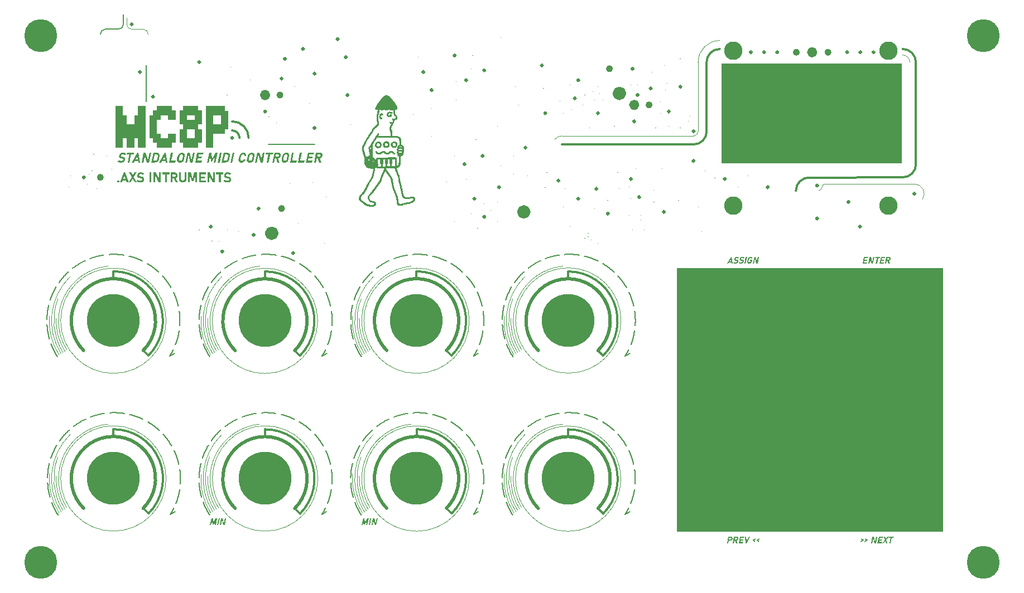
<source format=gbr>
%TF.GenerationSoftware,KiCad,Pcbnew,9.0.2*%
%TF.CreationDate,2025-08-22T18:26:35+01:00*%
%TF.ProjectId,MC8P_MIDI_CONTROLLER,4d433850-5f4d-4494-9449-5f434f4e5452,rev?*%
%TF.SameCoordinates,Original*%
%TF.FileFunction,Soldermask,Top*%
%TF.FilePolarity,Negative*%
%FSLAX46Y46*%
G04 Gerber Fmt 4.6, Leading zero omitted, Abs format (unit mm)*
G04 Created by KiCad (PCBNEW 9.0.2) date 2025-08-22 18:26:35*
%MOMM*%
%LPD*%
G01*
G04 APERTURE LIST*
%ADD10C,0.200000*%
%ADD11C,0.050001*%
%ADD12C,0.300000*%
%ADD13C,0.100000*%
%ADD14C,0.550000*%
%ADD15C,0.800000*%
%ADD16C,0.500000*%
%ADD17C,1.050000*%
%ADD18C,0.050000*%
%ADD19C,0.250000*%
%ADD20C,0.625000*%
%ADD21C,0.000000*%
%ADD22C,8.000000*%
%ADD23C,5.000000*%
%ADD24C,2.800000*%
G04 APERTURE END LIST*
D10*
X91648004Y-166622825D02*
X92351996Y-166250000D01*
X67500000Y-134500000D02*
X60500000Y-134500000D01*
D11*
X91525000Y-121000000D02*
G75*
G02*
X91475000Y-121000000I-25000J0D01*
G01*
X91475000Y-121000000D02*
G75*
G02*
X91525000Y-121000000I25000J0D01*
G01*
D12*
X129900000Y-139750000D02*
G75*
G02*
X129600000Y-139750000I-150000J0D01*
G01*
X129600000Y-139750000D02*
G75*
G02*
X129900000Y-139750000I150000J0D01*
G01*
X121400000Y-129500000D02*
G75*
G02*
X121100000Y-129500000I-150000J0D01*
G01*
X121100000Y-129500000D02*
G75*
G02*
X121400000Y-129500000I150000J0D01*
G01*
D13*
X144500000Y-141000000D02*
G75*
G02*
X144000000Y-141500000I-500000J0D01*
G01*
D12*
X120650000Y-144750000D02*
G75*
G02*
X120350000Y-144750000I-150000J0D01*
G01*
X120350000Y-144750000D02*
G75*
G02*
X120650000Y-144750000I150000J0D01*
G01*
D13*
X125687106Y-122000000D02*
X125707106Y-132500000D01*
D11*
X105275000Y-129750000D02*
G75*
G02*
X105225000Y-129750000I-25000J0D01*
G01*
X105225000Y-129750000D02*
G75*
G02*
X105275000Y-129750000I25000J0D01*
G01*
X34019913Y-135986731D02*
G75*
G02*
X33969913Y-135986731I-25000J0D01*
G01*
X33969913Y-135986731D02*
G75*
G02*
X34019913Y-135986731I25000J0D01*
G01*
X36775000Y-138250000D02*
G75*
G02*
X36725000Y-138250000I-25000J0D01*
G01*
X36725000Y-138250000D02*
G75*
G02*
X36775000Y-138250000I25000J0D01*
G01*
X110525000Y-149500000D02*
G75*
G02*
X110475000Y-149500000I-25000J0D01*
G01*
X110475000Y-149500000D02*
G75*
G02*
X110525000Y-149500000I25000J0D01*
G01*
D10*
X74601996Y-166750000D02*
X74554621Y-166675767D01*
X74554621Y-166675767D02*
X74507897Y-166601124D01*
X74507897Y-166601124D02*
X74461825Y-166526076D01*
X74461825Y-166526076D02*
X74416410Y-166450628D01*
X74416410Y-166450628D02*
X74371655Y-166374787D01*
X74371655Y-166374787D02*
X74327563Y-166298559D01*
X74327563Y-166298559D02*
X74284139Y-166221948D01*
X74284139Y-166221948D02*
X74241385Y-166144962D01*
X74241385Y-166144962D02*
X74199304Y-166067605D01*
X74199304Y-166067605D02*
X74157899Y-165989885D01*
X74157899Y-165989885D02*
X74117175Y-165911805D01*
X74117175Y-165911805D02*
X74077133Y-165833374D01*
X74077133Y-165833374D02*
X74037778Y-165754596D01*
X74037778Y-165754596D02*
X73999111Y-165675477D01*
X73999111Y-165675477D02*
X73961137Y-165596024D01*
X73961137Y-165596024D02*
X73923857Y-165516243D01*
X73923857Y-165516243D02*
X73887275Y-165436139D01*
X73887275Y-165436139D02*
X73851393Y-165355720D01*
X73851393Y-165355720D02*
X73816214Y-165274990D01*
X73816214Y-165274990D02*
X73781741Y-165193956D01*
X73781741Y-165193956D02*
X73747977Y-165112625D01*
X73747977Y-165112625D02*
X73714923Y-165031002D01*
X73714923Y-165031002D02*
X73682584Y-164949093D01*
X73682584Y-164949093D02*
X73650960Y-164866906D01*
X73650960Y-164866906D02*
X73620591Y-164785896D01*
X73373001Y-164025394D02*
X73349450Y-163940540D01*
X73349450Y-163940540D02*
X73326640Y-163855484D01*
X73326640Y-163855484D02*
X73304573Y-163770232D01*
X73304573Y-163770232D02*
X73283251Y-163684790D01*
X73283251Y-163684790D02*
X73262675Y-163599166D01*
X73262675Y-163599166D02*
X73242848Y-163513366D01*
X73242848Y-163513366D02*
X73223770Y-163427396D01*
X73223770Y-163427396D02*
X73205442Y-163341262D01*
X73205442Y-163341262D02*
X73187867Y-163254972D01*
X73187867Y-163254972D02*
X73171046Y-163168532D01*
X73171046Y-163168532D02*
X73154980Y-163081949D01*
X73154980Y-163081949D02*
X73139670Y-162995228D01*
X73139670Y-162995228D02*
X73125117Y-162908377D01*
X73125117Y-162908377D02*
X73111323Y-162821403D01*
X73111323Y-162821403D02*
X73098289Y-162734311D01*
X73098289Y-162734311D02*
X73086014Y-162647109D01*
X73086014Y-162647109D02*
X73074502Y-162559803D01*
X73074502Y-162559803D02*
X73063751Y-162472400D01*
X73063751Y-162472400D02*
X73053764Y-162384907D01*
X73053764Y-162384907D02*
X73044540Y-162297330D01*
X73044540Y-162297330D02*
X73036082Y-162209675D01*
X73036082Y-162209675D02*
X73028388Y-162121951D01*
X73028388Y-162121951D02*
X73021460Y-162034162D01*
X73021460Y-162034162D02*
X73015299Y-161946316D01*
X73015299Y-161946316D02*
X73009992Y-161859964D01*
X72996038Y-161060295D02*
X72998376Y-160972265D01*
X72998376Y-160972265D02*
X73001482Y-160884258D01*
X73001482Y-160884258D02*
X73005356Y-160796282D01*
X73005356Y-160796282D02*
X73009998Y-160708342D01*
X73009998Y-160708342D02*
X73015407Y-160620447D01*
X73015407Y-160620447D02*
X73021582Y-160532602D01*
X73021582Y-160532602D02*
X73028524Y-160444815D01*
X73028524Y-160444815D02*
X73036232Y-160357091D01*
X73036232Y-160357091D02*
X73044705Y-160269438D01*
X73044705Y-160269438D02*
X73053943Y-160181862D01*
X73053943Y-160181862D02*
X73063944Y-160094371D01*
X73063944Y-160094371D02*
X73074709Y-160006970D01*
X73074709Y-160006970D02*
X73086236Y-159919666D01*
X73086236Y-159919666D02*
X73098524Y-159832466D01*
X73098524Y-159832466D02*
X73111573Y-159745376D01*
X73111573Y-159745376D02*
X73125382Y-159658404D01*
X73125382Y-159658404D02*
X73139948Y-159571555D01*
X73139948Y-159571555D02*
X73155272Y-159484837D01*
X73155272Y-159484837D02*
X73171353Y-159398256D01*
X73171353Y-159398256D02*
X73188188Y-159311819D01*
X73188188Y-159311819D02*
X73205777Y-159225532D01*
X73205777Y-159225532D02*
X73224118Y-159139402D01*
X73224118Y-159139402D02*
X73243210Y-159053435D01*
X73243210Y-159053435D02*
X73263052Y-158967637D01*
X73263052Y-158967637D02*
X73283273Y-158883519D01*
X73504178Y-158114841D02*
X73532200Y-158031357D01*
X73532200Y-158031357D02*
X73560950Y-157948120D01*
X73560950Y-157948120D02*
X73590425Y-157865138D01*
X73590425Y-157865138D02*
X73620623Y-157782416D01*
X73620623Y-157782416D02*
X73651542Y-157699961D01*
X73651542Y-157699961D02*
X73683179Y-157617779D01*
X73683179Y-157617779D02*
X73715533Y-157535875D01*
X73715533Y-157535875D02*
X73748599Y-157454258D01*
X73748599Y-157454258D02*
X73782377Y-157372932D01*
X73782377Y-157372932D02*
X73816863Y-157291904D01*
X73816863Y-157291904D02*
X73852055Y-157211180D01*
X73852055Y-157211180D02*
X73887950Y-157130766D01*
X73887950Y-157130766D02*
X73924545Y-157050668D01*
X73924545Y-157050668D02*
X73961838Y-156970893D01*
X73961838Y-156970893D02*
X73999825Y-156891446D01*
X73999825Y-156891446D02*
X74038505Y-156812334D01*
X74038505Y-156812334D02*
X74077873Y-156733562D01*
X74077873Y-156733562D02*
X74117927Y-156655137D01*
X74117927Y-156655137D02*
X74158664Y-156577064D01*
X74158664Y-156577064D02*
X74200081Y-156499350D01*
X74200081Y-156499350D02*
X74242175Y-156422001D01*
X74242175Y-156422001D02*
X74284942Y-156345021D01*
X74284942Y-156345021D02*
X74328379Y-156268418D01*
X74328379Y-156268418D02*
X74372482Y-156192196D01*
X74372482Y-156192196D02*
X74416458Y-156117691D01*
X74852842Y-155447442D02*
X74904090Y-155375829D01*
X74904090Y-155375829D02*
X74955961Y-155304665D01*
X74955961Y-155304665D02*
X75008451Y-155233957D01*
X75008451Y-155233957D02*
X75061556Y-155163710D01*
X75061556Y-155163710D02*
X75115272Y-155093929D01*
X75115272Y-155093929D02*
X75169595Y-155024619D01*
X75169595Y-155024619D02*
X75224521Y-154955786D01*
X75224521Y-154955786D02*
X75280046Y-154887435D01*
X75280046Y-154887435D02*
X75336164Y-154819571D01*
X75336164Y-154819571D02*
X75392873Y-154752199D01*
X75392873Y-154752199D02*
X75450168Y-154685325D01*
X75450168Y-154685325D02*
X75508044Y-154618953D01*
X75508044Y-154618953D02*
X75566497Y-154553089D01*
X75566497Y-154553089D02*
X75625522Y-154487737D01*
X75625522Y-154487737D02*
X75685116Y-154422903D01*
X75685116Y-154422903D02*
X75745273Y-154358592D01*
X75745273Y-154358592D02*
X75805989Y-154294808D01*
X75805989Y-154294808D02*
X75867259Y-154231556D01*
X75867259Y-154231556D02*
X75929079Y-154168841D01*
X75929079Y-154168841D02*
X75991444Y-154106668D01*
X75991444Y-154106668D02*
X76054349Y-154045042D01*
X76054349Y-154045042D02*
X76117790Y-153983967D01*
X76117790Y-153983967D02*
X76181761Y-153923448D01*
X76181761Y-153923448D02*
X76246258Y-153863490D01*
X76246258Y-153863490D02*
X76310129Y-153805134D01*
X76923706Y-153292117D02*
X76993684Y-153238657D01*
X76993684Y-153238657D02*
X77064126Y-153185810D01*
X77064126Y-153185810D02*
X77135026Y-153133579D01*
X77135026Y-153133579D02*
X77206379Y-153081970D01*
X77206379Y-153081970D02*
X77278180Y-153030985D01*
X77278180Y-153030985D02*
X77350423Y-152980628D01*
X77350423Y-152980628D02*
X77423103Y-152930904D01*
X77423103Y-152930904D02*
X77496214Y-152881816D01*
X77496214Y-152881816D02*
X77569750Y-152833368D01*
X77569750Y-152833368D02*
X77643707Y-152785563D01*
X77643707Y-152785563D02*
X77718078Y-152738406D01*
X77718078Y-152738406D02*
X77792857Y-152691899D01*
X77792857Y-152691899D02*
X77868040Y-152646047D01*
X77868040Y-152646047D02*
X77943620Y-152600852D01*
X77943620Y-152600852D02*
X78019591Y-152556319D01*
X78019591Y-152556319D02*
X78095948Y-152512451D01*
X78095948Y-152512451D02*
X78172685Y-152469250D01*
X78172685Y-152469250D02*
X78249796Y-152426721D01*
X78249796Y-152426721D02*
X78327275Y-152384866D01*
X78327275Y-152384866D02*
X78405116Y-152343689D01*
X78405116Y-152343689D02*
X78483314Y-152303193D01*
X78483314Y-152303193D02*
X78561863Y-152263381D01*
X78561863Y-152263381D02*
X78640755Y-152224256D01*
X78640755Y-152224256D02*
X78719986Y-152185820D01*
X78719986Y-152185820D02*
X78798150Y-152148735D01*
X79535091Y-151837957D02*
X79617659Y-151807341D01*
X79617659Y-151807341D02*
X79700491Y-151777446D01*
X79700491Y-151777446D02*
X79783581Y-151748276D01*
X79783581Y-151748276D02*
X79866922Y-151719832D01*
X79866922Y-151719832D02*
X79950508Y-151692116D01*
X79950508Y-151692116D02*
X80034333Y-151665130D01*
X80034333Y-151665130D02*
X80118391Y-151638877D01*
X80118391Y-151638877D02*
X80202674Y-151613359D01*
X80202674Y-151613359D02*
X80287177Y-151588577D01*
X80287177Y-151588577D02*
X80371892Y-151564534D01*
X80371892Y-151564534D02*
X80456815Y-151541230D01*
X80456815Y-151541230D02*
X80541937Y-151518669D01*
X80541937Y-151518669D02*
X80627253Y-151496851D01*
X80627253Y-151496851D02*
X80712756Y-151475779D01*
X80712756Y-151475779D02*
X80798440Y-151455454D01*
X80798440Y-151455454D02*
X80884298Y-151435877D01*
X80884298Y-151435877D02*
X80970324Y-151417050D01*
X80970324Y-151417050D02*
X81056510Y-151398974D01*
X81056510Y-151398974D02*
X81142851Y-151381652D01*
X81142851Y-151381652D02*
X81229340Y-151365083D01*
X81229340Y-151365083D02*
X81315970Y-151349270D01*
X81315970Y-151349270D02*
X81402735Y-151334214D01*
X81402735Y-151334214D02*
X81489628Y-151319915D01*
X81489628Y-151319915D02*
X81576643Y-151306375D01*
X81576643Y-151306375D02*
X81662241Y-151293812D01*
X82457891Y-151212539D02*
X82545806Y-151207453D01*
X82545806Y-151207453D02*
X82633761Y-151203134D01*
X82633761Y-151203134D02*
X82721751Y-151199583D01*
X82721751Y-151199583D02*
X82809769Y-151196799D01*
X82809769Y-151196799D02*
X82897807Y-151194784D01*
X82897807Y-151194784D02*
X82985860Y-151193538D01*
X82985860Y-151193538D02*
X83073920Y-151193059D01*
X83073920Y-151193059D02*
X83161981Y-151193349D01*
X83161981Y-151193349D02*
X83250037Y-151194408D01*
X83250037Y-151194408D02*
X83338079Y-151196235D01*
X83338079Y-151196235D02*
X83426103Y-151198830D01*
X83426103Y-151198830D02*
X83514100Y-151202194D01*
X83514100Y-151202194D02*
X83602065Y-151206325D01*
X83602065Y-151206325D02*
X83689990Y-151211223D01*
X83689990Y-151211223D02*
X83777869Y-151216889D01*
X83777869Y-151216889D02*
X83865695Y-151223321D01*
X83865695Y-151223321D02*
X83953462Y-151230520D01*
X83953462Y-151230520D02*
X84041163Y-151238484D01*
X84041163Y-151238484D02*
X84128791Y-151247213D01*
X84128791Y-151247213D02*
X84216339Y-151256706D01*
X84216339Y-151256706D02*
X84303801Y-151266963D01*
X84303801Y-151266963D02*
X84391171Y-151277983D01*
X84391171Y-151277983D02*
X84478441Y-151289765D01*
X84478441Y-151289765D02*
X84565604Y-151302308D01*
X84565604Y-151302308D02*
X84651127Y-151315371D01*
X85435683Y-151470734D02*
X85521231Y-151491624D01*
X85521231Y-151491624D02*
X85606593Y-151513259D01*
X85606593Y-151513259D02*
X85691764Y-151535638D01*
X85691764Y-151535638D02*
X85776736Y-151558760D01*
X85776736Y-151558760D02*
X85861503Y-151582623D01*
X85861503Y-151582623D02*
X85946058Y-151607224D01*
X85946058Y-151607224D02*
X86030396Y-151632562D01*
X86030396Y-151632562D02*
X86114509Y-151658635D01*
X86114509Y-151658635D02*
X86198391Y-151685442D01*
X86198391Y-151685442D02*
X86282037Y-151712979D01*
X86282037Y-151712979D02*
X86365439Y-151741245D01*
X86365439Y-151741245D02*
X86448591Y-151770238D01*
X86448591Y-151770238D02*
X86531486Y-151799955D01*
X86531486Y-151799955D02*
X86614120Y-151830395D01*
X86614120Y-151830395D02*
X86696484Y-151861554D01*
X86696484Y-151861554D02*
X86778574Y-151893432D01*
X86778574Y-151893432D02*
X86860382Y-151926024D01*
X86860382Y-151926024D02*
X86941903Y-151959329D01*
X86941903Y-151959329D02*
X87023130Y-151993344D01*
X87023130Y-151993344D02*
X87104057Y-152028066D01*
X87104057Y-152028066D02*
X87184678Y-152063494D01*
X87184678Y-152063494D02*
X87264986Y-152099624D01*
X87264986Y-152099624D02*
X87344977Y-152136453D01*
X87344977Y-152136453D02*
X87424643Y-152173979D01*
X87424643Y-152173979D02*
X87502588Y-152211521D01*
X88207217Y-152589888D02*
X88282893Y-152634921D01*
X88282893Y-152634921D02*
X88358174Y-152680613D01*
X88358174Y-152680613D02*
X88433052Y-152726960D01*
X88433052Y-152726960D02*
X88507524Y-152773958D01*
X88507524Y-152773958D02*
X88581582Y-152821605D01*
X88581582Y-152821605D02*
X88655222Y-152869895D01*
X88655222Y-152869895D02*
X88728438Y-152918827D01*
X88728438Y-152918827D02*
X88801224Y-152968396D01*
X88801224Y-152968396D02*
X88873574Y-153018598D01*
X88873574Y-153018598D02*
X88945484Y-153069430D01*
X88945484Y-153069430D02*
X89016947Y-153120887D01*
X89016947Y-153120887D02*
X89087959Y-153172966D01*
X89087959Y-153172966D02*
X89158513Y-153225662D01*
X89158513Y-153225662D02*
X89228605Y-153278972D01*
X89228605Y-153278972D02*
X89298229Y-153332892D01*
X89298229Y-153332892D02*
X89367380Y-153387417D01*
X89367380Y-153387417D02*
X89436052Y-153442544D01*
X89436052Y-153442544D02*
X89504240Y-153498268D01*
X89504240Y-153498268D02*
X89571940Y-153554585D01*
X89571940Y-153554585D02*
X89639146Y-153611490D01*
X89639146Y-153611490D02*
X89705853Y-153668980D01*
X89705853Y-153668980D02*
X89772055Y-153727050D01*
X89772055Y-153727050D02*
X89837748Y-153785695D01*
X89837748Y-153785695D02*
X89902927Y-153844911D01*
X89902927Y-153844911D02*
X89966455Y-153903639D01*
X90529340Y-154471817D02*
X90588505Y-154537042D01*
X90588505Y-154537042D02*
X90647099Y-154602781D01*
X90647099Y-154602781D02*
X90705117Y-154669029D01*
X90705117Y-154669029D02*
X90762554Y-154735781D01*
X90762554Y-154735781D02*
X90819407Y-154803031D01*
X90819407Y-154803031D02*
X90875670Y-154870775D01*
X90875670Y-154870775D02*
X90931341Y-154939007D01*
X90931341Y-154939007D02*
X90986413Y-155007723D01*
X90986413Y-155007723D02*
X91040884Y-155076917D01*
X91040884Y-155076917D02*
X91094749Y-155146583D01*
X91094749Y-155146583D02*
X91148005Y-155216717D01*
X91148005Y-155216717D02*
X91200646Y-155287312D01*
X91200646Y-155287312D02*
X91252669Y-155358365D01*
X91252669Y-155358365D02*
X91304070Y-155429868D01*
X91304070Y-155429868D02*
X91354845Y-155501818D01*
X91354845Y-155501818D02*
X91404990Y-155574208D01*
X91404990Y-155574208D02*
X91454502Y-155647033D01*
X91454502Y-155647033D02*
X91503376Y-155720287D01*
X91503376Y-155720287D02*
X91551609Y-155793964D01*
X91551609Y-155793964D02*
X91599197Y-155868060D01*
X91599197Y-155868060D02*
X91646137Y-155942568D01*
X91646137Y-155942568D02*
X91692425Y-156017484D01*
X91692425Y-156017484D02*
X91738058Y-156092800D01*
X91738058Y-156092800D02*
X91783031Y-156168511D01*
X91783031Y-156168511D02*
X91826570Y-156243272D01*
X92198326Y-156951412D02*
X92235790Y-157031107D01*
X92235790Y-157031107D02*
X92272556Y-157111127D01*
X92272556Y-157111127D02*
X92308623Y-157191464D01*
X92308623Y-157191464D02*
X92343987Y-157272112D01*
X92343987Y-157272112D02*
X92378646Y-157353067D01*
X92378646Y-157353067D02*
X92412597Y-157434320D01*
X92412597Y-157434320D02*
X92445838Y-157515867D01*
X92445838Y-157515867D02*
X92478366Y-157597701D01*
X92478366Y-157597701D02*
X92510179Y-157679815D01*
X92510179Y-157679815D02*
X92541274Y-157762205D01*
X92541274Y-157762205D02*
X92571648Y-157844862D01*
X92571648Y-157844862D02*
X92601301Y-157927781D01*
X92601301Y-157927781D02*
X92630228Y-158010956D01*
X92630228Y-158010956D02*
X92658429Y-158094380D01*
X92658429Y-158094380D02*
X92685900Y-158178047D01*
X92685900Y-158178047D02*
X92712641Y-158261950D01*
X92712641Y-158261950D02*
X92738648Y-158346084D01*
X92738648Y-158346084D02*
X92763920Y-158430441D01*
X92763920Y-158430441D02*
X92788455Y-158515016D01*
X92788455Y-158515016D02*
X92812251Y-158599801D01*
X92812251Y-158599801D02*
X92835306Y-158684791D01*
X92835306Y-158684791D02*
X92857618Y-158769979D01*
X92857618Y-158769979D02*
X92879187Y-158855359D01*
X92879187Y-158855359D02*
X92900009Y-158940923D01*
X92900009Y-158940923D02*
X92919738Y-159025159D01*
X93067751Y-159811134D02*
X93080226Y-159898307D01*
X93080226Y-159898307D02*
X93091939Y-159985587D01*
X93091939Y-159985587D02*
X93102891Y-160072965D01*
X93102891Y-160072965D02*
X93113079Y-160160435D01*
X93113079Y-160160435D02*
X93122504Y-160247991D01*
X93122504Y-160247991D02*
X93131164Y-160335625D01*
X93131164Y-160335625D02*
X93139059Y-160423332D01*
X93139059Y-160423332D02*
X93146189Y-160511105D01*
X93146189Y-160511105D02*
X93152552Y-160598936D01*
X93152552Y-160598936D02*
X93158149Y-160686820D01*
X93158149Y-160686820D02*
X93162978Y-160774749D01*
X93162978Y-160774749D02*
X93167040Y-160862717D01*
X93167040Y-160862717D02*
X93170335Y-160950716D01*
X93170335Y-160950716D02*
X93172861Y-161038742D01*
X93172861Y-161038742D02*
X93174619Y-161126786D01*
X93174619Y-161126786D02*
X93175608Y-161214842D01*
X93175608Y-161214842D02*
X93175829Y-161302903D01*
X93175829Y-161302903D02*
X93175282Y-161390963D01*
X93175282Y-161390963D02*
X93173966Y-161479015D01*
X93173966Y-161479015D02*
X93171882Y-161567052D01*
X93171882Y-161567052D02*
X93169029Y-161655067D01*
X93169029Y-161655067D02*
X93165409Y-161743054D01*
X93165409Y-161743054D02*
X93161021Y-161831006D01*
X93161021Y-161831006D02*
X93155865Y-161918917D01*
X93155865Y-161918917D02*
X93150054Y-162005237D01*
X93061338Y-162800092D02*
X93047730Y-162887095D01*
X93047730Y-162887095D02*
X93033363Y-162973977D01*
X93033363Y-162973977D02*
X93018238Y-163060730D01*
X93018238Y-163060730D02*
X93002357Y-163147348D01*
X93002357Y-163147348D02*
X92985720Y-163233824D01*
X92985720Y-163233824D02*
X92968330Y-163320151D01*
X92968330Y-163320151D02*
X92950187Y-163406323D01*
X92950187Y-163406323D02*
X92931292Y-163492334D01*
X92931292Y-163492334D02*
X92911648Y-163578177D01*
X92911648Y-163578177D02*
X92891255Y-163663844D01*
X92891255Y-163663844D02*
X92870116Y-163749331D01*
X92870116Y-163749331D02*
X92848231Y-163834630D01*
X92848231Y-163834630D02*
X92825603Y-163919735D01*
X92825603Y-163919735D02*
X92802233Y-164004639D01*
X92802233Y-164004639D02*
X92778123Y-164089335D01*
X92778123Y-164089335D02*
X92753275Y-164173819D01*
X92753275Y-164173819D02*
X92727690Y-164258082D01*
X92727690Y-164258082D02*
X92701372Y-164342118D01*
X92701372Y-164342118D02*
X92674320Y-164425922D01*
X92674320Y-164425922D02*
X92646539Y-164509487D01*
X92646539Y-164509487D02*
X92618029Y-164592806D01*
X92618029Y-164592806D02*
X92588794Y-164675873D01*
X92588794Y-164675873D02*
X92558834Y-164758681D01*
X92558834Y-164758681D02*
X92528153Y-164841225D01*
X92528153Y-164841225D02*
X92497311Y-164922056D01*
X92179650Y-165656056D02*
X92141152Y-165735257D01*
X92141152Y-165735257D02*
X92101965Y-165814119D01*
X92101965Y-165814119D02*
X92062091Y-165892636D01*
X92062091Y-165892636D02*
X92021534Y-165970802D01*
X92021534Y-165970802D02*
X91980296Y-166048611D01*
X91980296Y-166048611D02*
X91938380Y-166126058D01*
X91938380Y-166126058D02*
X91895790Y-166203135D01*
X91895790Y-166203135D02*
X91852530Y-166279838D01*
X91852530Y-166279838D02*
X91808601Y-166356161D01*
X91808601Y-166356161D02*
X91764008Y-166432097D01*
X91764008Y-166432097D02*
X91718754Y-166507641D01*
X91718754Y-166507641D02*
X91672843Y-166582788D01*
X91672843Y-166582788D02*
X91648010Y-166622829D01*
D11*
X115525000Y-125500000D02*
G75*
G02*
X115475000Y-125500000I-25000J0D01*
G01*
X115475000Y-125500000D02*
G75*
G02*
X115525000Y-125500000I25000J0D01*
G01*
X33275000Y-139000000D02*
G75*
G02*
X33225000Y-139000000I-25000J0D01*
G01*
X33225000Y-139000000D02*
G75*
G02*
X33275000Y-139000000I25000J0D01*
G01*
D14*
X112525000Y-123000000D02*
G75*
G02*
X111975000Y-123000000I-275000J0D01*
G01*
X111975000Y-123000000D02*
G75*
G02*
X112525000Y-123000000I275000J0D01*
G01*
D12*
X148650000Y-143250000D02*
G75*
G02*
X148350000Y-143250000I-150000J0D01*
G01*
X148350000Y-143250000D02*
G75*
G02*
X148650000Y-143250000I150000J0D01*
G01*
X131650000Y-143500000D02*
G75*
G02*
X131350000Y-143500000I-150000J0D01*
G01*
X131350000Y-143500000D02*
G75*
G02*
X131650000Y-143500000I150000J0D01*
G01*
D13*
X68000000Y-185250000D02*
G75*
G02*
X52000000Y-185250000I-8000000J0D01*
G01*
X52000000Y-185250000D02*
G75*
G02*
X68000000Y-185250000I8000000J0D01*
G01*
D10*
X114638592Y-190679473D02*
X115342584Y-190306648D01*
D13*
X51750000Y-190500000D02*
G75*
G02*
X50261575Y-184590196I8232700J5215800D01*
G01*
D12*
X64400000Y-151000000D02*
G75*
G02*
X64100000Y-151000000I-150000J0D01*
G01*
X64100000Y-151000000D02*
G75*
G02*
X64400000Y-151000000I150000J0D01*
G01*
D13*
X52070000Y-166330000D02*
G75*
G02*
X53402525Y-154592995I7912700J5045800D01*
G01*
D11*
X115275000Y-145250000D02*
G75*
G02*
X115225000Y-145250000I-25000J0D01*
G01*
X115225000Y-145250000D02*
G75*
G02*
X115275000Y-145250000I25000J0D01*
G01*
D10*
X68638593Y-190679472D02*
X69342585Y-190306647D01*
D12*
X115900000Y-123000000D02*
G75*
G02*
X115600000Y-123000000I-150000J0D01*
G01*
X115600000Y-123000000D02*
G75*
G02*
X115900000Y-123000000I150000J0D01*
G01*
D11*
X70525000Y-145750000D02*
G75*
G02*
X70475000Y-145750000I-25000J0D01*
G01*
X70475000Y-145750000D02*
G75*
G02*
X70525000Y-145750000I25000J0D01*
G01*
D13*
X51750000Y-166500000D02*
G75*
G02*
X50261575Y-160590196I8232700J5215800D01*
G01*
D12*
X53650000Y-150750000D02*
G75*
G02*
X53350000Y-150750000I-150000J0D01*
G01*
X53350000Y-150750000D02*
G75*
G02*
X53650000Y-150750000I150000J0D01*
G01*
D11*
X88775000Y-136250000D02*
G75*
G02*
X88725000Y-136250000I-25000J0D01*
G01*
X88725000Y-136250000D02*
G75*
G02*
X88775000Y-136250000I25000J0D01*
G01*
D12*
X127000000Y-132500000D02*
G75*
G02*
X125000000Y-134500000I-2000000J0D01*
G01*
D11*
X69025000Y-149500000D02*
G75*
G02*
X68975000Y-149500000I-25000J0D01*
G01*
X68975000Y-149500000D02*
G75*
G02*
X69025000Y-149500000I25000J0D01*
G01*
D12*
X39900000Y-116250000D02*
G75*
G02*
X39600000Y-116250000I-150000J0D01*
G01*
X39600000Y-116250000D02*
G75*
G02*
X39900000Y-116250000I150000J0D01*
G01*
X90650000Y-124750000D02*
G75*
G02*
X90350000Y-124750000I-150000J0D01*
G01*
X90350000Y-124750000D02*
G75*
G02*
X90650000Y-124750000I150000J0D01*
G01*
X112150000Y-145000000D02*
G75*
G02*
X111850000Y-145000000I-150000J0D01*
G01*
X111850000Y-145000000D02*
G75*
G02*
X112150000Y-145000000I150000J0D01*
G01*
D13*
X75350000Y-190130000D02*
G75*
G02*
X74567344Y-181979404I7632700J4845800D01*
G01*
D12*
X84150000Y-123500000D02*
G75*
G02*
X83850000Y-123500000I-150000J0D01*
G01*
X83850000Y-123500000D02*
G75*
G02*
X84150000Y-123500000I150000J0D01*
G01*
D11*
X119025000Y-141500000D02*
G75*
G02*
X118975000Y-141500000I-25000J0D01*
G01*
X118975000Y-141500000D02*
G75*
G02*
X119025000Y-141500000I25000J0D01*
G01*
D12*
X105971594Y-153796184D02*
G75*
G02*
X111278780Y-166605784I6J-7504216D01*
G01*
X115650000Y-139750000D02*
G75*
G02*
X115350000Y-139750000I-150000J0D01*
G01*
X115350000Y-139750000D02*
G75*
G02*
X115650000Y-139750000I150000J0D01*
G01*
D11*
X113025000Y-131750000D02*
G75*
G02*
X112975000Y-131750000I-25000J0D01*
G01*
X112975000Y-131750000D02*
G75*
G02*
X113025000Y-131750000I25000J0D01*
G01*
X126275000Y-147750000D02*
G75*
G02*
X126225000Y-147750000I-25000J0D01*
G01*
X126225000Y-147750000D02*
G75*
G02*
X126275000Y-147750000I25000J0D01*
G01*
D12*
X140539297Y-141529524D02*
G75*
G02*
X142539297Y-139529497I2000003J24D01*
G01*
D11*
X131775000Y-141000000D02*
G75*
G02*
X131725000Y-141000000I-25000J0D01*
G01*
X131725000Y-141000000D02*
G75*
G02*
X131775000Y-141000000I25000J0D01*
G01*
X120260570Y-138189297D02*
G75*
G02*
X120210570Y-138189297I-25000J0D01*
G01*
X120210570Y-138189297D02*
G75*
G02*
X120260570Y-138189297I25000J0D01*
G01*
D12*
X62650000Y-124500000D02*
G75*
G02*
X62350000Y-124500000I-150000J0D01*
G01*
X62350000Y-124500000D02*
G75*
G02*
X62650000Y-124500000I150000J0D01*
G01*
X107650000Y-142750000D02*
G75*
G02*
X107350000Y-142750000I-150000J0D01*
G01*
X107350000Y-142750000D02*
G75*
G02*
X107650000Y-142750000I150000J0D01*
G01*
X42289864Y-166589578D02*
X41502712Y-165802689D01*
X50150000Y-122000000D02*
G75*
G02*
X49850000Y-122000000I-150000J0D01*
G01*
X49850000Y-122000000D02*
G75*
G02*
X50150000Y-122000000I150000J0D01*
G01*
D13*
X90983498Y-185260386D02*
G75*
G02*
X74983498Y-185260386I-8000000J0D01*
G01*
X74983498Y-185260386D02*
G75*
G02*
X90983498Y-185260386I8000000J0D01*
G01*
D11*
X113775000Y-141250000D02*
G75*
G02*
X113725000Y-141250000I-25000J0D01*
G01*
X113725000Y-141250000D02*
G75*
G02*
X113775000Y-141250000I25000J0D01*
G01*
X108275000Y-128500000D02*
G75*
G02*
X108225000Y-128500000I-25000J0D01*
G01*
X108225000Y-128500000D02*
G75*
G02*
X108275000Y-128500000I25000J0D01*
G01*
D13*
X52920000Y-165700000D02*
G75*
G02*
X59179892Y-152993451I7062700J4415800D01*
G01*
D12*
X126980000Y-122000000D02*
X127000000Y-132500000D01*
D11*
X118775000Y-123500000D02*
G75*
G02*
X118725000Y-123500000I-25000J0D01*
G01*
X118725000Y-123500000D02*
G75*
G02*
X118775000Y-123500000I25000J0D01*
G01*
D12*
X88900000Y-121000000D02*
G75*
G02*
X88600000Y-121000000I-150000J0D01*
G01*
X88600000Y-121000000D02*
G75*
G02*
X88900000Y-121000000I150000J0D01*
G01*
D11*
X119025000Y-143250000D02*
G75*
G02*
X118975000Y-143250000I-25000J0D01*
G01*
X118975000Y-143250000D02*
G75*
G02*
X119025000Y-143250000I25000J0D01*
G01*
D13*
X113978900Y-185276570D02*
G75*
G02*
X97978900Y-185276570I-8000000J0D01*
G01*
X97978900Y-185276570D02*
G75*
G02*
X113978900Y-185276570I8000000J0D01*
G01*
D11*
X113525000Y-138750000D02*
G75*
G02*
X113475000Y-138750000I-25000J0D01*
G01*
X113475000Y-138750000D02*
G75*
G02*
X113525000Y-138750000I25000J0D01*
G01*
D10*
X74592585Y-190806661D02*
X74545210Y-190732428D01*
X74545210Y-190732428D02*
X74498486Y-190657785D01*
X74498486Y-190657785D02*
X74452414Y-190582737D01*
X74452414Y-190582737D02*
X74406999Y-190507290D01*
X74406999Y-190507290D02*
X74362244Y-190431449D01*
X74362244Y-190431449D02*
X74318152Y-190355220D01*
X74318152Y-190355220D02*
X74274728Y-190278610D01*
X74274728Y-190278610D02*
X74231973Y-190201624D01*
X74231973Y-190201624D02*
X74189893Y-190124267D01*
X74189893Y-190124267D02*
X74148488Y-190046546D01*
X74148488Y-190046546D02*
X74107764Y-189968467D01*
X74107764Y-189968467D02*
X74067722Y-189890036D01*
X74067722Y-189890036D02*
X74028367Y-189811258D01*
X74028367Y-189811258D02*
X73989700Y-189732139D01*
X73989700Y-189732139D02*
X73951725Y-189652686D01*
X73951725Y-189652686D02*
X73914446Y-189572905D01*
X73914446Y-189572905D02*
X73877863Y-189492802D01*
X73877863Y-189492802D02*
X73841981Y-189412382D01*
X73841981Y-189412382D02*
X73806803Y-189331652D01*
X73806803Y-189331652D02*
X73772330Y-189250619D01*
X73772330Y-189250619D02*
X73738565Y-189169287D01*
X73738565Y-189169287D02*
X73705512Y-189087664D01*
X73705512Y-189087664D02*
X73673172Y-189005756D01*
X73673172Y-189005756D02*
X73641548Y-188923569D01*
X73641548Y-188923569D02*
X73611179Y-188842558D01*
X73363589Y-188082055D02*
X73340038Y-187997201D01*
X73340038Y-187997201D02*
X73317228Y-187912145D01*
X73317228Y-187912145D02*
X73295161Y-187826893D01*
X73295161Y-187826893D02*
X73273839Y-187741452D01*
X73273839Y-187741452D02*
X73253263Y-187655828D01*
X73253263Y-187655828D02*
X73233435Y-187570028D01*
X73233435Y-187570028D02*
X73214357Y-187484058D01*
X73214357Y-187484058D02*
X73196030Y-187397924D01*
X73196030Y-187397924D02*
X73178455Y-187311634D01*
X73178455Y-187311634D02*
X73161634Y-187225194D01*
X73161634Y-187225194D02*
X73145568Y-187138611D01*
X73145568Y-187138611D02*
X73130258Y-187051890D01*
X73130258Y-187051890D02*
X73115705Y-186965040D01*
X73115705Y-186965040D02*
X73101911Y-186878065D01*
X73101911Y-186878065D02*
X73088876Y-186790974D01*
X73088876Y-186790974D02*
X73076602Y-186703772D01*
X73076602Y-186703772D02*
X73065089Y-186616466D01*
X73065089Y-186616466D02*
X73054339Y-186529063D01*
X73054339Y-186529063D02*
X73044351Y-186441570D01*
X73044351Y-186441570D02*
X73035128Y-186353993D01*
X73035128Y-186353993D02*
X73026669Y-186266338D01*
X73026669Y-186266338D02*
X73018975Y-186178614D01*
X73018975Y-186178614D02*
X73012048Y-186090825D01*
X73012048Y-186090825D02*
X73005886Y-186002979D01*
X73005886Y-186002979D02*
X73000580Y-185916626D01*
X72986625Y-185116957D02*
X72988963Y-185028927D01*
X72988963Y-185028927D02*
X72992069Y-184940920D01*
X72992069Y-184940920D02*
X72995943Y-184852944D01*
X72995943Y-184852944D02*
X73000585Y-184765004D01*
X73000585Y-184765004D02*
X73005994Y-184677109D01*
X73005994Y-184677109D02*
X73012169Y-184589264D01*
X73012169Y-184589264D02*
X73019111Y-184501477D01*
X73019111Y-184501477D02*
X73026819Y-184413753D01*
X73026819Y-184413753D02*
X73035292Y-184326100D01*
X73035292Y-184326100D02*
X73044530Y-184238525D01*
X73044530Y-184238525D02*
X73054531Y-184151033D01*
X73054531Y-184151033D02*
X73065296Y-184063632D01*
X73065296Y-184063632D02*
X73076823Y-183976328D01*
X73076823Y-183976328D02*
X73089111Y-183889128D01*
X73089111Y-183889128D02*
X73102160Y-183802039D01*
X73102160Y-183802039D02*
X73115968Y-183715067D01*
X73115968Y-183715067D02*
X73130535Y-183628218D01*
X73130535Y-183628218D02*
X73145859Y-183541500D01*
X73145859Y-183541500D02*
X73161939Y-183454919D01*
X73161939Y-183454919D02*
X73178775Y-183368482D01*
X73178775Y-183368482D02*
X73196363Y-183282195D01*
X73196363Y-183282195D02*
X73214705Y-183196065D01*
X73214705Y-183196065D02*
X73233797Y-183110098D01*
X73233797Y-183110098D02*
X73253638Y-183024300D01*
X73253638Y-183024300D02*
X73273860Y-182940180D01*
X73494765Y-182171502D02*
X73522787Y-182088018D01*
X73522787Y-182088018D02*
X73551537Y-182004782D01*
X73551537Y-182004782D02*
X73581012Y-181921800D01*
X73581012Y-181921800D02*
X73611210Y-181839078D01*
X73611210Y-181839078D02*
X73642129Y-181756623D01*
X73642129Y-181756623D02*
X73673766Y-181674441D01*
X73673766Y-181674441D02*
X73706119Y-181592538D01*
X73706119Y-181592538D02*
X73739186Y-181510920D01*
X73739186Y-181510920D02*
X73772963Y-181429594D01*
X73772963Y-181429594D02*
X73807449Y-181348566D01*
X73807449Y-181348566D02*
X73842641Y-181267842D01*
X73842641Y-181267842D02*
X73878536Y-181187428D01*
X73878536Y-181187428D02*
X73915131Y-181107330D01*
X73915131Y-181107330D02*
X73952424Y-181027555D01*
X73952424Y-181027555D02*
X73990412Y-180948109D01*
X73990412Y-180948109D02*
X74029091Y-180868996D01*
X74029091Y-180868996D02*
X74068460Y-180790225D01*
X74068460Y-180790225D02*
X74108514Y-180711800D01*
X74108514Y-180711800D02*
X74149251Y-180633727D01*
X74149251Y-180633727D02*
X74190668Y-180556013D01*
X74190668Y-180556013D02*
X74232761Y-180478663D01*
X74232761Y-180478663D02*
X74275528Y-180401684D01*
X74275528Y-180401684D02*
X74318965Y-180325081D01*
X74318965Y-180325081D02*
X74363069Y-180248859D01*
X74363069Y-180248859D02*
X74407045Y-180174353D01*
X74843429Y-179504104D02*
X74894677Y-179432491D01*
X74894677Y-179432491D02*
X74946548Y-179361327D01*
X74946548Y-179361327D02*
X74999038Y-179290619D01*
X74999038Y-179290619D02*
X75052143Y-179220372D01*
X75052143Y-179220372D02*
X75105859Y-179150591D01*
X75105859Y-179150591D02*
X75160182Y-179081281D01*
X75160182Y-179081281D02*
X75215108Y-179012448D01*
X75215108Y-179012448D02*
X75270633Y-178944097D01*
X75270633Y-178944097D02*
X75326751Y-178876233D01*
X75326751Y-178876233D02*
X75383460Y-178808861D01*
X75383460Y-178808861D02*
X75440755Y-178741987D01*
X75440755Y-178741987D02*
X75498631Y-178675616D01*
X75498631Y-178675616D02*
X75557084Y-178609751D01*
X75557084Y-178609751D02*
X75616109Y-178544400D01*
X75616109Y-178544400D02*
X75675703Y-178479566D01*
X75675703Y-178479566D02*
X75735860Y-178415255D01*
X75735860Y-178415255D02*
X75796576Y-178351471D01*
X75796576Y-178351471D02*
X75857846Y-178288219D01*
X75857846Y-178288219D02*
X75919666Y-178225504D01*
X75919666Y-178225504D02*
X75982031Y-178163331D01*
X75982031Y-178163331D02*
X76044936Y-178101705D01*
X76044936Y-178101705D02*
X76108377Y-178040630D01*
X76108377Y-178040630D02*
X76172348Y-177980111D01*
X76172348Y-177980111D02*
X76236844Y-177920153D01*
X76236844Y-177920153D02*
X76300717Y-177861797D01*
X76914294Y-177348779D02*
X76984272Y-177295320D01*
X76984272Y-177295320D02*
X77054714Y-177242473D01*
X77054714Y-177242473D02*
X77125614Y-177190242D01*
X77125614Y-177190242D02*
X77196967Y-177138633D01*
X77196967Y-177138633D02*
X77268768Y-177087648D01*
X77268768Y-177087648D02*
X77341011Y-177037291D01*
X77341011Y-177037291D02*
X77413691Y-176987567D01*
X77413691Y-176987567D02*
X77486802Y-176938479D01*
X77486802Y-176938479D02*
X77560338Y-176890031D01*
X77560338Y-176890031D02*
X77634295Y-176842226D01*
X77634295Y-176842226D02*
X77708665Y-176795069D01*
X77708665Y-176795069D02*
X77783445Y-176748562D01*
X77783445Y-176748562D02*
X77858627Y-176702710D01*
X77858627Y-176702710D02*
X77934207Y-176657516D01*
X77934207Y-176657516D02*
X78010178Y-176612983D01*
X78010178Y-176612983D02*
X78086535Y-176569114D01*
X78086535Y-176569114D02*
X78163272Y-176525914D01*
X78163272Y-176525914D02*
X78240383Y-176483385D01*
X78240383Y-176483385D02*
X78317862Y-176441530D01*
X78317862Y-176441530D02*
X78395704Y-176400353D01*
X78395704Y-176400353D02*
X78473902Y-176359857D01*
X78473902Y-176359857D02*
X78552450Y-176320045D01*
X78552450Y-176320045D02*
X78631343Y-176280920D01*
X78631343Y-176280920D02*
X78710574Y-176242485D01*
X78710574Y-176242485D02*
X78788738Y-176205399D01*
X79525680Y-175894621D02*
X79608248Y-175864005D01*
X79608248Y-175864005D02*
X79691080Y-175834111D01*
X79691080Y-175834111D02*
X79774170Y-175804940D01*
X79774170Y-175804940D02*
X79857511Y-175776496D01*
X79857511Y-175776496D02*
X79941097Y-175748780D01*
X79941097Y-175748780D02*
X80024922Y-175721795D01*
X80024922Y-175721795D02*
X80108979Y-175695542D01*
X80108979Y-175695542D02*
X80193263Y-175670024D01*
X80193263Y-175670024D02*
X80277765Y-175645242D01*
X80277765Y-175645242D02*
X80362481Y-175621199D01*
X80362481Y-175621199D02*
X80447403Y-175597895D01*
X80447403Y-175597895D02*
X80532525Y-175575334D01*
X80532525Y-175575334D02*
X80617842Y-175553517D01*
X80617842Y-175553517D02*
X80703345Y-175532444D01*
X80703345Y-175532444D02*
X80789028Y-175512119D01*
X80789028Y-175512119D02*
X80874886Y-175492542D01*
X80874886Y-175492542D02*
X80960912Y-175473715D01*
X80960912Y-175473715D02*
X81047098Y-175455640D01*
X81047098Y-175455640D02*
X81133439Y-175438317D01*
X81133439Y-175438317D02*
X81219928Y-175421749D01*
X81219928Y-175421749D02*
X81306558Y-175405936D01*
X81306558Y-175405936D02*
X81393323Y-175390879D01*
X81393323Y-175390879D02*
X81480216Y-175376581D01*
X81480216Y-175376581D02*
X81567230Y-175363041D01*
X81567230Y-175363041D02*
X81652830Y-175350478D01*
X82448480Y-175269206D02*
X82536395Y-175264120D01*
X82536395Y-175264120D02*
X82624350Y-175259801D01*
X82624350Y-175259801D02*
X82712340Y-175256249D01*
X82712340Y-175256249D02*
X82800358Y-175253466D01*
X82800358Y-175253466D02*
X82888396Y-175251451D01*
X82888396Y-175251451D02*
X82976449Y-175250205D01*
X82976449Y-175250205D02*
X83064509Y-175249726D01*
X83064509Y-175249726D02*
X83152570Y-175250017D01*
X83152570Y-175250017D02*
X83240625Y-175251075D01*
X83240625Y-175251075D02*
X83328668Y-175252902D01*
X83328668Y-175252902D02*
X83416691Y-175255498D01*
X83416691Y-175255498D02*
X83504689Y-175258861D01*
X83504689Y-175258861D02*
X83592653Y-175262992D01*
X83592653Y-175262992D02*
X83680578Y-175267891D01*
X83680578Y-175267891D02*
X83768457Y-175273556D01*
X83768457Y-175273556D02*
X83856284Y-175279989D01*
X83856284Y-175279989D02*
X83944051Y-175287187D01*
X83944051Y-175287187D02*
X84031751Y-175295152D01*
X84031751Y-175295152D02*
X84119379Y-175303881D01*
X84119379Y-175303881D02*
X84206927Y-175313374D01*
X84206927Y-175313374D02*
X84294389Y-175323631D01*
X84294389Y-175323631D02*
X84381759Y-175334652D01*
X84381759Y-175334652D02*
X84469028Y-175346434D01*
X84469028Y-175346434D02*
X84556192Y-175358977D01*
X84556192Y-175358977D02*
X84641717Y-175372040D01*
X85426272Y-175527403D02*
X85511820Y-175548293D01*
X85511820Y-175548293D02*
X85597182Y-175569928D01*
X85597182Y-175569928D02*
X85682353Y-175592308D01*
X85682353Y-175592308D02*
X85767325Y-175615430D01*
X85767325Y-175615430D02*
X85852091Y-175639292D01*
X85852091Y-175639292D02*
X85936647Y-175663894D01*
X85936647Y-175663894D02*
X86020984Y-175689232D01*
X86020984Y-175689232D02*
X86105097Y-175715305D01*
X86105097Y-175715305D02*
X86188980Y-175742112D01*
X86188980Y-175742112D02*
X86272625Y-175769649D01*
X86272625Y-175769649D02*
X86356027Y-175797915D01*
X86356027Y-175797915D02*
X86439179Y-175826908D01*
X86439179Y-175826908D02*
X86522074Y-175856625D01*
X86522074Y-175856625D02*
X86604708Y-175887065D01*
X86604708Y-175887065D02*
X86687072Y-175918225D01*
X86687072Y-175918225D02*
X86769161Y-175950102D01*
X86769161Y-175950102D02*
X86850970Y-175982694D01*
X86850970Y-175982694D02*
X86932490Y-176015999D01*
X86932490Y-176015999D02*
X87013717Y-176050015D01*
X87013717Y-176050015D02*
X87094644Y-176084737D01*
X87094644Y-176084737D02*
X87175265Y-176120165D01*
X87175265Y-176120165D02*
X87255573Y-176156295D01*
X87255573Y-176156295D02*
X87335564Y-176193124D01*
X87335564Y-176193124D02*
X87415230Y-176230650D01*
X87415230Y-176230650D02*
X87493176Y-176268193D01*
X88197805Y-176646561D02*
X88273481Y-176691594D01*
X88273481Y-176691594D02*
X88348761Y-176737286D01*
X88348761Y-176737286D02*
X88423640Y-176783632D01*
X88423640Y-176783632D02*
X88498111Y-176830631D01*
X88498111Y-176830631D02*
X88572169Y-176878278D01*
X88572169Y-176878278D02*
X88645809Y-176926569D01*
X88645809Y-176926569D02*
X88719025Y-176975500D01*
X88719025Y-176975500D02*
X88791810Y-177025069D01*
X88791810Y-177025069D02*
X88864161Y-177075271D01*
X88864161Y-177075271D02*
X88936070Y-177126103D01*
X88936070Y-177126103D02*
X89007533Y-177177560D01*
X89007533Y-177177560D02*
X89078545Y-177229639D01*
X89078545Y-177229639D02*
X89149099Y-177282336D01*
X89149099Y-177282336D02*
X89219191Y-177335646D01*
X89219191Y-177335646D02*
X89288815Y-177389566D01*
X89288815Y-177389566D02*
X89357965Y-177444091D01*
X89357965Y-177444091D02*
X89426638Y-177499218D01*
X89426638Y-177499218D02*
X89494826Y-177554942D01*
X89494826Y-177554942D02*
X89562526Y-177611259D01*
X89562526Y-177611259D02*
X89629731Y-177668164D01*
X89629731Y-177668164D02*
X89696438Y-177725654D01*
X89696438Y-177725654D02*
X89762640Y-177783724D01*
X89762640Y-177783724D02*
X89828333Y-177842369D01*
X89828333Y-177842369D02*
X89893512Y-177901585D01*
X89893512Y-177901585D02*
X89957041Y-177960314D01*
X90519925Y-178528492D02*
X90579090Y-178593718D01*
X90579090Y-178593718D02*
X90637684Y-178659457D01*
X90637684Y-178659457D02*
X90695701Y-178725705D01*
X90695701Y-178725705D02*
X90753138Y-178792457D01*
X90753138Y-178792457D02*
X90809991Y-178859707D01*
X90809991Y-178859707D02*
X90866254Y-178927451D01*
X90866254Y-178927451D02*
X90921925Y-178995684D01*
X90921925Y-178995684D02*
X90976997Y-179064399D01*
X90976997Y-179064399D02*
X91031468Y-179133593D01*
X91031468Y-179133593D02*
X91085333Y-179203259D01*
X91085333Y-179203259D02*
X91138588Y-179273393D01*
X91138588Y-179273393D02*
X91191229Y-179343989D01*
X91191229Y-179343989D02*
X91243252Y-179415041D01*
X91243252Y-179415041D02*
X91294653Y-179486545D01*
X91294653Y-179486545D02*
X91345428Y-179558494D01*
X91345428Y-179558494D02*
X91395573Y-179630884D01*
X91395573Y-179630884D02*
X91445084Y-179703709D01*
X91445084Y-179703709D02*
X91493958Y-179776963D01*
X91493958Y-179776963D02*
X91542191Y-179850641D01*
X91542191Y-179850641D02*
X91589780Y-179924737D01*
X91589780Y-179924737D02*
X91636719Y-179999245D01*
X91636719Y-179999245D02*
X91683007Y-180074160D01*
X91683007Y-180074160D02*
X91728639Y-180149476D01*
X91728639Y-180149476D02*
X91773613Y-180225188D01*
X91773613Y-180225188D02*
X91817152Y-180299950D01*
X92188907Y-181008091D02*
X92226370Y-181087786D01*
X92226370Y-181087786D02*
X92263137Y-181167805D01*
X92263137Y-181167805D02*
X92299203Y-181248142D01*
X92299203Y-181248142D02*
X92334567Y-181328791D01*
X92334567Y-181328791D02*
X92369226Y-181409745D01*
X92369226Y-181409745D02*
X92403177Y-181490999D01*
X92403177Y-181490999D02*
X92436418Y-181572546D01*
X92436418Y-181572546D02*
X92468946Y-181654380D01*
X92468946Y-181654380D02*
X92500758Y-181736494D01*
X92500758Y-181736494D02*
X92531853Y-181818883D01*
X92531853Y-181818883D02*
X92562228Y-181901540D01*
X92562228Y-181901540D02*
X92591880Y-181984459D01*
X92591880Y-181984459D02*
X92620807Y-182067634D01*
X92620807Y-182067634D02*
X92649008Y-182151058D01*
X92649008Y-182151058D02*
X92676479Y-182234725D01*
X92676479Y-182234725D02*
X92703219Y-182318629D01*
X92703219Y-182318629D02*
X92729226Y-182402762D01*
X92729226Y-182402762D02*
X92754498Y-182487120D01*
X92754498Y-182487120D02*
X92779033Y-182571694D01*
X92779033Y-182571694D02*
X92802828Y-182656480D01*
X92802828Y-182656480D02*
X92825883Y-182741470D01*
X92825883Y-182741470D02*
X92848196Y-182826658D01*
X92848196Y-182826658D02*
X92869764Y-182912037D01*
X92869764Y-182912037D02*
X92890586Y-182997602D01*
X92890586Y-182997602D02*
X92910315Y-183081839D01*
X93058327Y-183867814D02*
X93070802Y-183954988D01*
X93070802Y-183954988D02*
X93082515Y-184042267D01*
X93082515Y-184042267D02*
X93093466Y-184129645D01*
X93093466Y-184129645D02*
X93103654Y-184217115D01*
X93103654Y-184217115D02*
X93113079Y-184304670D01*
X93113079Y-184304670D02*
X93121739Y-184392305D01*
X93121739Y-184392305D02*
X93129634Y-184480012D01*
X93129634Y-184480012D02*
X93136763Y-184567785D01*
X93136763Y-184567785D02*
X93143127Y-184655616D01*
X93143127Y-184655616D02*
X93148723Y-184743499D01*
X93148723Y-184743499D02*
X93153552Y-184831428D01*
X93153552Y-184831428D02*
X93157614Y-184919396D01*
X93157614Y-184919396D02*
X93160908Y-185007396D01*
X93160908Y-185007396D02*
X93163434Y-185095421D01*
X93163434Y-185095421D02*
X93165192Y-185183465D01*
X93165192Y-185183465D02*
X93166181Y-185271521D01*
X93166181Y-185271521D02*
X93166402Y-185359583D01*
X93166402Y-185359583D02*
X93165854Y-185447642D01*
X93165854Y-185447642D02*
X93164538Y-185535694D01*
X93164538Y-185535694D02*
X93162454Y-185623731D01*
X93162454Y-185623731D02*
X93159601Y-185711746D01*
X93159601Y-185711746D02*
X93155981Y-185799733D01*
X93155981Y-185799733D02*
X93151593Y-185887685D01*
X93151593Y-185887685D02*
X93146437Y-185975596D01*
X93146437Y-185975596D02*
X93140625Y-186061917D01*
X93051908Y-186856772D02*
X93038299Y-186943775D01*
X93038299Y-186943775D02*
X93023932Y-187030657D01*
X93023932Y-187030657D02*
X93008807Y-187117410D01*
X93008807Y-187117410D02*
X92992926Y-187204028D01*
X92992926Y-187204028D02*
X92976289Y-187290503D01*
X92976289Y-187290503D02*
X92958899Y-187376831D01*
X92958899Y-187376831D02*
X92940755Y-187463003D01*
X92940755Y-187463003D02*
X92921861Y-187549013D01*
X92921861Y-187549013D02*
X92902216Y-187634856D01*
X92902216Y-187634856D02*
X92881824Y-187720524D01*
X92881824Y-187720524D02*
X92860684Y-187806010D01*
X92860684Y-187806010D02*
X92838799Y-187891309D01*
X92838799Y-187891309D02*
X92816171Y-187976414D01*
X92816171Y-187976414D02*
X92792801Y-188061317D01*
X92792801Y-188061317D02*
X92768690Y-188146014D01*
X92768690Y-188146014D02*
X92743842Y-188230497D01*
X92743842Y-188230497D02*
X92718257Y-188314760D01*
X92718257Y-188314760D02*
X92691938Y-188398797D01*
X92691938Y-188398797D02*
X92664887Y-188482600D01*
X92664887Y-188482600D02*
X92637105Y-188566165D01*
X92637105Y-188566165D02*
X92608596Y-188649484D01*
X92608596Y-188649484D02*
X92579360Y-188732550D01*
X92579360Y-188732550D02*
X92549400Y-188815359D01*
X92549400Y-188815359D02*
X92518719Y-188897903D01*
X92518719Y-188897903D02*
X92487876Y-188978735D01*
X92170213Y-189712734D02*
X92131716Y-189791935D01*
X92131716Y-189791935D02*
X92092528Y-189870797D01*
X92092528Y-189870797D02*
X92052654Y-189949314D01*
X92052654Y-189949314D02*
X92012097Y-190027480D01*
X92012097Y-190027480D02*
X91970858Y-190105289D01*
X91970858Y-190105289D02*
X91928943Y-190182735D01*
X91928943Y-190182735D02*
X91886353Y-190259812D01*
X91886353Y-190259812D02*
X91843092Y-190336515D01*
X91843092Y-190336515D02*
X91799163Y-190412838D01*
X91799163Y-190412838D02*
X91754570Y-190488774D01*
X91754570Y-190488774D02*
X91709316Y-190564318D01*
X91709316Y-190564318D02*
X91663405Y-190639464D01*
X91663405Y-190639464D02*
X91638586Y-190679482D01*
D13*
X74750000Y-166500000D02*
G75*
G02*
X73261575Y-160590196I8232700J5215800D01*
G01*
D11*
X119275000Y-132000000D02*
G75*
G02*
X119225000Y-132000000I-25000J0D01*
G01*
X119225000Y-132000000D02*
G75*
G02*
X119275000Y-132000000I25000J0D01*
G01*
D12*
X116650000Y-127000000D02*
G75*
G02*
X116350000Y-127000000I-150000J0D01*
G01*
X116350000Y-127000000D02*
G75*
G02*
X116650000Y-127000000I150000J0D01*
G01*
D11*
X92025000Y-133750000D02*
G75*
G02*
X91975000Y-133750000I-25000J0D01*
G01*
X91975000Y-133750000D02*
G75*
G02*
X92025000Y-133750000I25000J0D01*
G01*
D12*
X88285262Y-166589577D02*
X87498110Y-165802688D01*
D11*
X124275000Y-131000000D02*
G75*
G02*
X124225000Y-131000000I-25000J0D01*
G01*
X124225000Y-131000000D02*
G75*
G02*
X124275000Y-131000000I25000J0D01*
G01*
D13*
X125707106Y-132500001D02*
G75*
G02*
X125000000Y-133207106I-707106J1D01*
G01*
X52920000Y-189700000D02*
G75*
G02*
X59179892Y-176993451I7062700J4415800D01*
G01*
D12*
X43150000Y-127250000D02*
G75*
G02*
X42850000Y-127250000I-150000J0D01*
G01*
X42850000Y-127250000D02*
G75*
G02*
X43150000Y-127250000I150000J0D01*
G01*
D11*
X35025000Y-139000000D02*
G75*
G02*
X34975000Y-139000000I-25000J0D01*
G01*
X34975000Y-139000000D02*
G75*
G02*
X35025000Y-139000000I25000J0D01*
G01*
D12*
X65298758Y-190592748D02*
X64511606Y-189805859D01*
D11*
X97775000Y-136250000D02*
G75*
G02*
X97725000Y-136250000I-25000J0D01*
G01*
X97725000Y-136250000D02*
G75*
G02*
X97775000Y-136250000I25000J0D01*
G01*
D12*
X107150000Y-127500000D02*
G75*
G02*
X106850000Y-127500000I-150000J0D01*
G01*
X106850000Y-127500000D02*
G75*
G02*
X107150000Y-127500000I150000J0D01*
G01*
X116900000Y-142500000D02*
G75*
G02*
X116600000Y-142500000I-150000J0D01*
G01*
X116600000Y-142500000D02*
G75*
G02*
X116900000Y-142500000I150000J0D01*
G01*
D13*
X129250000Y-122250000D02*
X156500000Y-122250000D01*
X156500000Y-137250000D01*
X129250000Y-137250000D01*
X129250000Y-122250000D01*
G36*
X129250000Y-122250000D02*
G01*
X156500000Y-122250000D01*
X156500000Y-137250000D01*
X129250000Y-137250000D01*
X129250000Y-122250000D01*
G37*
D10*
X45638593Y-190679473D02*
X46342585Y-190306648D01*
D13*
X75920000Y-165700000D02*
G75*
G02*
X82179892Y-152993451I7062700J4415800D01*
G01*
D15*
X60400000Y-127000000D02*
G75*
G02*
X59600000Y-127000000I-400000J0D01*
G01*
X59600000Y-127000000D02*
G75*
G02*
X60400000Y-127000000I400000J0D01*
G01*
D13*
X98070000Y-166330000D02*
G75*
G02*
X99402525Y-154592995I7912700J5045800D01*
G01*
X67976195Y-161300386D02*
G75*
G02*
X51976195Y-161300386I-8000000J0D01*
G01*
X51976195Y-161300386D02*
G75*
G02*
X67976195Y-161300386I8000000J0D01*
G01*
D11*
X54275000Y-147500000D02*
G75*
G02*
X54225000Y-147500000I-25000J0D01*
G01*
X54225000Y-147500000D02*
G75*
G02*
X54275000Y-147500000I25000J0D01*
G01*
D13*
X39750000Y-117000000D02*
G75*
G02*
X39000000Y-116250000I0J750000D01*
G01*
D11*
X33775000Y-140000000D02*
G75*
G02*
X33725000Y-140000000I-25000J0D01*
G01*
X33725000Y-140000000D02*
G75*
G02*
X33775000Y-140000000I25000J0D01*
G01*
X95775000Y-118250000D02*
G75*
G02*
X95725000Y-118250000I-25000J0D01*
G01*
X95725000Y-118250000D02*
G75*
G02*
X95775000Y-118250000I25000J0D01*
G01*
D12*
X125150001Y-132500001D02*
G75*
G02*
X124850001Y-132500001I-150000J0D01*
G01*
X124850001Y-132500001D02*
G75*
G02*
X125150001Y-132500001I150000J0D01*
G01*
D13*
X98920000Y-165700000D02*
G75*
G02*
X105179892Y-152993451I7062700J4415800D01*
G01*
D11*
X92275000Y-147250000D02*
G75*
G02*
X92225000Y-147250000I-25000J0D01*
G01*
X92225000Y-147250000D02*
G75*
G02*
X92275000Y-147250000I25000J0D01*
G01*
D12*
X158759524Y-137500000D02*
G75*
G02*
X156759524Y-139500024I-2000024J0D01*
G01*
D11*
X89025000Y-125000000D02*
G75*
G02*
X88975000Y-125000000I-25000J0D01*
G01*
X88975000Y-125000000D02*
G75*
G02*
X89025000Y-125000000I25000J0D01*
G01*
X108025000Y-145000000D02*
G75*
G02*
X107975000Y-145000000I-25000J0D01*
G01*
X107975000Y-145000000D02*
G75*
G02*
X108025000Y-145000000I25000J0D01*
G01*
X98525000Y-128500000D02*
G75*
G02*
X98475000Y-128500000I-25000J0D01*
G01*
X98475000Y-128500000D02*
G75*
G02*
X98525000Y-128500000I25000J0D01*
G01*
D12*
X102150000Y-122500000D02*
G75*
G02*
X101850000Y-122500000I-150000J0D01*
G01*
X101850000Y-122500000D02*
G75*
G02*
X102150000Y-122500000I150000J0D01*
G01*
D16*
X55455398Y-165816186D02*
G75*
G02*
X64498110Y-165818877I4522700J4515800D01*
G01*
D13*
X98350000Y-190130000D02*
G75*
G02*
X97567344Y-181979404I7632700J4845800D01*
G01*
X52350000Y-190130000D02*
G75*
G02*
X51567344Y-181979404I7632700J4845800D01*
G01*
D12*
X67650000Y-132000000D02*
G75*
G02*
X67350000Y-132000000I-150000J0D01*
G01*
X67350000Y-132000000D02*
G75*
G02*
X67650000Y-132000000I150000J0D01*
G01*
X60150000Y-129500000D02*
G75*
G02*
X59850000Y-129500000I-150000J0D01*
G01*
X59850000Y-129500000D02*
G75*
G02*
X60150000Y-129500000I150000J0D01*
G01*
D13*
X125691885Y-122000000D02*
G75*
G02*
X128980000Y-118711885I3288115J0D01*
G01*
D10*
X51592585Y-190806661D02*
X51545210Y-190732428D01*
X51545210Y-190732428D02*
X51498486Y-190657785D01*
X51498486Y-190657785D02*
X51452414Y-190582737D01*
X51452414Y-190582737D02*
X51406999Y-190507289D01*
X51406999Y-190507289D02*
X51362244Y-190431449D01*
X51362244Y-190431449D02*
X51318152Y-190355220D01*
X51318152Y-190355220D02*
X51274728Y-190278610D01*
X51274728Y-190278610D02*
X51231973Y-190201623D01*
X51231973Y-190201623D02*
X51189893Y-190124267D01*
X51189893Y-190124267D02*
X51148488Y-190046546D01*
X51148488Y-190046546D02*
X51107764Y-189968467D01*
X51107764Y-189968467D02*
X51067722Y-189890035D01*
X51067722Y-189890035D02*
X51028367Y-189811257D01*
X51028367Y-189811257D02*
X50989700Y-189732139D01*
X50989700Y-189732139D02*
X50951726Y-189652686D01*
X50951726Y-189652686D02*
X50914446Y-189572905D01*
X50914446Y-189572905D02*
X50877863Y-189492801D01*
X50877863Y-189492801D02*
X50841982Y-189412381D01*
X50841982Y-189412381D02*
X50806803Y-189331652D01*
X50806803Y-189331652D02*
X50772330Y-189250618D01*
X50772330Y-189250618D02*
X50738566Y-189169286D01*
X50738566Y-189169286D02*
X50705512Y-189087663D01*
X50705512Y-189087663D02*
X50673172Y-189005755D01*
X50673172Y-189005755D02*
X50641549Y-188923568D01*
X50641549Y-188923568D02*
X50611180Y-188842557D01*
X50363590Y-188082055D02*
X50340038Y-187997201D01*
X50340038Y-187997201D02*
X50317228Y-187912145D01*
X50317228Y-187912145D02*
X50295162Y-187826893D01*
X50295162Y-187826893D02*
X50273840Y-187741452D01*
X50273840Y-187741452D02*
X50253264Y-187655828D01*
X50253264Y-187655828D02*
X50233436Y-187570027D01*
X50233436Y-187570027D02*
X50214358Y-187484057D01*
X50214358Y-187484057D02*
X50196031Y-187397924D01*
X50196031Y-187397924D02*
X50178456Y-187311634D01*
X50178456Y-187311634D02*
X50161635Y-187225194D01*
X50161635Y-187225194D02*
X50145569Y-187138610D01*
X50145569Y-187138610D02*
X50130259Y-187051890D01*
X50130259Y-187051890D02*
X50115706Y-186965039D01*
X50115706Y-186965039D02*
X50101912Y-186878064D01*
X50101912Y-186878064D02*
X50088877Y-186790973D01*
X50088877Y-186790973D02*
X50076603Y-186703771D01*
X50076603Y-186703771D02*
X50065090Y-186616465D01*
X50065090Y-186616465D02*
X50054340Y-186529062D01*
X50054340Y-186529062D02*
X50044352Y-186441569D01*
X50044352Y-186441569D02*
X50035129Y-186353992D01*
X50035129Y-186353992D02*
X50026670Y-186266337D01*
X50026670Y-186266337D02*
X50018976Y-186178612D01*
X50018976Y-186178612D02*
X50012049Y-186090824D01*
X50012049Y-186090824D02*
X50005887Y-186002978D01*
X50005887Y-186002978D02*
X50000581Y-185916625D01*
X49986626Y-185116957D02*
X49988964Y-185028926D01*
X49988964Y-185028926D02*
X49992070Y-184940919D01*
X49992070Y-184940919D02*
X49995944Y-184852943D01*
X49995944Y-184852943D02*
X50000586Y-184765004D01*
X50000586Y-184765004D02*
X50005995Y-184677109D01*
X50005995Y-184677109D02*
X50012171Y-184589264D01*
X50012171Y-184589264D02*
X50019113Y-184501476D01*
X50019113Y-184501476D02*
X50026820Y-184413753D01*
X50026820Y-184413753D02*
X50035294Y-184326100D01*
X50035294Y-184326100D02*
X50044531Y-184238524D01*
X50044531Y-184238524D02*
X50054533Y-184151032D01*
X50054533Y-184151032D02*
X50065297Y-184063631D01*
X50065297Y-184063631D02*
X50076824Y-183976327D01*
X50076824Y-183976327D02*
X50089113Y-183889127D01*
X50089113Y-183889127D02*
X50102162Y-183802038D01*
X50102162Y-183802038D02*
X50115970Y-183715066D01*
X50115970Y-183715066D02*
X50130537Y-183628217D01*
X50130537Y-183628217D02*
X50145861Y-183541499D01*
X50145861Y-183541499D02*
X50161941Y-183454918D01*
X50161941Y-183454918D02*
X50178776Y-183368481D01*
X50178776Y-183368481D02*
X50196365Y-183282194D01*
X50196365Y-183282194D02*
X50214706Y-183196063D01*
X50214706Y-183196063D02*
X50233798Y-183110096D01*
X50233798Y-183110096D02*
X50253640Y-183024299D01*
X50253640Y-183024299D02*
X50273862Y-182940180D01*
X50494767Y-182171502D02*
X50522789Y-182088018D01*
X50522789Y-182088018D02*
X50551539Y-182004782D01*
X50551539Y-182004782D02*
X50581014Y-181921799D01*
X50581014Y-181921799D02*
X50611212Y-181839077D01*
X50611212Y-181839077D02*
X50642131Y-181756622D01*
X50642131Y-181756622D02*
X50673768Y-181674440D01*
X50673768Y-181674440D02*
X50706121Y-181592537D01*
X50706121Y-181592537D02*
X50739188Y-181510919D01*
X50739188Y-181510919D02*
X50772965Y-181429593D01*
X50772965Y-181429593D02*
X50807451Y-181348565D01*
X50807451Y-181348565D02*
X50842643Y-181267841D01*
X50842643Y-181267841D02*
X50878538Y-181187427D01*
X50878538Y-181187427D02*
X50915133Y-181107330D01*
X50915133Y-181107330D02*
X50952426Y-181027554D01*
X50952426Y-181027554D02*
X50990414Y-180948108D01*
X50990414Y-180948108D02*
X51029093Y-180868996D01*
X51029093Y-180868996D02*
X51068461Y-180790224D01*
X51068461Y-180790224D02*
X51108516Y-180711799D01*
X51108516Y-180711799D02*
X51149253Y-180633726D01*
X51149253Y-180633726D02*
X51190670Y-180556012D01*
X51190670Y-180556012D02*
X51232763Y-180478662D01*
X51232763Y-180478662D02*
X51275530Y-180401683D01*
X51275530Y-180401683D02*
X51318967Y-180325080D01*
X51318967Y-180325080D02*
X51363071Y-180248858D01*
X51363071Y-180248858D02*
X51407046Y-180174353D01*
X51843430Y-179504104D02*
X51894678Y-179432490D01*
X51894678Y-179432490D02*
X51946550Y-179361327D01*
X51946550Y-179361327D02*
X51999040Y-179290619D01*
X51999040Y-179290619D02*
X52052145Y-179220372D01*
X52052145Y-179220372D02*
X52105861Y-179150590D01*
X52105861Y-179150590D02*
X52160184Y-179081281D01*
X52160184Y-179081281D02*
X52215110Y-179012448D01*
X52215110Y-179012448D02*
X52270634Y-178944096D01*
X52270634Y-178944096D02*
X52326753Y-178876232D01*
X52326753Y-178876232D02*
X52383462Y-178808861D01*
X52383462Y-178808861D02*
X52440757Y-178741986D01*
X52440757Y-178741986D02*
X52498633Y-178675615D01*
X52498633Y-178675615D02*
X52557086Y-178609751D01*
X52557086Y-178609751D02*
X52616111Y-178544399D01*
X52616111Y-178544399D02*
X52675705Y-178479565D01*
X52675705Y-178479565D02*
X52735862Y-178415254D01*
X52735862Y-178415254D02*
X52796578Y-178351470D01*
X52796578Y-178351470D02*
X52857848Y-178288218D01*
X52857848Y-178288218D02*
X52919668Y-178225503D01*
X52919668Y-178225503D02*
X52982033Y-178163330D01*
X52982033Y-178163330D02*
X53044938Y-178101704D01*
X53044938Y-178101704D02*
X53108379Y-178040629D01*
X53108379Y-178040629D02*
X53172350Y-177980110D01*
X53172350Y-177980110D02*
X53236846Y-177920152D01*
X53236846Y-177920152D02*
X53300718Y-177861796D01*
X53914296Y-177348779D02*
X53984274Y-177295319D01*
X53984274Y-177295319D02*
X54054715Y-177242472D01*
X54054715Y-177242472D02*
X54125615Y-177190241D01*
X54125615Y-177190241D02*
X54196969Y-177138632D01*
X54196969Y-177138632D02*
X54268769Y-177087647D01*
X54268769Y-177087647D02*
X54341012Y-177037290D01*
X54341012Y-177037290D02*
X54413692Y-176987566D01*
X54413692Y-176987566D02*
X54486803Y-176938478D01*
X54486803Y-176938478D02*
X54560340Y-176890030D01*
X54560340Y-176890030D02*
X54634296Y-176842225D01*
X54634296Y-176842225D02*
X54708667Y-176795068D01*
X54708667Y-176795068D02*
X54783446Y-176748561D01*
X54783446Y-176748561D02*
X54858629Y-176702709D01*
X54858629Y-176702709D02*
X54934209Y-176657515D01*
X54934209Y-176657515D02*
X55010180Y-176612982D01*
X55010180Y-176612982D02*
X55086537Y-176569113D01*
X55086537Y-176569113D02*
X55163274Y-176525913D01*
X55163274Y-176525913D02*
X55240385Y-176483383D01*
X55240385Y-176483383D02*
X55317864Y-176441529D01*
X55317864Y-176441529D02*
X55395706Y-176400352D01*
X55395706Y-176400352D02*
X55473903Y-176359856D01*
X55473903Y-176359856D02*
X55552452Y-176320044D01*
X55552452Y-176320044D02*
X55631344Y-176280918D01*
X55631344Y-176280918D02*
X55710575Y-176242483D01*
X55710575Y-176242483D02*
X55788739Y-176205397D01*
X56525680Y-175894620D02*
X56608249Y-175864004D01*
X56608249Y-175864004D02*
X56691081Y-175834109D01*
X56691081Y-175834109D02*
X56774171Y-175804939D01*
X56774171Y-175804939D02*
X56857512Y-175776495D01*
X56857512Y-175776495D02*
X56941098Y-175748779D01*
X56941098Y-175748779D02*
X57024923Y-175721793D01*
X57024923Y-175721793D02*
X57108980Y-175695541D01*
X57108980Y-175695541D02*
X57193264Y-175670022D01*
X57193264Y-175670022D02*
X57277766Y-175645240D01*
X57277766Y-175645240D02*
X57362482Y-175621197D01*
X57362482Y-175621197D02*
X57447404Y-175597894D01*
X57447404Y-175597894D02*
X57532527Y-175575332D01*
X57532527Y-175575332D02*
X57617843Y-175553515D01*
X57617843Y-175553515D02*
X57703346Y-175532442D01*
X57703346Y-175532442D02*
X57789030Y-175512117D01*
X57789030Y-175512117D02*
X57874888Y-175492540D01*
X57874888Y-175492540D02*
X57960913Y-175473713D01*
X57960913Y-175473713D02*
X58047100Y-175455638D01*
X58047100Y-175455638D02*
X58133441Y-175438315D01*
X58133441Y-175438315D02*
X58219930Y-175421747D01*
X58219930Y-175421747D02*
X58306560Y-175405934D01*
X58306560Y-175405934D02*
X58393325Y-175390877D01*
X58393325Y-175390877D02*
X58480217Y-175376578D01*
X58480217Y-175376578D02*
X58567232Y-175363038D01*
X58567232Y-175363038D02*
X58652831Y-175350476D01*
X59448481Y-175269203D02*
X59536396Y-175264117D01*
X59536396Y-175264117D02*
X59624351Y-175259798D01*
X59624351Y-175259798D02*
X59712341Y-175256247D01*
X59712341Y-175256247D02*
X59800359Y-175253464D01*
X59800359Y-175253464D02*
X59888397Y-175251449D01*
X59888397Y-175251449D02*
X59976450Y-175250202D01*
X59976450Y-175250202D02*
X60064510Y-175249724D01*
X60064510Y-175249724D02*
X60152571Y-175250014D01*
X60152571Y-175250014D02*
X60240626Y-175251073D01*
X60240626Y-175251073D02*
X60328669Y-175252900D01*
X60328669Y-175252900D02*
X60416692Y-175255495D01*
X60416692Y-175255495D02*
X60504690Y-175258858D01*
X60504690Y-175258858D02*
X60592654Y-175262989D01*
X60592654Y-175262989D02*
X60680579Y-175267888D01*
X60680579Y-175267888D02*
X60768459Y-175273554D01*
X60768459Y-175273554D02*
X60856285Y-175279986D01*
X60856285Y-175279986D02*
X60944052Y-175287184D01*
X60944052Y-175287184D02*
X61031752Y-175295149D01*
X61031752Y-175295149D02*
X61119380Y-175303878D01*
X61119380Y-175303878D02*
X61206929Y-175313371D01*
X61206929Y-175313371D02*
X61294391Y-175323628D01*
X61294391Y-175323628D02*
X61381760Y-175334648D01*
X61381760Y-175334648D02*
X61469030Y-175346430D01*
X61469030Y-175346430D02*
X61556194Y-175358973D01*
X61556194Y-175358973D02*
X61641717Y-175372037D01*
X62426273Y-175527400D02*
X62511821Y-175548289D01*
X62511821Y-175548289D02*
X62597183Y-175569925D01*
X62597183Y-175569925D02*
X62682354Y-175592304D01*
X62682354Y-175592304D02*
X62767326Y-175615426D01*
X62767326Y-175615426D02*
X62852092Y-175639288D01*
X62852092Y-175639288D02*
X62936648Y-175663890D01*
X62936648Y-175663890D02*
X63020985Y-175689228D01*
X63020985Y-175689228D02*
X63105098Y-175715301D01*
X63105098Y-175715301D02*
X63188981Y-175742108D01*
X63188981Y-175742108D02*
X63272626Y-175769645D01*
X63272626Y-175769645D02*
X63356028Y-175797911D01*
X63356028Y-175797911D02*
X63439180Y-175826904D01*
X63439180Y-175826904D02*
X63522076Y-175856621D01*
X63522076Y-175856621D02*
X63604709Y-175887061D01*
X63604709Y-175887061D02*
X63687074Y-175918221D01*
X63687074Y-175918221D02*
X63769163Y-175950098D01*
X63769163Y-175950098D02*
X63850971Y-175982690D01*
X63850971Y-175982690D02*
X63932492Y-176015995D01*
X63932492Y-176015995D02*
X64013719Y-176050010D01*
X64013719Y-176050010D02*
X64094646Y-176084733D01*
X64094646Y-176084733D02*
X64175267Y-176120160D01*
X64175267Y-176120160D02*
X64255575Y-176156290D01*
X64255575Y-176156290D02*
X64335566Y-176193119D01*
X64335566Y-176193119D02*
X64415231Y-176230645D01*
X64415231Y-176230645D02*
X64493177Y-176268188D01*
X65197806Y-176646556D02*
X65273482Y-176691589D01*
X65273482Y-176691589D02*
X65348763Y-176737280D01*
X65348763Y-176737280D02*
X65423641Y-176783627D01*
X65423641Y-176783627D02*
X65498113Y-176830626D01*
X65498113Y-176830626D02*
X65572171Y-176878272D01*
X65572171Y-176878272D02*
X65645811Y-176926563D01*
X65645811Y-176926563D02*
X65719026Y-176975495D01*
X65719026Y-176975495D02*
X65791812Y-177025064D01*
X65791812Y-177025064D02*
X65864163Y-177075266D01*
X65864163Y-177075266D02*
X65936072Y-177126097D01*
X65936072Y-177126097D02*
X66007536Y-177177555D01*
X66007536Y-177177555D02*
X66078547Y-177229633D01*
X66078547Y-177229633D02*
X66149101Y-177282330D01*
X66149101Y-177282330D02*
X66219193Y-177335640D01*
X66219193Y-177335640D02*
X66288817Y-177389560D01*
X66288817Y-177389560D02*
X66357968Y-177444085D01*
X66357968Y-177444085D02*
X66426640Y-177499212D01*
X66426640Y-177499212D02*
X66494829Y-177554936D01*
X66494829Y-177554936D02*
X66562528Y-177611253D01*
X66562528Y-177611253D02*
X66629734Y-177668158D01*
X66629734Y-177668158D02*
X66696441Y-177725648D01*
X66696441Y-177725648D02*
X66762643Y-177783718D01*
X66762643Y-177783718D02*
X66828336Y-177842363D01*
X66828336Y-177842363D02*
X66893515Y-177901579D01*
X66893515Y-177901579D02*
X66957044Y-177960308D01*
X67519928Y-178528486D02*
X67579093Y-178593711D01*
X67579093Y-178593711D02*
X67637687Y-178659450D01*
X67637687Y-178659450D02*
X67695704Y-178725698D01*
X67695704Y-178725698D02*
X67753141Y-178792450D01*
X67753141Y-178792450D02*
X67809994Y-178859700D01*
X67809994Y-178859700D02*
X67866258Y-178927444D01*
X67866258Y-178927444D02*
X67921928Y-178995677D01*
X67921928Y-178995677D02*
X67977001Y-179064392D01*
X67977001Y-179064392D02*
X68031471Y-179133586D01*
X68031471Y-179133586D02*
X68085337Y-179203252D01*
X68085337Y-179203252D02*
X68138592Y-179273386D01*
X68138592Y-179273386D02*
X68191233Y-179343982D01*
X68191233Y-179343982D02*
X68243256Y-179415034D01*
X68243256Y-179415034D02*
X68294657Y-179486538D01*
X68294657Y-179486538D02*
X68345431Y-179558487D01*
X68345431Y-179558487D02*
X68395577Y-179630877D01*
X68395577Y-179630877D02*
X68445088Y-179703702D01*
X68445088Y-179703702D02*
X68493962Y-179776956D01*
X68493962Y-179776956D02*
X68542195Y-179850634D01*
X68542195Y-179850634D02*
X68589784Y-179924730D01*
X68589784Y-179924730D02*
X68636724Y-179999238D01*
X68636724Y-179999238D02*
X68683011Y-180074153D01*
X68683011Y-180074153D02*
X68728644Y-180149469D01*
X68728644Y-180149469D02*
X68773617Y-180225181D01*
X68773617Y-180225181D02*
X68817156Y-180299942D01*
X69188912Y-181008082D02*
X69226375Y-181087778D01*
X69226375Y-181087778D02*
X69263141Y-181167797D01*
X69263141Y-181167797D02*
X69299208Y-181248134D01*
X69299208Y-181248134D02*
X69334572Y-181328783D01*
X69334572Y-181328783D02*
X69369231Y-181409737D01*
X69369231Y-181409737D02*
X69403182Y-181490991D01*
X69403182Y-181490991D02*
X69436423Y-181572538D01*
X69436423Y-181572538D02*
X69468951Y-181654371D01*
X69468951Y-181654371D02*
X69500764Y-181736486D01*
X69500764Y-181736486D02*
X69531859Y-181818875D01*
X69531859Y-181818875D02*
X69562233Y-181901532D01*
X69562233Y-181901532D02*
X69591885Y-181984451D01*
X69591885Y-181984451D02*
X69620813Y-182067626D01*
X69620813Y-182067626D02*
X69649013Y-182151050D01*
X69649013Y-182151050D02*
X69676485Y-182234717D01*
X69676485Y-182234717D02*
X69703225Y-182318621D01*
X69703225Y-182318621D02*
X69729232Y-182402754D01*
X69729232Y-182402754D02*
X69754504Y-182487112D01*
X69754504Y-182487112D02*
X69779039Y-182571686D01*
X69779039Y-182571686D02*
X69802835Y-182656472D01*
X69802835Y-182656472D02*
X69825890Y-182741462D01*
X69825890Y-182741462D02*
X69848202Y-182826650D01*
X69848202Y-182826650D02*
X69869770Y-182912029D01*
X69869770Y-182912029D02*
X69890593Y-182997594D01*
X69890593Y-182997594D02*
X69910322Y-183081830D01*
X70058334Y-183867805D02*
X70070809Y-183954979D01*
X70070809Y-183954979D02*
X70082522Y-184042258D01*
X70082522Y-184042258D02*
X70093474Y-184129636D01*
X70093474Y-184129636D02*
X70103662Y-184217106D01*
X70103662Y-184217106D02*
X70113087Y-184304662D01*
X70113087Y-184304662D02*
X70121747Y-184392296D01*
X70121747Y-184392296D02*
X70129642Y-184480003D01*
X70129642Y-184480003D02*
X70136771Y-184567776D01*
X70136771Y-184567776D02*
X70143135Y-184655607D01*
X70143135Y-184655607D02*
X70148731Y-184743491D01*
X70148731Y-184743491D02*
X70153561Y-184831420D01*
X70153561Y-184831420D02*
X70157622Y-184919388D01*
X70157622Y-184919388D02*
X70160917Y-185007387D01*
X70160917Y-185007387D02*
X70163443Y-185095413D01*
X70163443Y-185095413D02*
X70165200Y-185183457D01*
X70165200Y-185183457D02*
X70166190Y-185271513D01*
X70166190Y-185271513D02*
X70166411Y-185359574D01*
X70166411Y-185359574D02*
X70165863Y-185447634D01*
X70165863Y-185447634D02*
X70164547Y-185535686D01*
X70164547Y-185535686D02*
X70162463Y-185623723D01*
X70162463Y-185623723D02*
X70159610Y-185711738D01*
X70159610Y-185711738D02*
X70155990Y-185799725D01*
X70155990Y-185799725D02*
X70151602Y-185887677D01*
X70151602Y-185887677D02*
X70146446Y-185975588D01*
X70146446Y-185975588D02*
X70140634Y-186061908D01*
X70051918Y-186856763D02*
X70038310Y-186943766D01*
X70038310Y-186943766D02*
X70023943Y-187030648D01*
X70023943Y-187030648D02*
X70008818Y-187117401D01*
X70008818Y-187117401D02*
X69992937Y-187204019D01*
X69992937Y-187204019D02*
X69976300Y-187290495D01*
X69976300Y-187290495D02*
X69958909Y-187376822D01*
X69958909Y-187376822D02*
X69940766Y-187462994D01*
X69940766Y-187462994D02*
X69921872Y-187549005D01*
X69921872Y-187549005D02*
X69902227Y-187634847D01*
X69902227Y-187634847D02*
X69881835Y-187720515D01*
X69881835Y-187720515D02*
X69860695Y-187806002D01*
X69860695Y-187806002D02*
X69838810Y-187891301D01*
X69838810Y-187891301D02*
X69816182Y-187976405D01*
X69816182Y-187976405D02*
X69792812Y-188061309D01*
X69792812Y-188061309D02*
X69768702Y-188146006D01*
X69768702Y-188146006D02*
X69743854Y-188230489D01*
X69743854Y-188230489D02*
X69718269Y-188314752D01*
X69718269Y-188314752D02*
X69691950Y-188398789D01*
X69691950Y-188398789D02*
X69664899Y-188482593D01*
X69664899Y-188482593D02*
X69637117Y-188566157D01*
X69637117Y-188566157D02*
X69608607Y-188649476D01*
X69608607Y-188649476D02*
X69579372Y-188732543D01*
X69579372Y-188732543D02*
X69549412Y-188815351D01*
X69549412Y-188815351D02*
X69518731Y-188897895D01*
X69518731Y-188897895D02*
X69487888Y-188978727D01*
X69170227Y-189712726D02*
X69131729Y-189791927D01*
X69131729Y-189791927D02*
X69092542Y-189870789D01*
X69092542Y-189870789D02*
X69052668Y-189949306D01*
X69052668Y-189949306D02*
X69012110Y-190027472D01*
X69012110Y-190027472D02*
X68970872Y-190105281D01*
X68970872Y-190105281D02*
X68928956Y-190182727D01*
X68928956Y-190182727D02*
X68886367Y-190259805D01*
X68886367Y-190259805D02*
X68843106Y-190336508D01*
X68843106Y-190336508D02*
X68799177Y-190412830D01*
X68799177Y-190412830D02*
X68754584Y-190488767D01*
X68754584Y-190488767D02*
X68709330Y-190564311D01*
X68709330Y-190564311D02*
X68663419Y-190639457D01*
X68663419Y-190639457D02*
X68638593Y-190679486D01*
D13*
X97750000Y-166500000D02*
G75*
G02*
X96261575Y-160590196I8232700J5215800D01*
G01*
D11*
X91275000Y-123000000D02*
G75*
G02*
X91225000Y-123000000I-25000J0D01*
G01*
X91225000Y-123000000D02*
G75*
G02*
X91275000Y-123000000I25000J0D01*
G01*
D12*
X93400000Y-145500000D02*
G75*
G02*
X93100000Y-145500000I-150000J0D01*
G01*
X93100000Y-145500000D02*
G75*
G02*
X93400000Y-145500000I150000J0D01*
G01*
D11*
X117525000Y-147500000D02*
G75*
G02*
X117475000Y-147500000I-25000J0D01*
G01*
X117475000Y-147500000D02*
G75*
G02*
X117525000Y-147500000I25000J0D01*
G01*
D12*
X110400000Y-141250000D02*
G75*
G02*
X110100000Y-141250000I-150000J0D01*
G01*
X110100000Y-141250000D02*
G75*
G02*
X110400000Y-141250000I150000J0D01*
G01*
X59991594Y-177783170D02*
G75*
G02*
X65298764Y-190592754I36J-7504190D01*
G01*
X82993496Y-177766984D02*
G75*
G02*
X88300681Y-190576583I4J-7504216D01*
G01*
D17*
X114275000Y-126750000D02*
G75*
G02*
X113225000Y-126750000I-525000J0D01*
G01*
X113225000Y-126750000D02*
G75*
G02*
X114275000Y-126750000I525000J0D01*
G01*
D11*
X116525000Y-125500000D02*
G75*
G02*
X116475000Y-125500000I-25000J0D01*
G01*
X116475000Y-125500000D02*
G75*
G02*
X116525000Y-125500000I25000J0D01*
G01*
D12*
X110650000Y-129750000D02*
G75*
G02*
X110350000Y-129750000I-150000J0D01*
G01*
X110350000Y-129750000D02*
G75*
G02*
X110650000Y-129750000I150000J0D01*
G01*
X118650000Y-126000000D02*
G75*
G02*
X118350000Y-126000000I-150000J0D01*
G01*
X118350000Y-126000000D02*
G75*
G02*
X118650000Y-126000000I150000J0D01*
G01*
X58400000Y-148250000D02*
G75*
G02*
X58100000Y-148250000I-150000J0D01*
G01*
X58100000Y-148250000D02*
G75*
G02*
X58400000Y-148250000I150000J0D01*
G01*
X36982700Y-153780000D02*
G75*
G02*
X42289864Y-166589578I0J-7504200D01*
G01*
D11*
X64525000Y-125750000D02*
G75*
G02*
X64475000Y-125750000I-25000J0D01*
G01*
X64475000Y-125750000D02*
G75*
G02*
X64525000Y-125750000I25000J0D01*
G01*
D13*
X29630000Y-165920000D02*
G75*
G02*
X28298997Y-160901910I7352700J4635800D01*
G01*
D12*
X125150000Y-137000000D02*
G75*
G02*
X124850000Y-137000000I-150000J0D01*
G01*
X124850000Y-137000000D02*
G75*
G02*
X125150000Y-137000000I150000J0D01*
G01*
X85400000Y-126250000D02*
G75*
G02*
X85100000Y-126250000I-150000J0D01*
G01*
X85100000Y-126250000D02*
G75*
G02*
X85400000Y-126250000I150000J0D01*
G01*
D13*
X158500000Y-140500000D02*
G75*
G02*
X159748075Y-142832050I0J-1500000D01*
G01*
D12*
X41150000Y-123500000D02*
G75*
G02*
X40850000Y-123500000I-150000J0D01*
G01*
X40850000Y-123500000D02*
G75*
G02*
X41150000Y-123500000I150000J0D01*
G01*
D13*
X98920000Y-189700000D02*
G75*
G02*
X105179892Y-176993451I7062700J4415800D01*
G01*
X29350000Y-190130000D02*
G75*
G02*
X28567344Y-181979404I7632700J4845800D01*
G01*
D12*
X123150000Y-125750000D02*
G75*
G02*
X122850000Y-125750000I-150000J0D01*
G01*
X122850000Y-125750000D02*
G75*
G02*
X123150000Y-125750000I150000J0D01*
G01*
X55000000Y-132381966D02*
G75*
G02*
X56118034Y-133500000I0J-1118034D01*
G01*
D11*
X102520742Y-141043233D02*
G75*
G02*
X102470742Y-141043233I-25000J0D01*
G01*
X102470742Y-141043233D02*
G75*
G02*
X102520742Y-141043233I25000J0D01*
G01*
D13*
X44982700Y-161284200D02*
G75*
G02*
X28982700Y-161284200I-8000000J0D01*
G01*
X28982700Y-161284200D02*
G75*
G02*
X44982700Y-161284200I8000000J0D01*
G01*
X98070000Y-190330000D02*
G75*
G02*
X99402525Y-178592995I7912700J5045800D01*
G01*
D11*
X87580534Y-140177134D02*
G75*
G02*
X87530534Y-140177134I-25000J0D01*
G01*
X87530534Y-140177134D02*
G75*
G02*
X87580534Y-140177134I25000J0D01*
G01*
X85275000Y-129000000D02*
G75*
G02*
X85225000Y-129000000I-25000J0D01*
G01*
X85225000Y-129000000D02*
G75*
G02*
X85275000Y-129000000I25000J0D01*
G01*
X109775000Y-126500000D02*
G75*
G02*
X109725000Y-126500000I-25000J0D01*
G01*
X109725000Y-126500000D02*
G75*
G02*
X109775000Y-126500000I25000J0D01*
G01*
X82525000Y-130000000D02*
G75*
G02*
X82475000Y-130000000I-25000J0D01*
G01*
X82475000Y-130000000D02*
G75*
G02*
X82525000Y-130000000I25000J0D01*
G01*
X69275000Y-142500000D02*
G75*
G02*
X69225000Y-142500000I-25000J0D01*
G01*
X69225000Y-142500000D02*
G75*
G02*
X69275000Y-142500000I25000J0D01*
G01*
D12*
X111278758Y-166605762D02*
X110491606Y-165818873D01*
D14*
X62525000Y-127000000D02*
G75*
G02*
X61975000Y-127000000I-275000J0D01*
G01*
X61975000Y-127000000D02*
G75*
G02*
X62525000Y-127000000I275000J0D01*
G01*
D13*
X41500000Y-117000000D02*
G75*
G02*
X42250000Y-117750000I0J-750000D01*
G01*
D11*
X124525000Y-130250000D02*
G75*
G02*
X124475000Y-130250000I-25000J0D01*
G01*
X124475000Y-130250000D02*
G75*
G02*
X124525000Y-130250000I25000J0D01*
G01*
D12*
X59976196Y-153796185D02*
G75*
G02*
X65283380Y-166605783I4J-7504215D01*
G01*
D13*
X75630000Y-165920000D02*
G75*
G02*
X74298997Y-160901910I7352700J4635800D01*
G01*
D11*
X112025000Y-143000000D02*
G75*
G02*
X111975000Y-143000000I-25000J0D01*
G01*
X111975000Y-143000000D02*
G75*
G02*
X112025000Y-143000000I25000J0D01*
G01*
D12*
X137850000Y-120500000D02*
G75*
G02*
X137550000Y-120500000I-150000J0D01*
G01*
X137550000Y-120500000D02*
G75*
G02*
X137850000Y-120500000I150000J0D01*
G01*
X88300660Y-190576562D02*
X87513508Y-189789673D01*
D13*
X52070000Y-190330000D02*
G75*
G02*
X53402525Y-178592995I7912700J5045800D01*
G01*
D11*
X95275000Y-146250000D02*
G75*
G02*
X95225000Y-146250000I-25000J0D01*
G01*
X95225000Y-146250000D02*
G75*
G02*
X95275000Y-146250000I25000J0D01*
G01*
X67275000Y-140250000D02*
G75*
G02*
X67225000Y-140250000I-25000J0D01*
G01*
X67225000Y-140250000D02*
G75*
G02*
X67275000Y-140250000I25000J0D01*
G01*
D10*
X91638593Y-190679472D02*
X92342585Y-190306647D01*
D11*
X65025000Y-146500000D02*
G75*
G02*
X64975000Y-146500000I-25000J0D01*
G01*
X64975000Y-146500000D02*
G75*
G02*
X65025000Y-146500000I25000J0D01*
G01*
D12*
X63150000Y-121500000D02*
G75*
G02*
X62850000Y-121500000I-150000J0D01*
G01*
X62850000Y-121500000D02*
G75*
G02*
X63150000Y-121500000I150000J0D01*
G01*
D11*
X133275000Y-139250000D02*
G75*
G02*
X133225000Y-139250000I-25000J0D01*
G01*
X133225000Y-139250000D02*
G75*
G02*
X133275000Y-139250000I25000J0D01*
G01*
D12*
X90400000Y-137500000D02*
G75*
G02*
X90100000Y-137500000I-150000J0D01*
G01*
X90100000Y-137500000D02*
G75*
G02*
X90400000Y-137500000I150000J0D01*
G01*
D11*
X36025000Y-136250000D02*
G75*
G02*
X35975000Y-136250000I-25000J0D01*
G01*
X35975000Y-136250000D02*
G75*
G02*
X36025000Y-136250000I25000J0D01*
G01*
X111275000Y-127750000D02*
G75*
G02*
X111225000Y-127750000I-25000J0D01*
G01*
X111225000Y-127750000D02*
G75*
G02*
X111275000Y-127750000I25000J0D01*
G01*
X128265242Y-139619885D02*
G75*
G02*
X128215242Y-139619885I-25000J0D01*
G01*
X128215242Y-139619885D02*
G75*
G02*
X128265242Y-139619885I25000J0D01*
G01*
D16*
X78462700Y-165800000D02*
G75*
G02*
X87505412Y-165802691I4522700J4515800D01*
G01*
D13*
X98630000Y-189920000D02*
G75*
G02*
X97298997Y-184901910I7352700J4635800D01*
G01*
D12*
X36998098Y-177766985D02*
G75*
G02*
X42305281Y-190576582I2J-7504215D01*
G01*
D11*
X120775000Y-126250000D02*
G75*
G02*
X120725000Y-126250000I-25000J0D01*
G01*
X120725000Y-126250000D02*
G75*
G02*
X120775000Y-126250000I25000J0D01*
G01*
D17*
X99775000Y-144750000D02*
G75*
G02*
X98725000Y-144750000I-525000J0D01*
G01*
X98725000Y-144750000D02*
G75*
G02*
X99775000Y-144750000I525000J0D01*
G01*
D12*
X156730000Y-120000000D02*
G75*
G02*
X158730000Y-122000000I0J-2000000D01*
G01*
X71150000Y-118500000D02*
G75*
G02*
X70850000Y-118500000I-150000J0D01*
G01*
X70850000Y-118500000D02*
G75*
G02*
X71150000Y-118500000I150000J0D01*
G01*
D14*
X35275000Y-139500000D02*
G75*
G02*
X34725000Y-139500000I-275000J0D01*
G01*
X34725000Y-139500000D02*
G75*
G02*
X35275000Y-139500000I275000J0D01*
G01*
D11*
X57775000Y-124750000D02*
G75*
G02*
X57725000Y-124750000I-25000J0D01*
G01*
X57725000Y-124750000D02*
G75*
G02*
X57775000Y-124750000I25000J0D01*
G01*
X85275000Y-133250000D02*
G75*
G02*
X85225000Y-133250000I-25000J0D01*
G01*
X85225000Y-133250000D02*
G75*
G02*
X85275000Y-133250000I25000J0D01*
G01*
X120025000Y-128000000D02*
G75*
G02*
X119975000Y-128000000I-25000J0D01*
G01*
X119975000Y-128000000D02*
G75*
G02*
X120025000Y-128000000I25000J0D01*
G01*
D13*
X39000000Y-116250000D02*
X39000000Y-115250000D01*
D11*
X83275000Y-121250000D02*
G75*
G02*
X83225000Y-121250000I-25000J0D01*
G01*
X83225000Y-121250000D02*
G75*
G02*
X83275000Y-121250000I25000J0D01*
G01*
X30525000Y-139250000D02*
G75*
G02*
X30475000Y-139250000I-25000J0D01*
G01*
X30475000Y-139250000D02*
G75*
G02*
X30525000Y-139250000I25000J0D01*
G01*
X123025000Y-132000000D02*
G75*
G02*
X122975000Y-132000000I-25000J0D01*
G01*
X122975000Y-132000000D02*
G75*
G02*
X123025000Y-132000000I25000J0D01*
G01*
D10*
X28500000Y-166750000D02*
X28452625Y-166675767D01*
X28452625Y-166675767D02*
X28405901Y-166601124D01*
X28405901Y-166601124D02*
X28359829Y-166526076D01*
X28359829Y-166526076D02*
X28314414Y-166450628D01*
X28314414Y-166450628D02*
X28269659Y-166374788D01*
X28269659Y-166374788D02*
X28225567Y-166298559D01*
X28225567Y-166298559D02*
X28182143Y-166221949D01*
X28182143Y-166221949D02*
X28139388Y-166144962D01*
X28139388Y-166144962D02*
X28097308Y-166067606D01*
X28097308Y-166067606D02*
X28055903Y-165989885D01*
X28055903Y-165989885D02*
X28015179Y-165911806D01*
X28015179Y-165911806D02*
X27975137Y-165833374D01*
X27975137Y-165833374D02*
X27935782Y-165754596D01*
X27935782Y-165754596D02*
X27897115Y-165675478D01*
X27897115Y-165675478D02*
X27859141Y-165596025D01*
X27859141Y-165596025D02*
X27821861Y-165516244D01*
X27821861Y-165516244D02*
X27785278Y-165436140D01*
X27785278Y-165436140D02*
X27749397Y-165355720D01*
X27749397Y-165355720D02*
X27714218Y-165274991D01*
X27714218Y-165274991D02*
X27679745Y-165193957D01*
X27679745Y-165193957D02*
X27645981Y-165112625D01*
X27645981Y-165112625D02*
X27612927Y-165031002D01*
X27612927Y-165031002D02*
X27580587Y-164949094D01*
X27580587Y-164949094D02*
X27548964Y-164866907D01*
X27548964Y-164866907D02*
X27518595Y-164785896D01*
X27271005Y-164025394D02*
X27247453Y-163940540D01*
X27247453Y-163940540D02*
X27224643Y-163855484D01*
X27224643Y-163855484D02*
X27202577Y-163770232D01*
X27202577Y-163770232D02*
X27181255Y-163684791D01*
X27181255Y-163684791D02*
X27160679Y-163599167D01*
X27160679Y-163599167D02*
X27140851Y-163513366D01*
X27140851Y-163513366D02*
X27121773Y-163427396D01*
X27121773Y-163427396D02*
X27103446Y-163341263D01*
X27103446Y-163341263D02*
X27085871Y-163254973D01*
X27085871Y-163254973D02*
X27069050Y-163168533D01*
X27069050Y-163168533D02*
X27052984Y-163081949D01*
X27052984Y-163081949D02*
X27037674Y-162995229D01*
X27037674Y-162995229D02*
X27023121Y-162908378D01*
X27023121Y-162908378D02*
X27009327Y-162821403D01*
X27009327Y-162821403D02*
X26996292Y-162734312D01*
X26996292Y-162734312D02*
X26984018Y-162647110D01*
X26984018Y-162647110D02*
X26972505Y-162559804D01*
X26972505Y-162559804D02*
X26961755Y-162472401D01*
X26961755Y-162472401D02*
X26951767Y-162384908D01*
X26951767Y-162384908D02*
X26942544Y-162297331D01*
X26942544Y-162297331D02*
X26934085Y-162209676D01*
X26934085Y-162209676D02*
X26926391Y-162121951D01*
X26926391Y-162121951D02*
X26919464Y-162034163D01*
X26919464Y-162034163D02*
X26913302Y-161946317D01*
X26913302Y-161946317D02*
X26907996Y-161859964D01*
X26894041Y-161060296D02*
X26896379Y-160972265D01*
X26896379Y-160972265D02*
X26899485Y-160884258D01*
X26899485Y-160884258D02*
X26903359Y-160796282D01*
X26903359Y-160796282D02*
X26908001Y-160708343D01*
X26908001Y-160708343D02*
X26913410Y-160620448D01*
X26913410Y-160620448D02*
X26919586Y-160532603D01*
X26919586Y-160532603D02*
X26926528Y-160444815D01*
X26926528Y-160444815D02*
X26934235Y-160357092D01*
X26934235Y-160357092D02*
X26942709Y-160269439D01*
X26942709Y-160269439D02*
X26951946Y-160181863D01*
X26951946Y-160181863D02*
X26961948Y-160094371D01*
X26961948Y-160094371D02*
X26972712Y-160006970D01*
X26972712Y-160006970D02*
X26984239Y-159919666D01*
X26984239Y-159919666D02*
X26996528Y-159832466D01*
X26996528Y-159832466D02*
X27009577Y-159745377D01*
X27009577Y-159745377D02*
X27023385Y-159658405D01*
X27023385Y-159658405D02*
X27037952Y-159571556D01*
X27037952Y-159571556D02*
X27053276Y-159484838D01*
X27053276Y-159484838D02*
X27069356Y-159398257D01*
X27069356Y-159398257D02*
X27086191Y-159311820D01*
X27086191Y-159311820D02*
X27103780Y-159225533D01*
X27103780Y-159225533D02*
X27122121Y-159139402D01*
X27122121Y-159139402D02*
X27141213Y-159053435D01*
X27141213Y-159053435D02*
X27161055Y-158967638D01*
X27161055Y-158967638D02*
X27181277Y-158883519D01*
X27402182Y-158114841D02*
X27430204Y-158031357D01*
X27430204Y-158031357D02*
X27458954Y-157948121D01*
X27458954Y-157948121D02*
X27488429Y-157865138D01*
X27488429Y-157865138D02*
X27518627Y-157782416D01*
X27518627Y-157782416D02*
X27549546Y-157699961D01*
X27549546Y-157699961D02*
X27581183Y-157617779D01*
X27581183Y-157617779D02*
X27613536Y-157535876D01*
X27613536Y-157535876D02*
X27646603Y-157454258D01*
X27646603Y-157454258D02*
X27680380Y-157372932D01*
X27680380Y-157372932D02*
X27714866Y-157291904D01*
X27714866Y-157291904D02*
X27750058Y-157211180D01*
X27750058Y-157211180D02*
X27785953Y-157130766D01*
X27785953Y-157130766D02*
X27822548Y-157050669D01*
X27822548Y-157050669D02*
X27859841Y-156970893D01*
X27859841Y-156970893D02*
X27897829Y-156891447D01*
X27897829Y-156891447D02*
X27936508Y-156812335D01*
X27936508Y-156812335D02*
X27975876Y-156733563D01*
X27975876Y-156733563D02*
X28015931Y-156655138D01*
X28015931Y-156655138D02*
X28056668Y-156577065D01*
X28056668Y-156577065D02*
X28098085Y-156499351D01*
X28098085Y-156499351D02*
X28140178Y-156422001D01*
X28140178Y-156422001D02*
X28182945Y-156345022D01*
X28182945Y-156345022D02*
X28226382Y-156268419D01*
X28226382Y-156268419D02*
X28270486Y-156192197D01*
X28270486Y-156192197D02*
X28314461Y-156117692D01*
X28750845Y-155447443D02*
X28802093Y-155375829D01*
X28802093Y-155375829D02*
X28853965Y-155304666D01*
X28853965Y-155304666D02*
X28906455Y-155233958D01*
X28906455Y-155233958D02*
X28959560Y-155163711D01*
X28959560Y-155163711D02*
X29013276Y-155093929D01*
X29013276Y-155093929D02*
X29067599Y-155024620D01*
X29067599Y-155024620D02*
X29122525Y-154955787D01*
X29122525Y-154955787D02*
X29178049Y-154887435D01*
X29178049Y-154887435D02*
X29234168Y-154819571D01*
X29234168Y-154819571D02*
X29290877Y-154752200D01*
X29290877Y-154752200D02*
X29348172Y-154685325D01*
X29348172Y-154685325D02*
X29406048Y-154618954D01*
X29406048Y-154618954D02*
X29464501Y-154553090D01*
X29464501Y-154553090D02*
X29523526Y-154487738D01*
X29523526Y-154487738D02*
X29583120Y-154422904D01*
X29583120Y-154422904D02*
X29643277Y-154358593D01*
X29643277Y-154358593D02*
X29703993Y-154294809D01*
X29703993Y-154294809D02*
X29765263Y-154231557D01*
X29765263Y-154231557D02*
X29827083Y-154168842D01*
X29827083Y-154168842D02*
X29889448Y-154106669D01*
X29889448Y-154106669D02*
X29952353Y-154045043D01*
X29952353Y-154045043D02*
X30015794Y-153983968D01*
X30015794Y-153983968D02*
X30079765Y-153923449D01*
X30079765Y-153923449D02*
X30144261Y-153863491D01*
X30144261Y-153863491D02*
X30208133Y-153805135D01*
X30821711Y-153292118D02*
X30891689Y-153238658D01*
X30891689Y-153238658D02*
X30962130Y-153185811D01*
X30962130Y-153185811D02*
X31033030Y-153133580D01*
X31033030Y-153133580D02*
X31104384Y-153081971D01*
X31104384Y-153081971D02*
X31176184Y-153030986D01*
X31176184Y-153030986D02*
X31248427Y-152980629D01*
X31248427Y-152980629D02*
X31321107Y-152930905D01*
X31321107Y-152930905D02*
X31394218Y-152881817D01*
X31394218Y-152881817D02*
X31467755Y-152833369D01*
X31467755Y-152833369D02*
X31541711Y-152785564D01*
X31541711Y-152785564D02*
X31616082Y-152738407D01*
X31616082Y-152738407D02*
X31690861Y-152691900D01*
X31690861Y-152691900D02*
X31766044Y-152646048D01*
X31766044Y-152646048D02*
X31841624Y-152600854D01*
X31841624Y-152600854D02*
X31917595Y-152556321D01*
X31917595Y-152556321D02*
X31993952Y-152512452D01*
X31993952Y-152512452D02*
X32070689Y-152469252D01*
X32070689Y-152469252D02*
X32147800Y-152426722D01*
X32147800Y-152426722D02*
X32225279Y-152384868D01*
X32225279Y-152384868D02*
X32303121Y-152343691D01*
X32303121Y-152343691D02*
X32381318Y-152303195D01*
X32381318Y-152303195D02*
X32459867Y-152263383D01*
X32459867Y-152263383D02*
X32538759Y-152224257D01*
X32538759Y-152224257D02*
X32617990Y-152185822D01*
X32617990Y-152185822D02*
X32696154Y-152148736D01*
X33433095Y-151837959D02*
X33515664Y-151807343D01*
X33515664Y-151807343D02*
X33598496Y-151777448D01*
X33598496Y-151777448D02*
X33681586Y-151748278D01*
X33681586Y-151748278D02*
X33764927Y-151719834D01*
X33764927Y-151719834D02*
X33848513Y-151692118D01*
X33848513Y-151692118D02*
X33932338Y-151665132D01*
X33932338Y-151665132D02*
X34016395Y-151638880D01*
X34016395Y-151638880D02*
X34100679Y-151613361D01*
X34100679Y-151613361D02*
X34185181Y-151588579D01*
X34185181Y-151588579D02*
X34269897Y-151564536D01*
X34269897Y-151564536D02*
X34354819Y-151541233D01*
X34354819Y-151541233D02*
X34439942Y-151518671D01*
X34439942Y-151518671D02*
X34525258Y-151496854D01*
X34525258Y-151496854D02*
X34610761Y-151475781D01*
X34610761Y-151475781D02*
X34696445Y-151455456D01*
X34696445Y-151455456D02*
X34782303Y-151435879D01*
X34782303Y-151435879D02*
X34868328Y-151417052D01*
X34868328Y-151417052D02*
X34954515Y-151398977D01*
X34954515Y-151398977D02*
X35040856Y-151381654D01*
X35040856Y-151381654D02*
X35127345Y-151365086D01*
X35127345Y-151365086D02*
X35213975Y-151349273D01*
X35213975Y-151349273D02*
X35300740Y-151334216D01*
X35300740Y-151334216D02*
X35387632Y-151319917D01*
X35387632Y-151319917D02*
X35474647Y-151306377D01*
X35474647Y-151306377D02*
X35560246Y-151293815D01*
X36355896Y-151212542D02*
X36443811Y-151207456D01*
X36443811Y-151207456D02*
X36531766Y-151203137D01*
X36531766Y-151203137D02*
X36619756Y-151199586D01*
X36619756Y-151199586D02*
X36707774Y-151196803D01*
X36707774Y-151196803D02*
X36795812Y-151194788D01*
X36795812Y-151194788D02*
X36883865Y-151193541D01*
X36883865Y-151193541D02*
X36971925Y-151193063D01*
X36971925Y-151193063D02*
X37059986Y-151193353D01*
X37059986Y-151193353D02*
X37148041Y-151194412D01*
X37148041Y-151194412D02*
X37236084Y-151196239D01*
X37236084Y-151196239D02*
X37324107Y-151198834D01*
X37324107Y-151198834D02*
X37412105Y-151202197D01*
X37412105Y-151202197D02*
X37500069Y-151206328D01*
X37500069Y-151206328D02*
X37587994Y-151211227D01*
X37587994Y-151211227D02*
X37675874Y-151216893D01*
X37675874Y-151216893D02*
X37763700Y-151223325D01*
X37763700Y-151223325D02*
X37851467Y-151230523D01*
X37851467Y-151230523D02*
X37939167Y-151238488D01*
X37939167Y-151238488D02*
X38026795Y-151247217D01*
X38026795Y-151247217D02*
X38114344Y-151256710D01*
X38114344Y-151256710D02*
X38201806Y-151266967D01*
X38201806Y-151266967D02*
X38289175Y-151277987D01*
X38289175Y-151277987D02*
X38376445Y-151289769D01*
X38376445Y-151289769D02*
X38463609Y-151302312D01*
X38463609Y-151302312D02*
X38549132Y-151315376D01*
X39333688Y-151470739D02*
X39419236Y-151491628D01*
X39419236Y-151491628D02*
X39504598Y-151513264D01*
X39504598Y-151513264D02*
X39589769Y-151535643D01*
X39589769Y-151535643D02*
X39674741Y-151558765D01*
X39674741Y-151558765D02*
X39759507Y-151582627D01*
X39759507Y-151582627D02*
X39844063Y-151607229D01*
X39844063Y-151607229D02*
X39928400Y-151632567D01*
X39928400Y-151632567D02*
X40012513Y-151658640D01*
X40012513Y-151658640D02*
X40096396Y-151685447D01*
X40096396Y-151685447D02*
X40180041Y-151712984D01*
X40180041Y-151712984D02*
X40263443Y-151741250D01*
X40263443Y-151741250D02*
X40346595Y-151770243D01*
X40346595Y-151770243D02*
X40429491Y-151799960D01*
X40429491Y-151799960D02*
X40512124Y-151830400D01*
X40512124Y-151830400D02*
X40594489Y-151861560D01*
X40594489Y-151861560D02*
X40676578Y-151893437D01*
X40676578Y-151893437D02*
X40758386Y-151926029D01*
X40758386Y-151926029D02*
X40839907Y-151959334D01*
X40839907Y-151959334D02*
X40921134Y-151993349D01*
X40921134Y-151993349D02*
X41002061Y-152028072D01*
X41002061Y-152028072D02*
X41082682Y-152063499D01*
X41082682Y-152063499D02*
X41162990Y-152099629D01*
X41162990Y-152099629D02*
X41242981Y-152136458D01*
X41242981Y-152136458D02*
X41322646Y-152173984D01*
X41322646Y-152173984D02*
X41400592Y-152211527D01*
X42105221Y-152589895D02*
X42180897Y-152634928D01*
X42180897Y-152634928D02*
X42256178Y-152680619D01*
X42256178Y-152680619D02*
X42331056Y-152726966D01*
X42331056Y-152726966D02*
X42405528Y-152773965D01*
X42405528Y-152773965D02*
X42479586Y-152821611D01*
X42479586Y-152821611D02*
X42553226Y-152869902D01*
X42553226Y-152869902D02*
X42626441Y-152918834D01*
X42626441Y-152918834D02*
X42699227Y-152968403D01*
X42699227Y-152968403D02*
X42771578Y-153018605D01*
X42771578Y-153018605D02*
X42843487Y-153069436D01*
X42843487Y-153069436D02*
X42914951Y-153120894D01*
X42914951Y-153120894D02*
X42985962Y-153172972D01*
X42985962Y-153172972D02*
X43056516Y-153225669D01*
X43056516Y-153225669D02*
X43126608Y-153278979D01*
X43126608Y-153278979D02*
X43196232Y-153332899D01*
X43196232Y-153332899D02*
X43265383Y-153387424D01*
X43265383Y-153387424D02*
X43334055Y-153442551D01*
X43334055Y-153442551D02*
X43402244Y-153498275D01*
X43402244Y-153498275D02*
X43469943Y-153554592D01*
X43469943Y-153554592D02*
X43537149Y-153611497D01*
X43537149Y-153611497D02*
X43603856Y-153668987D01*
X43603856Y-153668987D02*
X43670058Y-153727057D01*
X43670058Y-153727057D02*
X43735751Y-153785702D01*
X43735751Y-153785702D02*
X43800930Y-153844918D01*
X43800930Y-153844918D02*
X43864459Y-153903647D01*
X44427343Y-154471825D02*
X44486508Y-154537050D01*
X44486508Y-154537050D02*
X44545102Y-154602789D01*
X44545102Y-154602789D02*
X44603119Y-154669037D01*
X44603119Y-154669037D02*
X44660556Y-154735789D01*
X44660556Y-154735789D02*
X44717409Y-154803039D01*
X44717409Y-154803039D02*
X44773673Y-154870783D01*
X44773673Y-154870783D02*
X44829343Y-154939016D01*
X44829343Y-154939016D02*
X44884416Y-155007731D01*
X44884416Y-155007731D02*
X44938886Y-155076925D01*
X44938886Y-155076925D02*
X44992752Y-155146591D01*
X44992752Y-155146591D02*
X45046007Y-155216725D01*
X45046007Y-155216725D02*
X45098648Y-155287321D01*
X45098648Y-155287321D02*
X45150671Y-155358373D01*
X45150671Y-155358373D02*
X45202072Y-155429877D01*
X45202072Y-155429877D02*
X45252846Y-155501826D01*
X45252846Y-155501826D02*
X45302992Y-155574216D01*
X45302992Y-155574216D02*
X45352503Y-155647041D01*
X45352503Y-155647041D02*
X45401377Y-155720295D01*
X45401377Y-155720295D02*
X45449610Y-155793973D01*
X45449610Y-155793973D02*
X45497199Y-155868069D01*
X45497199Y-155868069D02*
X45544139Y-155942577D01*
X45544139Y-155942577D02*
X45590426Y-156017492D01*
X45590426Y-156017492D02*
X45636059Y-156092808D01*
X45636059Y-156092808D02*
X45681032Y-156168520D01*
X45681032Y-156168520D02*
X45724571Y-156243281D01*
X46096327Y-156951421D02*
X46133790Y-157031117D01*
X46133790Y-157031117D02*
X46170556Y-157111136D01*
X46170556Y-157111136D02*
X46206623Y-157191473D01*
X46206623Y-157191473D02*
X46241987Y-157272122D01*
X46241987Y-157272122D02*
X46276646Y-157353076D01*
X46276646Y-157353076D02*
X46310597Y-157434330D01*
X46310597Y-157434330D02*
X46343838Y-157515877D01*
X46343838Y-157515877D02*
X46376366Y-157597710D01*
X46376366Y-157597710D02*
X46408179Y-157679825D01*
X46408179Y-157679825D02*
X46439274Y-157762214D01*
X46439274Y-157762214D02*
X46469648Y-157844871D01*
X46469648Y-157844871D02*
X46499300Y-157927790D01*
X46499300Y-157927790D02*
X46528228Y-158010965D01*
X46528228Y-158010965D02*
X46556428Y-158094389D01*
X46556428Y-158094389D02*
X46583900Y-158178056D01*
X46583900Y-158178056D02*
X46610640Y-158261960D01*
X46610640Y-158261960D02*
X46636647Y-158346093D01*
X46636647Y-158346093D02*
X46661919Y-158430451D01*
X46661919Y-158430451D02*
X46686454Y-158515025D01*
X46686454Y-158515025D02*
X46710250Y-158599811D01*
X46710250Y-158599811D02*
X46733305Y-158684801D01*
X46733305Y-158684801D02*
X46755617Y-158769989D01*
X46755617Y-158769989D02*
X46777185Y-158855368D01*
X46777185Y-158855368D02*
X46798008Y-158940933D01*
X46798008Y-158940933D02*
X46817737Y-159025169D01*
X46965749Y-159811144D02*
X46978224Y-159898318D01*
X46978224Y-159898318D02*
X46989937Y-159985597D01*
X46989937Y-159985597D02*
X47000889Y-160072975D01*
X47000889Y-160072975D02*
X47011077Y-160160445D01*
X47011077Y-160160445D02*
X47020502Y-160248001D01*
X47020502Y-160248001D02*
X47029162Y-160335635D01*
X47029162Y-160335635D02*
X47037057Y-160423342D01*
X47037057Y-160423342D02*
X47044186Y-160511115D01*
X47044186Y-160511115D02*
X47050550Y-160598946D01*
X47050550Y-160598946D02*
X47056146Y-160686830D01*
X47056146Y-160686830D02*
X47060976Y-160774759D01*
X47060976Y-160774759D02*
X47065037Y-160862727D01*
X47065037Y-160862727D02*
X47068332Y-160950726D01*
X47068332Y-160950726D02*
X47070858Y-161038752D01*
X47070858Y-161038752D02*
X47072615Y-161126796D01*
X47072615Y-161126796D02*
X47073605Y-161214852D01*
X47073605Y-161214852D02*
X47073826Y-161302913D01*
X47073826Y-161302913D02*
X47073278Y-161390973D01*
X47073278Y-161390973D02*
X47071962Y-161479025D01*
X47071962Y-161479025D02*
X47069878Y-161567062D01*
X47069878Y-161567062D02*
X47067025Y-161655077D01*
X47067025Y-161655077D02*
X47063405Y-161743064D01*
X47063405Y-161743064D02*
X47059017Y-161831016D01*
X47059017Y-161831016D02*
X47053861Y-161918927D01*
X47053861Y-161918927D02*
X47048049Y-162005247D01*
X46959333Y-162800102D02*
X46945725Y-162887105D01*
X46945725Y-162887105D02*
X46931358Y-162973987D01*
X46931358Y-162973987D02*
X46916233Y-163060740D01*
X46916233Y-163060740D02*
X46900352Y-163147358D01*
X46900352Y-163147358D02*
X46883715Y-163233834D01*
X46883715Y-163233834D02*
X46866324Y-163320161D01*
X46866324Y-163320161D02*
X46848181Y-163406333D01*
X46848181Y-163406333D02*
X46829287Y-163492344D01*
X46829287Y-163492344D02*
X46809642Y-163578186D01*
X46809642Y-163578186D02*
X46789250Y-163663854D01*
X46789250Y-163663854D02*
X46768110Y-163749341D01*
X46768110Y-163749341D02*
X46746225Y-163834640D01*
X46746225Y-163834640D02*
X46723597Y-163919744D01*
X46723597Y-163919744D02*
X46700227Y-164004648D01*
X46700227Y-164004648D02*
X46676117Y-164089345D01*
X46676117Y-164089345D02*
X46651269Y-164173828D01*
X46651269Y-164173828D02*
X46625684Y-164258091D01*
X46625684Y-164258091D02*
X46599365Y-164342128D01*
X46599365Y-164342128D02*
X46572314Y-164425932D01*
X46572314Y-164425932D02*
X46544532Y-164509496D01*
X46544532Y-164509496D02*
X46516022Y-164592815D01*
X46516022Y-164592815D02*
X46486787Y-164675882D01*
X46486787Y-164675882D02*
X46456827Y-164758690D01*
X46456827Y-164758690D02*
X46426146Y-164841234D01*
X46426146Y-164841234D02*
X46395303Y-164922066D01*
X46077642Y-165656065D02*
X46039144Y-165735266D01*
X46039144Y-165735266D02*
X45999957Y-165814128D01*
X45999957Y-165814128D02*
X45960083Y-165892645D01*
X45960083Y-165892645D02*
X45919525Y-165970811D01*
X45919525Y-165970811D02*
X45878287Y-166048620D01*
X45878287Y-166048620D02*
X45836371Y-166126066D01*
X45836371Y-166126066D02*
X45793782Y-166203144D01*
X45793782Y-166203144D02*
X45750521Y-166279847D01*
X45750521Y-166279847D02*
X45706592Y-166356169D01*
X45706592Y-166356169D02*
X45661999Y-166432106D01*
X45661999Y-166432106D02*
X45616745Y-166507650D01*
X45616745Y-166507650D02*
X45570834Y-166582796D01*
X45570834Y-166582796D02*
X45546008Y-166622825D01*
D11*
X33775000Y-138500000D02*
G75*
G02*
X33725000Y-138500000I-25000J0D01*
G01*
X33725000Y-138500000D02*
G75*
G02*
X33775000Y-138500000I25000J0D01*
G01*
X112775000Y-124750000D02*
G75*
G02*
X112725000Y-124750000I-25000J0D01*
G01*
X112725000Y-124750000D02*
G75*
G02*
X112775000Y-124750000I25000J0D01*
G01*
D12*
X72400000Y-121250000D02*
G75*
G02*
X72100000Y-121250000I-150000J0D01*
G01*
X72100000Y-121250000D02*
G75*
G02*
X72400000Y-121250000I150000J0D01*
G01*
D14*
X62775000Y-144250000D02*
G75*
G02*
X62225000Y-144250000I-275000J0D01*
G01*
X62225000Y-144250000D02*
G75*
G02*
X62775000Y-144250000I275000J0D01*
G01*
D13*
X29920000Y-165700000D02*
G75*
G02*
X36179892Y-152993451I7062700J4415800D01*
G01*
D12*
X82978098Y-153779999D02*
X82980000Y-154893014D01*
D11*
X109275000Y-132000000D02*
G75*
G02*
X109225000Y-132000000I-25000J0D01*
G01*
X109225000Y-132000000D02*
G75*
G02*
X109275000Y-132000000I25000J0D01*
G01*
X53025000Y-149250000D02*
G75*
G02*
X52975000Y-149250000I-25000J0D01*
G01*
X52975000Y-149250000D02*
G75*
G02*
X53025000Y-149250000I25000J0D01*
G01*
X126811432Y-138475397D02*
G75*
G02*
X126761432Y-138475397I-25000J0D01*
G01*
X126761432Y-138475397D02*
G75*
G02*
X126811432Y-138475397I25000J0D01*
G01*
X102775000Y-138750000D02*
G75*
G02*
X102725000Y-138750000I-25000J0D01*
G01*
X102725000Y-138750000D02*
G75*
G02*
X102775000Y-138750000I25000J0D01*
G01*
D12*
X82978098Y-153779999D02*
G75*
G02*
X88285264Y-166589579I2J-7504201D01*
G01*
D10*
X114648004Y-166622825D02*
X115351996Y-166250000D01*
D12*
X36998098Y-177766985D02*
X37000000Y-178880000D01*
D11*
X73025000Y-131500000D02*
G75*
G02*
X72975000Y-131500000I-25000J0D01*
G01*
X72975000Y-131500000D02*
G75*
G02*
X73025000Y-131500000I25000J0D01*
G01*
D12*
X82993496Y-177766984D02*
X82995398Y-178879999D01*
D11*
X62025000Y-134500000D02*
G75*
G02*
X61975000Y-134500000I-25000J0D01*
G01*
X61975000Y-134500000D02*
G75*
G02*
X62025000Y-134500000I25000J0D01*
G01*
D13*
X52630000Y-165920000D02*
G75*
G02*
X51298997Y-160901910I7352700J4635800D01*
G01*
D12*
X59991594Y-177783170D02*
X59993496Y-178896185D01*
X55000000Y-131000000D02*
G75*
G02*
X57500000Y-133500000I0J-2500000D01*
G01*
X136400000Y-141000000D02*
G75*
G02*
X136100000Y-141000000I-150000J0D01*
G01*
X136100000Y-141000000D02*
G75*
G02*
X136400000Y-141000000I150000J0D01*
G01*
D11*
X95275000Y-143250000D02*
G75*
G02*
X95225000Y-143250000I-25000J0D01*
G01*
X95225000Y-143250000D02*
G75*
G02*
X95275000Y-143250000I25000J0D01*
G01*
X120625011Y-122545361D02*
G75*
G02*
X120575011Y-122545361I-25000J0D01*
G01*
X120575011Y-122545361D02*
G75*
G02*
X120625011Y-122545361I25000J0D01*
G01*
X115525000Y-142750000D02*
G75*
G02*
X115475000Y-142750000I-25000J0D01*
G01*
X115475000Y-142750000D02*
G75*
G02*
X115525000Y-142750000I25000J0D01*
G01*
X50025000Y-147500000D02*
G75*
G02*
X49975000Y-147500000I-25000J0D01*
G01*
X49975000Y-147500000D02*
G75*
G02*
X50025000Y-147500000I25000J0D01*
G01*
D13*
X75070000Y-190330000D02*
G75*
G02*
X76402525Y-178592995I7912700J5045800D01*
G01*
D11*
X115775000Y-147500000D02*
G75*
G02*
X115725000Y-147500000I-25000J0D01*
G01*
X115725000Y-147500000D02*
G75*
G02*
X115775000Y-147500000I25000J0D01*
G01*
X131775000Y-141000000D02*
G75*
G02*
X131725000Y-141000000I-25000J0D01*
G01*
X131725000Y-141000000D02*
G75*
G02*
X131775000Y-141000000I25000J0D01*
G01*
X32775000Y-139500000D02*
G75*
G02*
X32725000Y-139500000I-25000J0D01*
G01*
X32725000Y-139500000D02*
G75*
G02*
X32775000Y-139500000I25000J0D01*
G01*
D10*
X38500000Y-116250000D02*
G75*
G02*
X37750000Y-117000000I-750000J0D01*
G01*
D11*
X117025000Y-145250000D02*
G75*
G02*
X116975000Y-145250000I-25000J0D01*
G01*
X116975000Y-145250000D02*
G75*
G02*
X117025000Y-145250000I25000J0D01*
G01*
D10*
X38500000Y-116250000D02*
X38500000Y-114750000D01*
D11*
X125025001Y-132250001D02*
G75*
G02*
X124975001Y-132250001I-25000J0D01*
G01*
X124975001Y-132250001D02*
G75*
G02*
X125025001Y-132250001I25000J0D01*
G01*
X88775000Y-146250000D02*
G75*
G02*
X88725000Y-146250000I-25000J0D01*
G01*
X88725000Y-146250000D02*
G75*
G02*
X88775000Y-146250000I25000J0D01*
G01*
D12*
X143900000Y-140750000D02*
G75*
G02*
X143600000Y-140750000I-150000J0D01*
G01*
X143600000Y-140750000D02*
G75*
G02*
X143900000Y-140750000I150000J0D01*
G01*
D16*
X32458098Y-189776186D02*
G75*
G02*
X41500810Y-189778877I4522700J4515800D01*
G01*
D13*
X145000000Y-140500000D02*
X158500000Y-140500000D01*
D11*
X98025000Y-125750000D02*
G75*
G02*
X97975000Y-125750000I-25000J0D01*
G01*
X97975000Y-125750000D02*
G75*
G02*
X98025000Y-125750000I25000J0D01*
G01*
X89025000Y-127750000D02*
G75*
G02*
X88975000Y-127750000I-25000J0D01*
G01*
X88975000Y-127750000D02*
G75*
G02*
X89025000Y-127750000I25000J0D01*
G01*
X118275000Y-128000000D02*
G75*
G02*
X118225000Y-128000000I-25000J0D01*
G01*
X118225000Y-128000000D02*
G75*
G02*
X118275000Y-128000000I25000J0D01*
G01*
X107775000Y-140500000D02*
G75*
G02*
X107725000Y-140500000I-25000J0D01*
G01*
X107725000Y-140500000D02*
G75*
G02*
X107775000Y-140500000I25000J0D01*
G01*
X51963247Y-149169448D02*
G75*
G02*
X51913247Y-149169448I-25000J0D01*
G01*
X51913247Y-149169448D02*
G75*
G02*
X51963247Y-149169448I25000J0D01*
G01*
X60775000Y-124000000D02*
G75*
G02*
X60725000Y-124000000I-25000J0D01*
G01*
X60725000Y-124000000D02*
G75*
G02*
X60775000Y-124000000I25000J0D01*
G01*
D12*
X42305262Y-190576563D02*
X41518110Y-189789674D01*
D11*
X34525000Y-141250000D02*
G75*
G02*
X34475000Y-141250000I-25000J0D01*
G01*
X34475000Y-141250000D02*
G75*
G02*
X34525000Y-141250000I25000J0D01*
G01*
D13*
X29350000Y-166130000D02*
G75*
G02*
X28567344Y-157979404I7632700J4845800D01*
G01*
D16*
X32460000Y-165800000D02*
G75*
G02*
X41502712Y-165802691I4522700J4515800D01*
G01*
D10*
X35000000Y-117750000D02*
G75*
G02*
X35750000Y-117000000I750000J0D01*
G01*
X68648004Y-166622825D02*
X69351996Y-166250000D01*
D11*
X125775000Y-144000000D02*
G75*
G02*
X125725000Y-144000000I-25000J0D01*
G01*
X125725000Y-144000000D02*
G75*
G02*
X125775000Y-144000000I25000J0D01*
G01*
D10*
X97601996Y-166750000D02*
X97554621Y-166675767D01*
X97554621Y-166675767D02*
X97507897Y-166601124D01*
X97507897Y-166601124D02*
X97461825Y-166526076D01*
X97461825Y-166526076D02*
X97416410Y-166450628D01*
X97416410Y-166450628D02*
X97371655Y-166374787D01*
X97371655Y-166374787D02*
X97327563Y-166298559D01*
X97327563Y-166298559D02*
X97284139Y-166221948D01*
X97284139Y-166221948D02*
X97241385Y-166144962D01*
X97241385Y-166144962D02*
X97199304Y-166067605D01*
X97199304Y-166067605D02*
X97157899Y-165989885D01*
X97157899Y-165989885D02*
X97117175Y-165911805D01*
X97117175Y-165911805D02*
X97077133Y-165833374D01*
X97077133Y-165833374D02*
X97037778Y-165754596D01*
X97037778Y-165754596D02*
X96999111Y-165675477D01*
X96999111Y-165675477D02*
X96961137Y-165596024D01*
X96961137Y-165596024D02*
X96923857Y-165516243D01*
X96923857Y-165516243D02*
X96887275Y-165436139D01*
X96887275Y-165436139D02*
X96851393Y-165355720D01*
X96851393Y-165355720D02*
X96816214Y-165274990D01*
X96816214Y-165274990D02*
X96781741Y-165193956D01*
X96781741Y-165193956D02*
X96747977Y-165112625D01*
X96747977Y-165112625D02*
X96714923Y-165031002D01*
X96714923Y-165031002D02*
X96682584Y-164949093D01*
X96682584Y-164949093D02*
X96650960Y-164866906D01*
X96650960Y-164866906D02*
X96620591Y-164785896D01*
X96373001Y-164025394D02*
X96349450Y-163940540D01*
X96349450Y-163940540D02*
X96326640Y-163855484D01*
X96326640Y-163855484D02*
X96304573Y-163770232D01*
X96304573Y-163770232D02*
X96283251Y-163684790D01*
X96283251Y-163684790D02*
X96262675Y-163599166D01*
X96262675Y-163599166D02*
X96242848Y-163513366D01*
X96242848Y-163513366D02*
X96223770Y-163427396D01*
X96223770Y-163427396D02*
X96205442Y-163341262D01*
X96205442Y-163341262D02*
X96187867Y-163254972D01*
X96187867Y-163254972D02*
X96171046Y-163168532D01*
X96171046Y-163168532D02*
X96154980Y-163081949D01*
X96154980Y-163081949D02*
X96139670Y-162995228D01*
X96139670Y-162995228D02*
X96125117Y-162908377D01*
X96125117Y-162908377D02*
X96111323Y-162821403D01*
X96111323Y-162821403D02*
X96098289Y-162734311D01*
X96098289Y-162734311D02*
X96086014Y-162647109D01*
X96086014Y-162647109D02*
X96074502Y-162559803D01*
X96074502Y-162559803D02*
X96063751Y-162472400D01*
X96063751Y-162472400D02*
X96053764Y-162384907D01*
X96053764Y-162384907D02*
X96044540Y-162297330D01*
X96044540Y-162297330D02*
X96036082Y-162209675D01*
X96036082Y-162209675D02*
X96028388Y-162121951D01*
X96028388Y-162121951D02*
X96021460Y-162034162D01*
X96021460Y-162034162D02*
X96015299Y-161946316D01*
X96015299Y-161946316D02*
X96009992Y-161859964D01*
X95996038Y-161060295D02*
X95998376Y-160972265D01*
X95998376Y-160972265D02*
X96001482Y-160884258D01*
X96001482Y-160884258D02*
X96005356Y-160796282D01*
X96005356Y-160796282D02*
X96009998Y-160708342D01*
X96009998Y-160708342D02*
X96015407Y-160620447D01*
X96015407Y-160620447D02*
X96021582Y-160532602D01*
X96021582Y-160532602D02*
X96028524Y-160444815D01*
X96028524Y-160444815D02*
X96036232Y-160357091D01*
X96036232Y-160357091D02*
X96044705Y-160269438D01*
X96044705Y-160269438D02*
X96053943Y-160181862D01*
X96053943Y-160181862D02*
X96063944Y-160094371D01*
X96063944Y-160094371D02*
X96074709Y-160006970D01*
X96074709Y-160006970D02*
X96086236Y-159919666D01*
X96086236Y-159919666D02*
X96098524Y-159832466D01*
X96098524Y-159832466D02*
X96111573Y-159745376D01*
X96111573Y-159745376D02*
X96125382Y-159658404D01*
X96125382Y-159658404D02*
X96139948Y-159571555D01*
X96139948Y-159571555D02*
X96155272Y-159484837D01*
X96155272Y-159484837D02*
X96171353Y-159398256D01*
X96171353Y-159398256D02*
X96188188Y-159311819D01*
X96188188Y-159311819D02*
X96205777Y-159225532D01*
X96205777Y-159225532D02*
X96224118Y-159139402D01*
X96224118Y-159139402D02*
X96243210Y-159053435D01*
X96243210Y-159053435D02*
X96263052Y-158967637D01*
X96263052Y-158967637D02*
X96283273Y-158883519D01*
X96504178Y-158114841D02*
X96532200Y-158031357D01*
X96532200Y-158031357D02*
X96560950Y-157948120D01*
X96560950Y-157948120D02*
X96590425Y-157865138D01*
X96590425Y-157865138D02*
X96620623Y-157782416D01*
X96620623Y-157782416D02*
X96651542Y-157699961D01*
X96651542Y-157699961D02*
X96683179Y-157617779D01*
X96683179Y-157617779D02*
X96715533Y-157535875D01*
X96715533Y-157535875D02*
X96748599Y-157454258D01*
X96748599Y-157454258D02*
X96782377Y-157372932D01*
X96782377Y-157372932D02*
X96816863Y-157291904D01*
X96816863Y-157291904D02*
X96852055Y-157211180D01*
X96852055Y-157211180D02*
X96887950Y-157130766D01*
X96887950Y-157130766D02*
X96924545Y-157050668D01*
X96924545Y-157050668D02*
X96961838Y-156970893D01*
X96961838Y-156970893D02*
X96999825Y-156891446D01*
X96999825Y-156891446D02*
X97038505Y-156812334D01*
X97038505Y-156812334D02*
X97077873Y-156733562D01*
X97077873Y-156733562D02*
X97117927Y-156655137D01*
X97117927Y-156655137D02*
X97158664Y-156577064D01*
X97158664Y-156577064D02*
X97200081Y-156499350D01*
X97200081Y-156499350D02*
X97242175Y-156422001D01*
X97242175Y-156422001D02*
X97284942Y-156345021D01*
X97284942Y-156345021D02*
X97328379Y-156268418D01*
X97328379Y-156268418D02*
X97372482Y-156192196D01*
X97372482Y-156192196D02*
X97416458Y-156117691D01*
X97852842Y-155447442D02*
X97904090Y-155375829D01*
X97904090Y-155375829D02*
X97955961Y-155304665D01*
X97955961Y-155304665D02*
X98008451Y-155233957D01*
X98008451Y-155233957D02*
X98061556Y-155163710D01*
X98061556Y-155163710D02*
X98115272Y-155093929D01*
X98115272Y-155093929D02*
X98169595Y-155024619D01*
X98169595Y-155024619D02*
X98224521Y-154955786D01*
X98224521Y-154955786D02*
X98280046Y-154887435D01*
X98280046Y-154887435D02*
X98336164Y-154819571D01*
X98336164Y-154819571D02*
X98392873Y-154752199D01*
X98392873Y-154752199D02*
X98450168Y-154685325D01*
X98450168Y-154685325D02*
X98508044Y-154618953D01*
X98508044Y-154618953D02*
X98566497Y-154553089D01*
X98566497Y-154553089D02*
X98625522Y-154487737D01*
X98625522Y-154487737D02*
X98685116Y-154422903D01*
X98685116Y-154422903D02*
X98745273Y-154358592D01*
X98745273Y-154358592D02*
X98805989Y-154294808D01*
X98805989Y-154294808D02*
X98867259Y-154231556D01*
X98867259Y-154231556D02*
X98929079Y-154168841D01*
X98929079Y-154168841D02*
X98991444Y-154106668D01*
X98991444Y-154106668D02*
X99054349Y-154045042D01*
X99054349Y-154045042D02*
X99117790Y-153983967D01*
X99117790Y-153983967D02*
X99181761Y-153923448D01*
X99181761Y-153923448D02*
X99246258Y-153863490D01*
X99246258Y-153863490D02*
X99310129Y-153805134D01*
X99923706Y-153292117D02*
X99993684Y-153238657D01*
X99993684Y-153238657D02*
X100064126Y-153185810D01*
X100064126Y-153185810D02*
X100135026Y-153133579D01*
X100135026Y-153133579D02*
X100206379Y-153081970D01*
X100206379Y-153081970D02*
X100278180Y-153030985D01*
X100278180Y-153030985D02*
X100350423Y-152980628D01*
X100350423Y-152980628D02*
X100423103Y-152930904D01*
X100423103Y-152930904D02*
X100496214Y-152881816D01*
X100496214Y-152881816D02*
X100569750Y-152833368D01*
X100569750Y-152833368D02*
X100643707Y-152785563D01*
X100643707Y-152785563D02*
X100718078Y-152738406D01*
X100718078Y-152738406D02*
X100792857Y-152691899D01*
X100792857Y-152691899D02*
X100868040Y-152646047D01*
X100868040Y-152646047D02*
X100943620Y-152600852D01*
X100943620Y-152600852D02*
X101019591Y-152556319D01*
X101019591Y-152556319D02*
X101095948Y-152512451D01*
X101095948Y-152512451D02*
X101172685Y-152469250D01*
X101172685Y-152469250D02*
X101249796Y-152426721D01*
X101249796Y-152426721D02*
X101327275Y-152384866D01*
X101327275Y-152384866D02*
X101405116Y-152343689D01*
X101405116Y-152343689D02*
X101483314Y-152303193D01*
X101483314Y-152303193D02*
X101561863Y-152263381D01*
X101561863Y-152263381D02*
X101640755Y-152224256D01*
X101640755Y-152224256D02*
X101719986Y-152185820D01*
X101719986Y-152185820D02*
X101798150Y-152148735D01*
X102535091Y-151837957D02*
X102617659Y-151807341D01*
X102617659Y-151807341D02*
X102700491Y-151777446D01*
X102700491Y-151777446D02*
X102783581Y-151748276D01*
X102783581Y-151748276D02*
X102866922Y-151719832D01*
X102866922Y-151719832D02*
X102950508Y-151692116D01*
X102950508Y-151692116D02*
X103034333Y-151665130D01*
X103034333Y-151665130D02*
X103118391Y-151638877D01*
X103118391Y-151638877D02*
X103202674Y-151613359D01*
X103202674Y-151613359D02*
X103287177Y-151588577D01*
X103287177Y-151588577D02*
X103371892Y-151564534D01*
X103371892Y-151564534D02*
X103456815Y-151541230D01*
X103456815Y-151541230D02*
X103541937Y-151518669D01*
X103541937Y-151518669D02*
X103627253Y-151496851D01*
X103627253Y-151496851D02*
X103712756Y-151475779D01*
X103712756Y-151475779D02*
X103798440Y-151455454D01*
X103798440Y-151455454D02*
X103884298Y-151435877D01*
X103884298Y-151435877D02*
X103970324Y-151417050D01*
X103970324Y-151417050D02*
X104056510Y-151398974D01*
X104056510Y-151398974D02*
X104142851Y-151381652D01*
X104142851Y-151381652D02*
X104229340Y-151365083D01*
X104229340Y-151365083D02*
X104315970Y-151349270D01*
X104315970Y-151349270D02*
X104402735Y-151334214D01*
X104402735Y-151334214D02*
X104489628Y-151319915D01*
X104489628Y-151319915D02*
X104576643Y-151306375D01*
X104576643Y-151306375D02*
X104662241Y-151293812D01*
X105457891Y-151212539D02*
X105545806Y-151207453D01*
X105545806Y-151207453D02*
X105633761Y-151203134D01*
X105633761Y-151203134D02*
X105721751Y-151199583D01*
X105721751Y-151199583D02*
X105809769Y-151196799D01*
X105809769Y-151196799D02*
X105897807Y-151194784D01*
X105897807Y-151194784D02*
X105985860Y-151193538D01*
X105985860Y-151193538D02*
X106073920Y-151193059D01*
X106073920Y-151193059D02*
X106161981Y-151193349D01*
X106161981Y-151193349D02*
X106250037Y-151194408D01*
X106250037Y-151194408D02*
X106338079Y-151196235D01*
X106338079Y-151196235D02*
X106426103Y-151198830D01*
X106426103Y-151198830D02*
X106514100Y-151202194D01*
X106514100Y-151202194D02*
X106602065Y-151206325D01*
X106602065Y-151206325D02*
X106689990Y-151211223D01*
X106689990Y-151211223D02*
X106777869Y-151216889D01*
X106777869Y-151216889D02*
X106865695Y-151223321D01*
X106865695Y-151223321D02*
X106953462Y-151230520D01*
X106953462Y-151230520D02*
X107041163Y-151238484D01*
X107041163Y-151238484D02*
X107128791Y-151247213D01*
X107128791Y-151247213D02*
X107216339Y-151256706D01*
X107216339Y-151256706D02*
X107303801Y-151266963D01*
X107303801Y-151266963D02*
X107391171Y-151277983D01*
X107391171Y-151277983D02*
X107478441Y-151289765D01*
X107478441Y-151289765D02*
X107565604Y-151302308D01*
X107565604Y-151302308D02*
X107651127Y-151315371D01*
X108435683Y-151470734D02*
X108521231Y-151491624D01*
X108521231Y-151491624D02*
X108606593Y-151513259D01*
X108606593Y-151513259D02*
X108691764Y-151535638D01*
X108691764Y-151535638D02*
X108776736Y-151558760D01*
X108776736Y-151558760D02*
X108861503Y-151582623D01*
X108861503Y-151582623D02*
X108946058Y-151607224D01*
X108946058Y-151607224D02*
X109030396Y-151632562D01*
X109030396Y-151632562D02*
X109114509Y-151658635D01*
X109114509Y-151658635D02*
X109198391Y-151685442D01*
X109198391Y-151685442D02*
X109282037Y-151712979D01*
X109282037Y-151712979D02*
X109365439Y-151741245D01*
X109365439Y-151741245D02*
X109448591Y-151770238D01*
X109448591Y-151770238D02*
X109531486Y-151799955D01*
X109531486Y-151799955D02*
X109614120Y-151830395D01*
X109614120Y-151830395D02*
X109696484Y-151861554D01*
X109696484Y-151861554D02*
X109778574Y-151893432D01*
X109778574Y-151893432D02*
X109860382Y-151926024D01*
X109860382Y-151926024D02*
X109941903Y-151959329D01*
X109941903Y-151959329D02*
X110023130Y-151993344D01*
X110023130Y-151993344D02*
X110104057Y-152028066D01*
X110104057Y-152028066D02*
X110184678Y-152063494D01*
X110184678Y-152063494D02*
X110264986Y-152099624D01*
X110264986Y-152099624D02*
X110344977Y-152136453D01*
X110344977Y-152136453D02*
X110424643Y-152173979D01*
X110424643Y-152173979D02*
X110502588Y-152211521D01*
X111207217Y-152589888D02*
X111282893Y-152634921D01*
X111282893Y-152634921D02*
X111358174Y-152680613D01*
X111358174Y-152680613D02*
X111433052Y-152726960D01*
X111433052Y-152726960D02*
X111507524Y-152773958D01*
X111507524Y-152773958D02*
X111581582Y-152821605D01*
X111581582Y-152821605D02*
X111655222Y-152869895D01*
X111655222Y-152869895D02*
X111728438Y-152918827D01*
X111728438Y-152918827D02*
X111801224Y-152968396D01*
X111801224Y-152968396D02*
X111873574Y-153018598D01*
X111873574Y-153018598D02*
X111945484Y-153069430D01*
X111945484Y-153069430D02*
X112016947Y-153120887D01*
X112016947Y-153120887D02*
X112087959Y-153172966D01*
X112087959Y-153172966D02*
X112158513Y-153225662D01*
X112158513Y-153225662D02*
X112228605Y-153278972D01*
X112228605Y-153278972D02*
X112298229Y-153332892D01*
X112298229Y-153332892D02*
X112367380Y-153387417D01*
X112367380Y-153387417D02*
X112436052Y-153442544D01*
X112436052Y-153442544D02*
X112504240Y-153498268D01*
X112504240Y-153498268D02*
X112571940Y-153554585D01*
X112571940Y-153554585D02*
X112639146Y-153611490D01*
X112639146Y-153611490D02*
X112705853Y-153668980D01*
X112705853Y-153668980D02*
X112772055Y-153727050D01*
X112772055Y-153727050D02*
X112837748Y-153785695D01*
X112837748Y-153785695D02*
X112902927Y-153844911D01*
X112902927Y-153844911D02*
X112966455Y-153903639D01*
X113529340Y-154471817D02*
X113588505Y-154537042D01*
X113588505Y-154537042D02*
X113647099Y-154602781D01*
X113647099Y-154602781D02*
X113705117Y-154669029D01*
X113705117Y-154669029D02*
X113762554Y-154735781D01*
X113762554Y-154735781D02*
X113819407Y-154803031D01*
X113819407Y-154803031D02*
X113875670Y-154870775D01*
X113875670Y-154870775D02*
X113931341Y-154939007D01*
X113931341Y-154939007D02*
X113986413Y-155007723D01*
X113986413Y-155007723D02*
X114040884Y-155076917D01*
X114040884Y-155076917D02*
X114094749Y-155146583D01*
X114094749Y-155146583D02*
X114148005Y-155216717D01*
X114148005Y-155216717D02*
X114200646Y-155287312D01*
X114200646Y-155287312D02*
X114252669Y-155358365D01*
X114252669Y-155358365D02*
X114304070Y-155429868D01*
X114304070Y-155429868D02*
X114354845Y-155501818D01*
X114354845Y-155501818D02*
X114404990Y-155574208D01*
X114404990Y-155574208D02*
X114454502Y-155647033D01*
X114454502Y-155647033D02*
X114503376Y-155720287D01*
X114503376Y-155720287D02*
X114551609Y-155793964D01*
X114551609Y-155793964D02*
X114599197Y-155868060D01*
X114599197Y-155868060D02*
X114646137Y-155942568D01*
X114646137Y-155942568D02*
X114692425Y-156017484D01*
X114692425Y-156017484D02*
X114738058Y-156092800D01*
X114738058Y-156092800D02*
X114783031Y-156168511D01*
X114783031Y-156168511D02*
X114826570Y-156243272D01*
X115198326Y-156951412D02*
X115235790Y-157031107D01*
X115235790Y-157031107D02*
X115272556Y-157111127D01*
X115272556Y-157111127D02*
X115308623Y-157191464D01*
X115308623Y-157191464D02*
X115343987Y-157272112D01*
X115343987Y-157272112D02*
X115378646Y-157353067D01*
X115378646Y-157353067D02*
X115412597Y-157434320D01*
X115412597Y-157434320D02*
X115445838Y-157515867D01*
X115445838Y-157515867D02*
X115478366Y-157597701D01*
X115478366Y-157597701D02*
X115510179Y-157679815D01*
X115510179Y-157679815D02*
X115541274Y-157762205D01*
X115541274Y-157762205D02*
X115571648Y-157844862D01*
X115571648Y-157844862D02*
X115601301Y-157927781D01*
X115601301Y-157927781D02*
X115630228Y-158010956D01*
X115630228Y-158010956D02*
X115658429Y-158094380D01*
X115658429Y-158094380D02*
X115685900Y-158178047D01*
X115685900Y-158178047D02*
X115712641Y-158261950D01*
X115712641Y-158261950D02*
X115738648Y-158346084D01*
X115738648Y-158346084D02*
X115763920Y-158430441D01*
X115763920Y-158430441D02*
X115788455Y-158515016D01*
X115788455Y-158515016D02*
X115812251Y-158599801D01*
X115812251Y-158599801D02*
X115835306Y-158684791D01*
X115835306Y-158684791D02*
X115857618Y-158769979D01*
X115857618Y-158769979D02*
X115879187Y-158855359D01*
X115879187Y-158855359D02*
X115900009Y-158940923D01*
X115900009Y-158940923D02*
X115919738Y-159025159D01*
X116067751Y-159811134D02*
X116080226Y-159898307D01*
X116080226Y-159898307D02*
X116091939Y-159985587D01*
X116091939Y-159985587D02*
X116102891Y-160072965D01*
X116102891Y-160072965D02*
X116113079Y-160160435D01*
X116113079Y-160160435D02*
X116122504Y-160247991D01*
X116122504Y-160247991D02*
X116131164Y-160335625D01*
X116131164Y-160335625D02*
X116139059Y-160423332D01*
X116139059Y-160423332D02*
X116146189Y-160511105D01*
X116146189Y-160511105D02*
X116152552Y-160598936D01*
X116152552Y-160598936D02*
X116158149Y-160686820D01*
X116158149Y-160686820D02*
X116162978Y-160774749D01*
X116162978Y-160774749D02*
X116167040Y-160862717D01*
X116167040Y-160862717D02*
X116170335Y-160950716D01*
X116170335Y-160950716D02*
X116172861Y-161038742D01*
X116172861Y-161038742D02*
X116174619Y-161126786D01*
X116174619Y-161126786D02*
X116175608Y-161214842D01*
X116175608Y-161214842D02*
X116175829Y-161302903D01*
X116175829Y-161302903D02*
X116175282Y-161390963D01*
X116175282Y-161390963D02*
X116173966Y-161479015D01*
X116173966Y-161479015D02*
X116171882Y-161567052D01*
X116171882Y-161567052D02*
X116169029Y-161655067D01*
X116169029Y-161655067D02*
X116165409Y-161743054D01*
X116165409Y-161743054D02*
X116161021Y-161831006D01*
X116161021Y-161831006D02*
X116155865Y-161918917D01*
X116155865Y-161918917D02*
X116150054Y-162005237D01*
X116061338Y-162800092D02*
X116047730Y-162887095D01*
X116047730Y-162887095D02*
X116033363Y-162973977D01*
X116033363Y-162973977D02*
X116018238Y-163060730D01*
X116018238Y-163060730D02*
X116002357Y-163147348D01*
X116002357Y-163147348D02*
X115985720Y-163233824D01*
X115985720Y-163233824D02*
X115968330Y-163320151D01*
X115968330Y-163320151D02*
X115950187Y-163406323D01*
X115950187Y-163406323D02*
X115931292Y-163492334D01*
X115931292Y-163492334D02*
X115911648Y-163578177D01*
X115911648Y-163578177D02*
X115891255Y-163663844D01*
X115891255Y-163663844D02*
X115870116Y-163749331D01*
X115870116Y-163749331D02*
X115848231Y-163834630D01*
X115848231Y-163834630D02*
X115825603Y-163919735D01*
X115825603Y-163919735D02*
X115802233Y-164004639D01*
X115802233Y-164004639D02*
X115778123Y-164089335D01*
X115778123Y-164089335D02*
X115753275Y-164173819D01*
X115753275Y-164173819D02*
X115727690Y-164258082D01*
X115727690Y-164258082D02*
X115701372Y-164342118D01*
X115701372Y-164342118D02*
X115674320Y-164425922D01*
X115674320Y-164425922D02*
X115646539Y-164509487D01*
X115646539Y-164509487D02*
X115618029Y-164592806D01*
X115618029Y-164592806D02*
X115588794Y-164675873D01*
X115588794Y-164675873D02*
X115558834Y-164758681D01*
X115558834Y-164758681D02*
X115528153Y-164841225D01*
X115528153Y-164841225D02*
X115497311Y-164922056D01*
X115179650Y-165656056D02*
X115141152Y-165735257D01*
X115141152Y-165735257D02*
X115101965Y-165814119D01*
X115101965Y-165814119D02*
X115062091Y-165892636D01*
X115062091Y-165892636D02*
X115021534Y-165970802D01*
X115021534Y-165970802D02*
X114980296Y-166048611D01*
X114980296Y-166048611D02*
X114938380Y-166126058D01*
X114938380Y-166126058D02*
X114895790Y-166203135D01*
X114895790Y-166203135D02*
X114852530Y-166279838D01*
X114852530Y-166279838D02*
X114808601Y-166356161D01*
X114808601Y-166356161D02*
X114764008Y-166432097D01*
X114764008Y-166432097D02*
X114718754Y-166507641D01*
X114718754Y-166507641D02*
X114672843Y-166582788D01*
X114672843Y-166582788D02*
X114648010Y-166622829D01*
D13*
X114000000Y-161250000D02*
G75*
G02*
X98000000Y-161250000I-8000000J0D01*
G01*
X98000000Y-161250000D02*
G75*
G02*
X114000000Y-161250000I8000000J0D01*
G01*
X125000000Y-133207106D02*
X105000000Y-133207107D01*
X144500000Y-141000000D02*
G75*
G02*
X145000000Y-140500000I500000J0D01*
G01*
D17*
X61525000Y-148000000D02*
G75*
G02*
X60475000Y-148000000I-525000J0D01*
G01*
X60475000Y-148000000D02*
G75*
G02*
X61525000Y-148000000I525000J0D01*
G01*
D11*
X54809001Y-122722495D02*
G75*
G02*
X54759001Y-122722495I-25000J0D01*
G01*
X54759001Y-122722495D02*
G75*
G02*
X54809001Y-122722495I25000J0D01*
G01*
D12*
X111294156Y-190592747D02*
X110507004Y-189805858D01*
D11*
X95808475Y-137733497D02*
G75*
G02*
X95758475Y-137733497I-25000J0D01*
G01*
X95758475Y-137733497D02*
G75*
G02*
X95808475Y-137733497I25000J0D01*
G01*
D13*
X52350000Y-166130000D02*
G75*
G02*
X51567344Y-157979404I7632700J4845800D01*
G01*
D11*
X63775000Y-140500000D02*
G75*
G02*
X63725000Y-140500000I-25000J0D01*
G01*
X63725000Y-140500000D02*
G75*
G02*
X63775000Y-140500000I25000J0D01*
G01*
D12*
X55150000Y-133500000D02*
G75*
G02*
X54850000Y-133500000I-150000J0D01*
G01*
X54850000Y-133500000D02*
G75*
G02*
X55150000Y-133500000I150000J0D01*
G01*
D11*
X109025000Y-148500000D02*
G75*
G02*
X108975000Y-148500000I-25000J0D01*
G01*
X108975000Y-148500000D02*
G75*
G02*
X109025000Y-148500000I25000J0D01*
G01*
D13*
X28750000Y-190500000D02*
G75*
G02*
X27261575Y-184590196I8232700J5215800D01*
G01*
X75630000Y-189920000D02*
G75*
G02*
X74298997Y-184901910I7352700J4635800D01*
G01*
D12*
X72650000Y-127000000D02*
G75*
G02*
X72350000Y-127000000I-150000J0D01*
G01*
X72350000Y-127000000D02*
G75*
G02*
X72650000Y-127000000I150000J0D01*
G01*
D13*
X156729999Y-120925105D02*
G75*
G02*
X157804895Y-122000001I1J-1074895D01*
G01*
D11*
X109525000Y-149000000D02*
G75*
G02*
X109475000Y-149000000I-25000J0D01*
G01*
X109475000Y-149000000D02*
G75*
G02*
X109525000Y-149000000I25000J0D01*
G01*
D12*
X150450000Y-120500000D02*
G75*
G02*
X150150000Y-120500000I-150000J0D01*
G01*
X150150000Y-120500000D02*
G75*
G02*
X150450000Y-120500000I150000J0D01*
G01*
D13*
X74750000Y-190500000D02*
G75*
G02*
X73261575Y-184590196I8232700J5215800D01*
G01*
D12*
X104650000Y-140000000D02*
G75*
G02*
X104350000Y-140000000I-150000J0D01*
G01*
X104350000Y-140000000D02*
G75*
G02*
X104650000Y-140000000I150000J0D01*
G01*
D10*
X42000000Y-128000000D02*
X42000000Y-122500000D01*
D15*
X116400000Y-128500000D02*
G75*
G02*
X115600000Y-128500000I-400000J0D01*
G01*
X115600000Y-128500000D02*
G75*
G02*
X116400000Y-128500000I400000J0D01*
G01*
D11*
X99829649Y-139249170D02*
G75*
G02*
X99779649Y-139249170I-25000J0D01*
G01*
X99779649Y-139249170D02*
G75*
G02*
X99829649Y-139249170I25000J0D01*
G01*
X33071329Y-140523440D02*
G75*
G02*
X33021329Y-140523440I-25000J0D01*
G01*
X33021329Y-140523440D02*
G75*
G02*
X33071329Y-140523440I25000J0D01*
G01*
D12*
X116150000Y-131000000D02*
G75*
G02*
X115850000Y-131000000I-150000J0D01*
G01*
X115850000Y-131000000D02*
G75*
G02*
X116150000Y-131000000I150000J0D01*
G01*
D16*
X101458098Y-165816186D02*
G75*
G02*
X110500812Y-165818879I4522702J4515796D01*
G01*
D11*
X56025000Y-147750000D02*
G75*
G02*
X55975000Y-147750000I-25000J0D01*
G01*
X55975000Y-147750000D02*
G75*
G02*
X56025000Y-147750000I25000J0D01*
G01*
D12*
X95650000Y-141000000D02*
G75*
G02*
X95350000Y-141000000I-150000J0D01*
G01*
X95350000Y-141000000D02*
G75*
G02*
X95650000Y-141000000I150000J0D01*
G01*
D11*
X61775000Y-131250000D02*
G75*
G02*
X61725000Y-131250000I-25000J0D01*
G01*
X61725000Y-131250000D02*
G75*
G02*
X61775000Y-131250000I25000J0D01*
G01*
X54275000Y-127000000D02*
G75*
G02*
X54225000Y-127000000I-25000J0D01*
G01*
X54225000Y-127000000D02*
G75*
G02*
X54275000Y-127000000I25000J0D01*
G01*
D12*
X135850000Y-120500000D02*
G75*
G02*
X135550000Y-120500000I-150000J0D01*
G01*
X135550000Y-120500000D02*
G75*
G02*
X135850000Y-120500000I150000J0D01*
G01*
D11*
X102275000Y-126000000D02*
G75*
G02*
X102225000Y-126000000I-25000J0D01*
G01*
X102225000Y-126000000D02*
G75*
G02*
X102275000Y-126000000I25000J0D01*
G01*
D14*
X118525000Y-128500000D02*
G75*
G02*
X117975000Y-128500000I-275000J0D01*
G01*
X117975000Y-128500000D02*
G75*
G02*
X118525000Y-128500000I275000J0D01*
G01*
D13*
X41500000Y-117000000D02*
X39750000Y-117000000D01*
D11*
X91275000Y-145000000D02*
G75*
G02*
X91225000Y-145000000I-25000J0D01*
G01*
X91225000Y-145000000D02*
G75*
G02*
X91275000Y-145000000I25000J0D01*
G01*
X66775000Y-128250000D02*
G75*
G02*
X66725000Y-128250000I-25000J0D01*
G01*
X66725000Y-128250000D02*
G75*
G02*
X66775000Y-128250000I25000J0D01*
G01*
X106275000Y-125500000D02*
G75*
G02*
X106225000Y-125500000I-25000J0D01*
G01*
X106225000Y-125500000D02*
G75*
G02*
X106275000Y-125500000I25000J0D01*
G01*
X108525000Y-148750000D02*
G75*
G02*
X108475000Y-148750000I-25000J0D01*
G01*
X108475000Y-148750000D02*
G75*
G02*
X108525000Y-148750000I25000J0D01*
G01*
X121275000Y-131750000D02*
G75*
G02*
X121225000Y-131750000I-25000J0D01*
G01*
X121225000Y-131750000D02*
G75*
G02*
X121275000Y-131750000I25000J0D01*
G01*
D12*
X152450000Y-120500000D02*
G75*
G02*
X152150000Y-120500000I-150000J0D01*
G01*
X152150000Y-120500000D02*
G75*
G02*
X152450000Y-120500000I150000J0D01*
G01*
D11*
X110025000Y-144250000D02*
G75*
G02*
X109975000Y-144250000I-25000J0D01*
G01*
X109975000Y-144250000D02*
G75*
G02*
X110025000Y-144250000I25000J0D01*
G01*
D16*
X55453496Y-189792372D02*
G75*
G02*
X64496212Y-189795067I4522704J4515802D01*
G01*
D12*
X105986992Y-177783169D02*
X105988894Y-178896184D01*
X126980000Y-122000000D02*
G75*
G02*
X128980000Y-120000000I2000000J0D01*
G01*
D16*
X101456196Y-189792372D02*
G75*
G02*
X110498912Y-189795067I4522704J4515802D01*
G01*
D11*
X115275000Y-141000000D02*
G75*
G02*
X115225000Y-141000000I-25000J0D01*
G01*
X115225000Y-141000000D02*
G75*
G02*
X115275000Y-141000000I25000J0D01*
G01*
D10*
X37750000Y-117000000D02*
X35750000Y-117000000D01*
D12*
X102650000Y-129750000D02*
G75*
G02*
X102350000Y-129750000I-150000J0D01*
G01*
X102350000Y-129750000D02*
G75*
G02*
X102650000Y-129750000I150000J0D01*
G01*
D11*
X116260017Y-138189297D02*
G75*
G02*
X116210017Y-138189297I-25000J0D01*
G01*
X116210017Y-138189297D02*
G75*
G02*
X116260017Y-138189297I25000J0D01*
G01*
X94275000Y-144500000D02*
G75*
G02*
X94225000Y-144500000I-25000J0D01*
G01*
X94225000Y-144500000D02*
G75*
G02*
X94275000Y-144500000I25000J0D01*
G01*
D10*
X51601996Y-166750000D02*
X51554621Y-166675767D01*
X51554621Y-166675767D02*
X51507897Y-166601124D01*
X51507897Y-166601124D02*
X51461825Y-166526076D01*
X51461825Y-166526076D02*
X51416410Y-166450628D01*
X51416410Y-166450628D02*
X51371655Y-166374788D01*
X51371655Y-166374788D02*
X51327563Y-166298559D01*
X51327563Y-166298559D02*
X51284139Y-166221949D01*
X51284139Y-166221949D02*
X51241384Y-166144962D01*
X51241384Y-166144962D02*
X51199304Y-166067606D01*
X51199304Y-166067606D02*
X51157899Y-165989885D01*
X51157899Y-165989885D02*
X51117175Y-165911806D01*
X51117175Y-165911806D02*
X51077133Y-165833374D01*
X51077133Y-165833374D02*
X51037778Y-165754596D01*
X51037778Y-165754596D02*
X50999111Y-165675478D01*
X50999111Y-165675478D02*
X50961137Y-165596025D01*
X50961137Y-165596025D02*
X50923857Y-165516244D01*
X50923857Y-165516244D02*
X50887274Y-165436140D01*
X50887274Y-165436140D02*
X50851393Y-165355720D01*
X50851393Y-165355720D02*
X50816214Y-165274991D01*
X50816214Y-165274991D02*
X50781741Y-165193957D01*
X50781741Y-165193957D02*
X50747977Y-165112625D01*
X50747977Y-165112625D02*
X50714923Y-165031002D01*
X50714923Y-165031002D02*
X50682583Y-164949094D01*
X50682583Y-164949094D02*
X50650960Y-164866907D01*
X50650960Y-164866907D02*
X50620591Y-164785896D01*
X50373001Y-164025394D02*
X50349449Y-163940540D01*
X50349449Y-163940540D02*
X50326639Y-163855484D01*
X50326639Y-163855484D02*
X50304573Y-163770232D01*
X50304573Y-163770232D02*
X50283251Y-163684791D01*
X50283251Y-163684791D02*
X50262675Y-163599167D01*
X50262675Y-163599167D02*
X50242847Y-163513366D01*
X50242847Y-163513366D02*
X50223769Y-163427396D01*
X50223769Y-163427396D02*
X50205442Y-163341263D01*
X50205442Y-163341263D02*
X50187867Y-163254973D01*
X50187867Y-163254973D02*
X50171046Y-163168533D01*
X50171046Y-163168533D02*
X50154980Y-163081949D01*
X50154980Y-163081949D02*
X50139670Y-162995229D01*
X50139670Y-162995229D02*
X50125117Y-162908378D01*
X50125117Y-162908378D02*
X50111323Y-162821403D01*
X50111323Y-162821403D02*
X50098288Y-162734312D01*
X50098288Y-162734312D02*
X50086014Y-162647110D01*
X50086014Y-162647110D02*
X50074501Y-162559804D01*
X50074501Y-162559804D02*
X50063751Y-162472401D01*
X50063751Y-162472401D02*
X50053763Y-162384908D01*
X50053763Y-162384908D02*
X50044540Y-162297331D01*
X50044540Y-162297331D02*
X50036081Y-162209676D01*
X50036081Y-162209676D02*
X50028387Y-162121951D01*
X50028387Y-162121951D02*
X50021460Y-162034163D01*
X50021460Y-162034163D02*
X50015298Y-161946317D01*
X50015298Y-161946317D02*
X50009992Y-161859964D01*
X49996037Y-161060296D02*
X49998375Y-160972265D01*
X49998375Y-160972265D02*
X50001481Y-160884258D01*
X50001481Y-160884258D02*
X50005355Y-160796282D01*
X50005355Y-160796282D02*
X50009997Y-160708343D01*
X50009997Y-160708343D02*
X50015406Y-160620448D01*
X50015406Y-160620448D02*
X50021582Y-160532603D01*
X50021582Y-160532603D02*
X50028524Y-160444815D01*
X50028524Y-160444815D02*
X50036231Y-160357092D01*
X50036231Y-160357092D02*
X50044705Y-160269439D01*
X50044705Y-160269439D02*
X50053942Y-160181863D01*
X50053942Y-160181863D02*
X50063944Y-160094371D01*
X50063944Y-160094371D02*
X50074708Y-160006970D01*
X50074708Y-160006970D02*
X50086235Y-159919666D01*
X50086235Y-159919666D02*
X50098524Y-159832466D01*
X50098524Y-159832466D02*
X50111573Y-159745377D01*
X50111573Y-159745377D02*
X50125381Y-159658405D01*
X50125381Y-159658405D02*
X50139948Y-159571556D01*
X50139948Y-159571556D02*
X50155272Y-159484838D01*
X50155272Y-159484838D02*
X50171352Y-159398257D01*
X50171352Y-159398257D02*
X50188187Y-159311820D01*
X50188187Y-159311820D02*
X50205776Y-159225533D01*
X50205776Y-159225533D02*
X50224117Y-159139402D01*
X50224117Y-159139402D02*
X50243209Y-159053435D01*
X50243209Y-159053435D02*
X50263051Y-158967638D01*
X50263051Y-158967638D02*
X50283273Y-158883519D01*
X50504178Y-158114841D02*
X50532200Y-158031357D01*
X50532200Y-158031357D02*
X50560950Y-157948121D01*
X50560950Y-157948121D02*
X50590425Y-157865138D01*
X50590425Y-157865138D02*
X50620623Y-157782416D01*
X50620623Y-157782416D02*
X50651542Y-157699961D01*
X50651542Y-157699961D02*
X50683179Y-157617779D01*
X50683179Y-157617779D02*
X50715532Y-157535876D01*
X50715532Y-157535876D02*
X50748599Y-157454258D01*
X50748599Y-157454258D02*
X50782376Y-157372932D01*
X50782376Y-157372932D02*
X50816862Y-157291904D01*
X50816862Y-157291904D02*
X50852054Y-157211180D01*
X50852054Y-157211180D02*
X50887949Y-157130766D01*
X50887949Y-157130766D02*
X50924544Y-157050669D01*
X50924544Y-157050669D02*
X50961837Y-156970893D01*
X50961837Y-156970893D02*
X50999825Y-156891447D01*
X50999825Y-156891447D02*
X51038504Y-156812335D01*
X51038504Y-156812335D02*
X51077872Y-156733563D01*
X51077872Y-156733563D02*
X51117927Y-156655138D01*
X51117927Y-156655138D02*
X51158664Y-156577065D01*
X51158664Y-156577065D02*
X51200081Y-156499351D01*
X51200081Y-156499351D02*
X51242174Y-156422001D01*
X51242174Y-156422001D02*
X51284941Y-156345022D01*
X51284941Y-156345022D02*
X51328378Y-156268419D01*
X51328378Y-156268419D02*
X51372482Y-156192197D01*
X51372482Y-156192197D02*
X51416457Y-156117692D01*
X51852841Y-155447443D02*
X51904089Y-155375829D01*
X51904089Y-155375829D02*
X51955961Y-155304666D01*
X51955961Y-155304666D02*
X52008451Y-155233958D01*
X52008451Y-155233958D02*
X52061556Y-155163711D01*
X52061556Y-155163711D02*
X52115272Y-155093929D01*
X52115272Y-155093929D02*
X52169595Y-155024620D01*
X52169595Y-155024620D02*
X52224521Y-154955787D01*
X52224521Y-154955787D02*
X52280045Y-154887435D01*
X52280045Y-154887435D02*
X52336164Y-154819571D01*
X52336164Y-154819571D02*
X52392873Y-154752200D01*
X52392873Y-154752200D02*
X52450168Y-154685325D01*
X52450168Y-154685325D02*
X52508044Y-154618954D01*
X52508044Y-154618954D02*
X52566497Y-154553090D01*
X52566497Y-154553090D02*
X52625522Y-154487738D01*
X52625522Y-154487738D02*
X52685116Y-154422904D01*
X52685116Y-154422904D02*
X52745273Y-154358593D01*
X52745273Y-154358593D02*
X52805989Y-154294809D01*
X52805989Y-154294809D02*
X52867259Y-154231557D01*
X52867259Y-154231557D02*
X52929079Y-154168842D01*
X52929079Y-154168842D02*
X52991444Y-154106669D01*
X52991444Y-154106669D02*
X53054349Y-154045043D01*
X53054349Y-154045043D02*
X53117790Y-153983968D01*
X53117790Y-153983968D02*
X53181761Y-153923449D01*
X53181761Y-153923449D02*
X53246257Y-153863491D01*
X53246257Y-153863491D02*
X53310129Y-153805135D01*
X53923707Y-153292118D02*
X53993685Y-153238658D01*
X53993685Y-153238658D02*
X54064126Y-153185811D01*
X54064126Y-153185811D02*
X54135026Y-153133580D01*
X54135026Y-153133580D02*
X54206380Y-153081971D01*
X54206380Y-153081971D02*
X54278180Y-153030986D01*
X54278180Y-153030986D02*
X54350423Y-152980629D01*
X54350423Y-152980629D02*
X54423103Y-152930905D01*
X54423103Y-152930905D02*
X54496214Y-152881817D01*
X54496214Y-152881817D02*
X54569751Y-152833369D01*
X54569751Y-152833369D02*
X54643707Y-152785564D01*
X54643707Y-152785564D02*
X54718078Y-152738407D01*
X54718078Y-152738407D02*
X54792857Y-152691900D01*
X54792857Y-152691900D02*
X54868040Y-152646048D01*
X54868040Y-152646048D02*
X54943620Y-152600854D01*
X54943620Y-152600854D02*
X55019591Y-152556321D01*
X55019591Y-152556321D02*
X55095948Y-152512452D01*
X55095948Y-152512452D02*
X55172685Y-152469252D01*
X55172685Y-152469252D02*
X55249796Y-152426722D01*
X55249796Y-152426722D02*
X55327275Y-152384868D01*
X55327275Y-152384868D02*
X55405117Y-152343691D01*
X55405117Y-152343691D02*
X55483314Y-152303195D01*
X55483314Y-152303195D02*
X55561863Y-152263383D01*
X55561863Y-152263383D02*
X55640755Y-152224257D01*
X55640755Y-152224257D02*
X55719986Y-152185822D01*
X55719986Y-152185822D02*
X55798150Y-152148736D01*
X56535091Y-151837959D02*
X56617660Y-151807343D01*
X56617660Y-151807343D02*
X56700492Y-151777448D01*
X56700492Y-151777448D02*
X56783582Y-151748278D01*
X56783582Y-151748278D02*
X56866923Y-151719834D01*
X56866923Y-151719834D02*
X56950509Y-151692118D01*
X56950509Y-151692118D02*
X57034334Y-151665132D01*
X57034334Y-151665132D02*
X57118391Y-151638880D01*
X57118391Y-151638880D02*
X57202675Y-151613361D01*
X57202675Y-151613361D02*
X57287177Y-151588579D01*
X57287177Y-151588579D02*
X57371893Y-151564536D01*
X57371893Y-151564536D02*
X57456815Y-151541233D01*
X57456815Y-151541233D02*
X57541938Y-151518671D01*
X57541938Y-151518671D02*
X57627254Y-151496854D01*
X57627254Y-151496854D02*
X57712757Y-151475781D01*
X57712757Y-151475781D02*
X57798441Y-151455456D01*
X57798441Y-151455456D02*
X57884299Y-151435879D01*
X57884299Y-151435879D02*
X57970324Y-151417052D01*
X57970324Y-151417052D02*
X58056511Y-151398977D01*
X58056511Y-151398977D02*
X58142852Y-151381654D01*
X58142852Y-151381654D02*
X58229341Y-151365086D01*
X58229341Y-151365086D02*
X58315971Y-151349273D01*
X58315971Y-151349273D02*
X58402736Y-151334216D01*
X58402736Y-151334216D02*
X58489628Y-151319917D01*
X58489628Y-151319917D02*
X58576643Y-151306377D01*
X58576643Y-151306377D02*
X58662242Y-151293815D01*
X59457892Y-151212542D02*
X59545807Y-151207456D01*
X59545807Y-151207456D02*
X59633762Y-151203137D01*
X59633762Y-151203137D02*
X59721752Y-151199586D01*
X59721752Y-151199586D02*
X59809770Y-151196803D01*
X59809770Y-151196803D02*
X59897808Y-151194788D01*
X59897808Y-151194788D02*
X59985861Y-151193541D01*
X59985861Y-151193541D02*
X60073921Y-151193063D01*
X60073921Y-151193063D02*
X60161982Y-151193353D01*
X60161982Y-151193353D02*
X60250037Y-151194412D01*
X60250037Y-151194412D02*
X60338080Y-151196239D01*
X60338080Y-151196239D02*
X60426103Y-151198834D01*
X60426103Y-151198834D02*
X60514101Y-151202197D01*
X60514101Y-151202197D02*
X60602065Y-151206328D01*
X60602065Y-151206328D02*
X60689990Y-151211227D01*
X60689990Y-151211227D02*
X60777870Y-151216893D01*
X60777870Y-151216893D02*
X60865696Y-151223325D01*
X60865696Y-151223325D02*
X60953463Y-151230523D01*
X60953463Y-151230523D02*
X61041163Y-151238488D01*
X61041163Y-151238488D02*
X61128791Y-151247217D01*
X61128791Y-151247217D02*
X61216340Y-151256710D01*
X61216340Y-151256710D02*
X61303802Y-151266967D01*
X61303802Y-151266967D02*
X61391171Y-151277987D01*
X61391171Y-151277987D02*
X61478441Y-151289769D01*
X61478441Y-151289769D02*
X61565605Y-151302312D01*
X61565605Y-151302312D02*
X61651128Y-151315376D01*
X62435684Y-151470739D02*
X62521232Y-151491628D01*
X62521232Y-151491628D02*
X62606594Y-151513264D01*
X62606594Y-151513264D02*
X62691765Y-151535643D01*
X62691765Y-151535643D02*
X62776737Y-151558765D01*
X62776737Y-151558765D02*
X62861503Y-151582627D01*
X62861503Y-151582627D02*
X62946059Y-151607229D01*
X62946059Y-151607229D02*
X63030396Y-151632567D01*
X63030396Y-151632567D02*
X63114509Y-151658640D01*
X63114509Y-151658640D02*
X63198392Y-151685447D01*
X63198392Y-151685447D02*
X63282037Y-151712984D01*
X63282037Y-151712984D02*
X63365439Y-151741250D01*
X63365439Y-151741250D02*
X63448591Y-151770243D01*
X63448591Y-151770243D02*
X63531487Y-151799960D01*
X63531487Y-151799960D02*
X63614120Y-151830400D01*
X63614120Y-151830400D02*
X63696485Y-151861560D01*
X63696485Y-151861560D02*
X63778574Y-151893437D01*
X63778574Y-151893437D02*
X63860382Y-151926029D01*
X63860382Y-151926029D02*
X63941903Y-151959334D01*
X63941903Y-151959334D02*
X64023130Y-151993349D01*
X64023130Y-151993349D02*
X64104057Y-152028072D01*
X64104057Y-152028072D02*
X64184678Y-152063499D01*
X64184678Y-152063499D02*
X64264986Y-152099629D01*
X64264986Y-152099629D02*
X64344977Y-152136458D01*
X64344977Y-152136458D02*
X64424642Y-152173984D01*
X64424642Y-152173984D02*
X64502588Y-152211527D01*
X65207217Y-152589895D02*
X65282893Y-152634928D01*
X65282893Y-152634928D02*
X65358174Y-152680619D01*
X65358174Y-152680619D02*
X65433052Y-152726966D01*
X65433052Y-152726966D02*
X65507524Y-152773965D01*
X65507524Y-152773965D02*
X65581582Y-152821611D01*
X65581582Y-152821611D02*
X65655222Y-152869902D01*
X65655222Y-152869902D02*
X65728437Y-152918834D01*
X65728437Y-152918834D02*
X65801223Y-152968403D01*
X65801223Y-152968403D02*
X65873574Y-153018605D01*
X65873574Y-153018605D02*
X65945483Y-153069436D01*
X65945483Y-153069436D02*
X66016947Y-153120894D01*
X66016947Y-153120894D02*
X66087958Y-153172972D01*
X66087958Y-153172972D02*
X66158512Y-153225669D01*
X66158512Y-153225669D02*
X66228604Y-153278979D01*
X66228604Y-153278979D02*
X66298228Y-153332899D01*
X66298228Y-153332899D02*
X66367379Y-153387424D01*
X66367379Y-153387424D02*
X66436051Y-153442551D01*
X66436051Y-153442551D02*
X66504240Y-153498275D01*
X66504240Y-153498275D02*
X66571939Y-153554592D01*
X66571939Y-153554592D02*
X66639145Y-153611497D01*
X66639145Y-153611497D02*
X66705852Y-153668987D01*
X66705852Y-153668987D02*
X66772054Y-153727057D01*
X66772054Y-153727057D02*
X66837747Y-153785702D01*
X66837747Y-153785702D02*
X66902926Y-153844918D01*
X66902926Y-153844918D02*
X66966455Y-153903647D01*
X67529339Y-154471825D02*
X67588504Y-154537050D01*
X67588504Y-154537050D02*
X67647098Y-154602789D01*
X67647098Y-154602789D02*
X67705115Y-154669037D01*
X67705115Y-154669037D02*
X67762552Y-154735789D01*
X67762552Y-154735789D02*
X67819405Y-154803039D01*
X67819405Y-154803039D02*
X67875669Y-154870783D01*
X67875669Y-154870783D02*
X67931339Y-154939016D01*
X67931339Y-154939016D02*
X67986412Y-155007731D01*
X67986412Y-155007731D02*
X68040882Y-155076925D01*
X68040882Y-155076925D02*
X68094748Y-155146591D01*
X68094748Y-155146591D02*
X68148003Y-155216725D01*
X68148003Y-155216725D02*
X68200644Y-155287321D01*
X68200644Y-155287321D02*
X68252667Y-155358373D01*
X68252667Y-155358373D02*
X68304068Y-155429877D01*
X68304068Y-155429877D02*
X68354842Y-155501826D01*
X68354842Y-155501826D02*
X68404988Y-155574216D01*
X68404988Y-155574216D02*
X68454499Y-155647041D01*
X68454499Y-155647041D02*
X68503373Y-155720295D01*
X68503373Y-155720295D02*
X68551606Y-155793973D01*
X68551606Y-155793973D02*
X68599195Y-155868069D01*
X68599195Y-155868069D02*
X68646135Y-155942577D01*
X68646135Y-155942577D02*
X68692422Y-156017492D01*
X68692422Y-156017492D02*
X68738055Y-156092808D01*
X68738055Y-156092808D02*
X68783028Y-156168520D01*
X68783028Y-156168520D02*
X68826567Y-156243281D01*
X69198323Y-156951421D02*
X69235786Y-157031117D01*
X69235786Y-157031117D02*
X69272552Y-157111136D01*
X69272552Y-157111136D02*
X69308619Y-157191473D01*
X69308619Y-157191473D02*
X69343983Y-157272122D01*
X69343983Y-157272122D02*
X69378642Y-157353076D01*
X69378642Y-157353076D02*
X69412593Y-157434330D01*
X69412593Y-157434330D02*
X69445834Y-157515877D01*
X69445834Y-157515877D02*
X69478362Y-157597710D01*
X69478362Y-157597710D02*
X69510175Y-157679825D01*
X69510175Y-157679825D02*
X69541270Y-157762214D01*
X69541270Y-157762214D02*
X69571644Y-157844871D01*
X69571644Y-157844871D02*
X69601296Y-157927790D01*
X69601296Y-157927790D02*
X69630224Y-158010965D01*
X69630224Y-158010965D02*
X69658424Y-158094389D01*
X69658424Y-158094389D02*
X69685896Y-158178056D01*
X69685896Y-158178056D02*
X69712636Y-158261960D01*
X69712636Y-158261960D02*
X69738643Y-158346093D01*
X69738643Y-158346093D02*
X69763915Y-158430451D01*
X69763915Y-158430451D02*
X69788450Y-158515025D01*
X69788450Y-158515025D02*
X69812246Y-158599811D01*
X69812246Y-158599811D02*
X69835301Y-158684801D01*
X69835301Y-158684801D02*
X69857613Y-158769989D01*
X69857613Y-158769989D02*
X69879181Y-158855368D01*
X69879181Y-158855368D02*
X69900004Y-158940933D01*
X69900004Y-158940933D02*
X69919733Y-159025169D01*
X70067745Y-159811144D02*
X70080220Y-159898318D01*
X70080220Y-159898318D02*
X70091933Y-159985597D01*
X70091933Y-159985597D02*
X70102885Y-160072975D01*
X70102885Y-160072975D02*
X70113073Y-160160445D01*
X70113073Y-160160445D02*
X70122498Y-160248001D01*
X70122498Y-160248001D02*
X70131158Y-160335635D01*
X70131158Y-160335635D02*
X70139053Y-160423342D01*
X70139053Y-160423342D02*
X70146182Y-160511115D01*
X70146182Y-160511115D02*
X70152546Y-160598946D01*
X70152546Y-160598946D02*
X70158142Y-160686830D01*
X70158142Y-160686830D02*
X70162972Y-160774759D01*
X70162972Y-160774759D02*
X70167033Y-160862727D01*
X70167033Y-160862727D02*
X70170328Y-160950726D01*
X70170328Y-160950726D02*
X70172854Y-161038752D01*
X70172854Y-161038752D02*
X70174611Y-161126796D01*
X70174611Y-161126796D02*
X70175601Y-161214852D01*
X70175601Y-161214852D02*
X70175822Y-161302913D01*
X70175822Y-161302913D02*
X70175274Y-161390973D01*
X70175274Y-161390973D02*
X70173958Y-161479025D01*
X70173958Y-161479025D02*
X70171874Y-161567062D01*
X70171874Y-161567062D02*
X70169021Y-161655077D01*
X70169021Y-161655077D02*
X70165401Y-161743064D01*
X70165401Y-161743064D02*
X70161013Y-161831016D01*
X70161013Y-161831016D02*
X70155857Y-161918927D01*
X70155857Y-161918927D02*
X70150045Y-162005247D01*
X70061329Y-162800102D02*
X70047721Y-162887105D01*
X70047721Y-162887105D02*
X70033354Y-162973987D01*
X70033354Y-162973987D02*
X70018229Y-163060740D01*
X70018229Y-163060740D02*
X70002348Y-163147358D01*
X70002348Y-163147358D02*
X69985711Y-163233834D01*
X69985711Y-163233834D02*
X69968320Y-163320161D01*
X69968320Y-163320161D02*
X69950177Y-163406333D01*
X69950177Y-163406333D02*
X69931283Y-163492344D01*
X69931283Y-163492344D02*
X69911638Y-163578186D01*
X69911638Y-163578186D02*
X69891246Y-163663854D01*
X69891246Y-163663854D02*
X69870106Y-163749341D01*
X69870106Y-163749341D02*
X69848221Y-163834640D01*
X69848221Y-163834640D02*
X69825593Y-163919744D01*
X69825593Y-163919744D02*
X69802223Y-164004648D01*
X69802223Y-164004648D02*
X69778113Y-164089345D01*
X69778113Y-164089345D02*
X69753265Y-164173828D01*
X69753265Y-164173828D02*
X69727680Y-164258091D01*
X69727680Y-164258091D02*
X69701361Y-164342128D01*
X69701361Y-164342128D02*
X69674310Y-164425932D01*
X69674310Y-164425932D02*
X69646528Y-164509496D01*
X69646528Y-164509496D02*
X69618018Y-164592815D01*
X69618018Y-164592815D02*
X69588783Y-164675882D01*
X69588783Y-164675882D02*
X69558823Y-164758690D01*
X69558823Y-164758690D02*
X69528142Y-164841234D01*
X69528142Y-164841234D02*
X69497299Y-164922066D01*
X69179638Y-165656065D02*
X69141140Y-165735266D01*
X69141140Y-165735266D02*
X69101953Y-165814128D01*
X69101953Y-165814128D02*
X69062079Y-165892645D01*
X69062079Y-165892645D02*
X69021521Y-165970811D01*
X69021521Y-165970811D02*
X68980283Y-166048620D01*
X68980283Y-166048620D02*
X68938367Y-166126066D01*
X68938367Y-166126066D02*
X68895778Y-166203144D01*
X68895778Y-166203144D02*
X68852517Y-166279847D01*
X68852517Y-166279847D02*
X68808588Y-166356169D01*
X68808588Y-166356169D02*
X68763995Y-166432106D01*
X68763995Y-166432106D02*
X68718741Y-166507650D01*
X68718741Y-166507650D02*
X68672830Y-166582796D01*
X68672830Y-166582796D02*
X68648004Y-166622825D01*
D13*
X75920000Y-189700000D02*
G75*
G02*
X82179892Y-176993451I7062700J4415800D01*
G01*
D10*
X28592585Y-190806662D02*
X28545210Y-190732429D01*
X28545210Y-190732429D02*
X28498486Y-190657786D01*
X28498486Y-190657786D02*
X28452414Y-190582738D01*
X28452414Y-190582738D02*
X28406999Y-190507290D01*
X28406999Y-190507290D02*
X28362244Y-190431450D01*
X28362244Y-190431450D02*
X28318152Y-190355221D01*
X28318152Y-190355221D02*
X28274728Y-190278611D01*
X28274728Y-190278611D02*
X28231973Y-190201624D01*
X28231973Y-190201624D02*
X28189893Y-190124268D01*
X28189893Y-190124268D02*
X28148488Y-190046547D01*
X28148488Y-190046547D02*
X28107764Y-189968468D01*
X28107764Y-189968468D02*
X28067722Y-189890036D01*
X28067722Y-189890036D02*
X28028367Y-189811258D01*
X28028367Y-189811258D02*
X27989700Y-189732140D01*
X27989700Y-189732140D02*
X27951726Y-189652687D01*
X27951726Y-189652687D02*
X27914446Y-189572906D01*
X27914446Y-189572906D02*
X27877863Y-189492802D01*
X27877863Y-189492802D02*
X27841982Y-189412382D01*
X27841982Y-189412382D02*
X27806803Y-189331653D01*
X27806803Y-189331653D02*
X27772330Y-189250619D01*
X27772330Y-189250619D02*
X27738566Y-189169287D01*
X27738566Y-189169287D02*
X27705512Y-189087664D01*
X27705512Y-189087664D02*
X27673172Y-189005756D01*
X27673172Y-189005756D02*
X27641549Y-188923569D01*
X27641549Y-188923569D02*
X27611180Y-188842558D01*
X27363590Y-188082056D02*
X27340038Y-187997202D01*
X27340038Y-187997202D02*
X27317228Y-187912146D01*
X27317228Y-187912146D02*
X27295162Y-187826894D01*
X27295162Y-187826894D02*
X27273840Y-187741453D01*
X27273840Y-187741453D02*
X27253264Y-187655829D01*
X27253264Y-187655829D02*
X27233436Y-187570028D01*
X27233436Y-187570028D02*
X27214358Y-187484058D01*
X27214358Y-187484058D02*
X27196031Y-187397925D01*
X27196031Y-187397925D02*
X27178456Y-187311635D01*
X27178456Y-187311635D02*
X27161635Y-187225195D01*
X27161635Y-187225195D02*
X27145569Y-187138611D01*
X27145569Y-187138611D02*
X27130259Y-187051891D01*
X27130259Y-187051891D02*
X27115706Y-186965040D01*
X27115706Y-186965040D02*
X27101912Y-186878065D01*
X27101912Y-186878065D02*
X27088877Y-186790974D01*
X27088877Y-186790974D02*
X27076603Y-186703772D01*
X27076603Y-186703772D02*
X27065090Y-186616466D01*
X27065090Y-186616466D02*
X27054340Y-186529063D01*
X27054340Y-186529063D02*
X27044352Y-186441570D01*
X27044352Y-186441570D02*
X27035129Y-186353993D01*
X27035129Y-186353993D02*
X27026670Y-186266338D01*
X27026670Y-186266338D02*
X27018976Y-186178613D01*
X27018976Y-186178613D02*
X27012049Y-186090825D01*
X27012049Y-186090825D02*
X27005887Y-186002979D01*
X27005887Y-186002979D02*
X27000581Y-185916626D01*
X26986626Y-185116958D02*
X26988964Y-185028927D01*
X26988964Y-185028927D02*
X26992070Y-184940920D01*
X26992070Y-184940920D02*
X26995944Y-184852944D01*
X26995944Y-184852944D02*
X27000586Y-184765005D01*
X27000586Y-184765005D02*
X27005995Y-184677110D01*
X27005995Y-184677110D02*
X27012171Y-184589265D01*
X27012171Y-184589265D02*
X27019113Y-184501477D01*
X27019113Y-184501477D02*
X27026820Y-184413754D01*
X27026820Y-184413754D02*
X27035294Y-184326101D01*
X27035294Y-184326101D02*
X27044531Y-184238525D01*
X27044531Y-184238525D02*
X27054533Y-184151033D01*
X27054533Y-184151033D02*
X27065297Y-184063632D01*
X27065297Y-184063632D02*
X27076824Y-183976328D01*
X27076824Y-183976328D02*
X27089113Y-183889128D01*
X27089113Y-183889128D02*
X27102162Y-183802039D01*
X27102162Y-183802039D02*
X27115970Y-183715067D01*
X27115970Y-183715067D02*
X27130537Y-183628218D01*
X27130537Y-183628218D02*
X27145861Y-183541500D01*
X27145861Y-183541500D02*
X27161941Y-183454919D01*
X27161941Y-183454919D02*
X27178776Y-183368482D01*
X27178776Y-183368482D02*
X27196365Y-183282195D01*
X27196365Y-183282195D02*
X27214706Y-183196064D01*
X27214706Y-183196064D02*
X27233798Y-183110097D01*
X27233798Y-183110097D02*
X27253640Y-183024300D01*
X27253640Y-183024300D02*
X27273862Y-182940181D01*
X27494767Y-182171503D02*
X27522789Y-182088019D01*
X27522789Y-182088019D02*
X27551539Y-182004783D01*
X27551539Y-182004783D02*
X27581014Y-181921800D01*
X27581014Y-181921800D02*
X27611212Y-181839078D01*
X27611212Y-181839078D02*
X27642131Y-181756623D01*
X27642131Y-181756623D02*
X27673768Y-181674441D01*
X27673768Y-181674441D02*
X27706121Y-181592538D01*
X27706121Y-181592538D02*
X27739188Y-181510920D01*
X27739188Y-181510920D02*
X27772965Y-181429594D01*
X27772965Y-181429594D02*
X27807451Y-181348566D01*
X27807451Y-181348566D02*
X27842643Y-181267842D01*
X27842643Y-181267842D02*
X27878538Y-181187428D01*
X27878538Y-181187428D02*
X27915133Y-181107331D01*
X27915133Y-181107331D02*
X27952426Y-181027555D01*
X27952426Y-181027555D02*
X27990414Y-180948109D01*
X27990414Y-180948109D02*
X28029093Y-180868997D01*
X28029093Y-180868997D02*
X28068461Y-180790225D01*
X28068461Y-180790225D02*
X28108516Y-180711800D01*
X28108516Y-180711800D02*
X28149253Y-180633727D01*
X28149253Y-180633727D02*
X28190670Y-180556013D01*
X28190670Y-180556013D02*
X28232763Y-180478663D01*
X28232763Y-180478663D02*
X28275530Y-180401684D01*
X28275530Y-180401684D02*
X28318967Y-180325081D01*
X28318967Y-180325081D02*
X28363071Y-180248859D01*
X28363071Y-180248859D02*
X28407046Y-180174354D01*
X28843430Y-179504105D02*
X28894678Y-179432491D01*
X28894678Y-179432491D02*
X28946550Y-179361328D01*
X28946550Y-179361328D02*
X28999040Y-179290620D01*
X28999040Y-179290620D02*
X29052145Y-179220373D01*
X29052145Y-179220373D02*
X29105861Y-179150591D01*
X29105861Y-179150591D02*
X29160184Y-179081282D01*
X29160184Y-179081282D02*
X29215110Y-179012449D01*
X29215110Y-179012449D02*
X29270634Y-178944097D01*
X29270634Y-178944097D02*
X29326753Y-178876233D01*
X29326753Y-178876233D02*
X29383462Y-178808862D01*
X29383462Y-178808862D02*
X29440757Y-178741987D01*
X29440757Y-178741987D02*
X29498633Y-178675616D01*
X29498633Y-178675616D02*
X29557086Y-178609752D01*
X29557086Y-178609752D02*
X29616111Y-178544400D01*
X29616111Y-178544400D02*
X29675705Y-178479566D01*
X29675705Y-178479566D02*
X29735862Y-178415255D01*
X29735862Y-178415255D02*
X29796578Y-178351471D01*
X29796578Y-178351471D02*
X29857848Y-178288219D01*
X29857848Y-178288219D02*
X29919668Y-178225504D01*
X29919668Y-178225504D02*
X29982033Y-178163331D01*
X29982033Y-178163331D02*
X30044938Y-178101705D01*
X30044938Y-178101705D02*
X30108379Y-178040630D01*
X30108379Y-178040630D02*
X30172350Y-177980111D01*
X30172350Y-177980111D02*
X30236846Y-177920153D01*
X30236846Y-177920153D02*
X30300718Y-177861797D01*
X30914296Y-177348780D02*
X30984274Y-177295320D01*
X30984274Y-177295320D02*
X31054715Y-177242473D01*
X31054715Y-177242473D02*
X31125615Y-177190242D01*
X31125615Y-177190242D02*
X31196969Y-177138633D01*
X31196969Y-177138633D02*
X31268769Y-177087648D01*
X31268769Y-177087648D02*
X31341012Y-177037291D01*
X31341012Y-177037291D02*
X31413692Y-176987567D01*
X31413692Y-176987567D02*
X31486803Y-176938479D01*
X31486803Y-176938479D02*
X31560340Y-176890031D01*
X31560340Y-176890031D02*
X31634296Y-176842226D01*
X31634296Y-176842226D02*
X31708667Y-176795069D01*
X31708667Y-176795069D02*
X31783446Y-176748562D01*
X31783446Y-176748562D02*
X31858629Y-176702710D01*
X31858629Y-176702710D02*
X31934209Y-176657516D01*
X31934209Y-176657516D02*
X32010180Y-176612983D01*
X32010180Y-176612983D02*
X32086537Y-176569114D01*
X32086537Y-176569114D02*
X32163274Y-176525914D01*
X32163274Y-176525914D02*
X32240385Y-176483384D01*
X32240385Y-176483384D02*
X32317864Y-176441530D01*
X32317864Y-176441530D02*
X32395706Y-176400353D01*
X32395706Y-176400353D02*
X32473903Y-176359857D01*
X32473903Y-176359857D02*
X32552452Y-176320045D01*
X32552452Y-176320045D02*
X32631344Y-176280919D01*
X32631344Y-176280919D02*
X32710575Y-176242484D01*
X32710575Y-176242484D02*
X32788739Y-176205398D01*
X33525680Y-175894621D02*
X33608249Y-175864005D01*
X33608249Y-175864005D02*
X33691081Y-175834110D01*
X33691081Y-175834110D02*
X33774171Y-175804940D01*
X33774171Y-175804940D02*
X33857512Y-175776496D01*
X33857512Y-175776496D02*
X33941098Y-175748780D01*
X33941098Y-175748780D02*
X34024923Y-175721794D01*
X34024923Y-175721794D02*
X34108980Y-175695542D01*
X34108980Y-175695542D02*
X34193264Y-175670023D01*
X34193264Y-175670023D02*
X34277766Y-175645241D01*
X34277766Y-175645241D02*
X34362482Y-175621198D01*
X34362482Y-175621198D02*
X34447404Y-175597895D01*
X34447404Y-175597895D02*
X34532527Y-175575333D01*
X34532527Y-175575333D02*
X34617843Y-175553516D01*
X34617843Y-175553516D02*
X34703346Y-175532443D01*
X34703346Y-175532443D02*
X34789030Y-175512118D01*
X34789030Y-175512118D02*
X34874888Y-175492541D01*
X34874888Y-175492541D02*
X34960913Y-175473714D01*
X34960913Y-175473714D02*
X35047100Y-175455639D01*
X35047100Y-175455639D02*
X35133441Y-175438316D01*
X35133441Y-175438316D02*
X35219930Y-175421748D01*
X35219930Y-175421748D02*
X35306560Y-175405935D01*
X35306560Y-175405935D02*
X35393325Y-175390878D01*
X35393325Y-175390878D02*
X35480217Y-175376579D01*
X35480217Y-175376579D02*
X35567232Y-175363039D01*
X35567232Y-175363039D02*
X35652831Y-175350477D01*
X36448481Y-175269204D02*
X36536396Y-175264118D01*
X36536396Y-175264118D02*
X36624351Y-175259799D01*
X36624351Y-175259799D02*
X36712341Y-175256248D01*
X36712341Y-175256248D02*
X36800359Y-175253465D01*
X36800359Y-175253465D02*
X36888397Y-175251450D01*
X36888397Y-175251450D02*
X36976450Y-175250203D01*
X36976450Y-175250203D02*
X37064510Y-175249725D01*
X37064510Y-175249725D02*
X37152571Y-175250015D01*
X37152571Y-175250015D02*
X37240626Y-175251074D01*
X37240626Y-175251074D02*
X37328669Y-175252901D01*
X37328669Y-175252901D02*
X37416692Y-175255496D01*
X37416692Y-175255496D02*
X37504690Y-175258859D01*
X37504690Y-175258859D02*
X37592654Y-175262990D01*
X37592654Y-175262990D02*
X37680579Y-175267889D01*
X37680579Y-175267889D02*
X37768459Y-175273555D01*
X37768459Y-175273555D02*
X37856285Y-175279987D01*
X37856285Y-175279987D02*
X37944052Y-175287185D01*
X37944052Y-175287185D02*
X38031752Y-175295150D01*
X38031752Y-175295150D02*
X38119380Y-175303879D01*
X38119380Y-175303879D02*
X38206929Y-175313372D01*
X38206929Y-175313372D02*
X38294391Y-175323629D01*
X38294391Y-175323629D02*
X38381760Y-175334649D01*
X38381760Y-175334649D02*
X38469030Y-175346431D01*
X38469030Y-175346431D02*
X38556194Y-175358974D01*
X38556194Y-175358974D02*
X38641717Y-175372038D01*
X39426273Y-175527401D02*
X39511821Y-175548290D01*
X39511821Y-175548290D02*
X39597183Y-175569926D01*
X39597183Y-175569926D02*
X39682354Y-175592305D01*
X39682354Y-175592305D02*
X39767326Y-175615427D01*
X39767326Y-175615427D02*
X39852092Y-175639289D01*
X39852092Y-175639289D02*
X39936648Y-175663891D01*
X39936648Y-175663891D02*
X40020985Y-175689229D01*
X40020985Y-175689229D02*
X40105098Y-175715302D01*
X40105098Y-175715302D02*
X40188981Y-175742109D01*
X40188981Y-175742109D02*
X40272626Y-175769646D01*
X40272626Y-175769646D02*
X40356028Y-175797912D01*
X40356028Y-175797912D02*
X40439180Y-175826905D01*
X40439180Y-175826905D02*
X40522076Y-175856622D01*
X40522076Y-175856622D02*
X40604709Y-175887062D01*
X40604709Y-175887062D02*
X40687074Y-175918222D01*
X40687074Y-175918222D02*
X40769163Y-175950099D01*
X40769163Y-175950099D02*
X40850971Y-175982691D01*
X40850971Y-175982691D02*
X40932492Y-176015996D01*
X40932492Y-176015996D02*
X41013719Y-176050011D01*
X41013719Y-176050011D02*
X41094646Y-176084734D01*
X41094646Y-176084734D02*
X41175267Y-176120161D01*
X41175267Y-176120161D02*
X41255575Y-176156291D01*
X41255575Y-176156291D02*
X41335566Y-176193120D01*
X41335566Y-176193120D02*
X41415231Y-176230646D01*
X41415231Y-176230646D02*
X41493177Y-176268189D01*
X42197806Y-176646557D02*
X42273482Y-176691590D01*
X42273482Y-176691590D02*
X42348763Y-176737281D01*
X42348763Y-176737281D02*
X42423641Y-176783628D01*
X42423641Y-176783628D02*
X42498113Y-176830627D01*
X42498113Y-176830627D02*
X42572171Y-176878273D01*
X42572171Y-176878273D02*
X42645811Y-176926564D01*
X42645811Y-176926564D02*
X42719026Y-176975496D01*
X42719026Y-176975496D02*
X42791812Y-177025065D01*
X42791812Y-177025065D02*
X42864163Y-177075267D01*
X42864163Y-177075267D02*
X42936072Y-177126098D01*
X42936072Y-177126098D02*
X43007536Y-177177556D01*
X43007536Y-177177556D02*
X43078547Y-177229634D01*
X43078547Y-177229634D02*
X43149101Y-177282331D01*
X43149101Y-177282331D02*
X43219193Y-177335641D01*
X43219193Y-177335641D02*
X43288817Y-177389561D01*
X43288817Y-177389561D02*
X43357968Y-177444086D01*
X43357968Y-177444086D02*
X43426640Y-177499213D01*
X43426640Y-177499213D02*
X43494829Y-177554937D01*
X43494829Y-177554937D02*
X43562528Y-177611254D01*
X43562528Y-177611254D02*
X43629734Y-177668159D01*
X43629734Y-177668159D02*
X43696441Y-177725649D01*
X43696441Y-177725649D02*
X43762643Y-177783719D01*
X43762643Y-177783719D02*
X43828336Y-177842364D01*
X43828336Y-177842364D02*
X43893515Y-177901580D01*
X43893515Y-177901580D02*
X43957044Y-177960309D01*
X44519928Y-178528487D02*
X44579093Y-178593712D01*
X44579093Y-178593712D02*
X44637687Y-178659451D01*
X44637687Y-178659451D02*
X44695704Y-178725699D01*
X44695704Y-178725699D02*
X44753141Y-178792451D01*
X44753141Y-178792451D02*
X44809994Y-178859701D01*
X44809994Y-178859701D02*
X44866258Y-178927445D01*
X44866258Y-178927445D02*
X44921928Y-178995678D01*
X44921928Y-178995678D02*
X44977001Y-179064393D01*
X44977001Y-179064393D02*
X45031471Y-179133587D01*
X45031471Y-179133587D02*
X45085337Y-179203253D01*
X45085337Y-179203253D02*
X45138592Y-179273387D01*
X45138592Y-179273387D02*
X45191233Y-179343983D01*
X45191233Y-179343983D02*
X45243256Y-179415035D01*
X45243256Y-179415035D02*
X45294657Y-179486539D01*
X45294657Y-179486539D02*
X45345431Y-179558488D01*
X45345431Y-179558488D02*
X45395577Y-179630878D01*
X45395577Y-179630878D02*
X45445088Y-179703703D01*
X45445088Y-179703703D02*
X45493962Y-179776957D01*
X45493962Y-179776957D02*
X45542195Y-179850635D01*
X45542195Y-179850635D02*
X45589784Y-179924731D01*
X45589784Y-179924731D02*
X45636724Y-179999239D01*
X45636724Y-179999239D02*
X45683011Y-180074154D01*
X45683011Y-180074154D02*
X45728644Y-180149470D01*
X45728644Y-180149470D02*
X45773617Y-180225182D01*
X45773617Y-180225182D02*
X45817156Y-180299943D01*
X46188912Y-181008083D02*
X46226375Y-181087779D01*
X46226375Y-181087779D02*
X46263141Y-181167798D01*
X46263141Y-181167798D02*
X46299208Y-181248135D01*
X46299208Y-181248135D02*
X46334572Y-181328784D01*
X46334572Y-181328784D02*
X46369231Y-181409738D01*
X46369231Y-181409738D02*
X46403182Y-181490992D01*
X46403182Y-181490992D02*
X46436423Y-181572539D01*
X46436423Y-181572539D02*
X46468951Y-181654372D01*
X46468951Y-181654372D02*
X46500764Y-181736487D01*
X46500764Y-181736487D02*
X46531859Y-181818876D01*
X46531859Y-181818876D02*
X46562233Y-181901533D01*
X46562233Y-181901533D02*
X46591885Y-181984452D01*
X46591885Y-181984452D02*
X46620813Y-182067627D01*
X46620813Y-182067627D02*
X46649013Y-182151051D01*
X46649013Y-182151051D02*
X46676485Y-182234718D01*
X46676485Y-182234718D02*
X46703225Y-182318622D01*
X46703225Y-182318622D02*
X46729232Y-182402755D01*
X46729232Y-182402755D02*
X46754504Y-182487113D01*
X46754504Y-182487113D02*
X46779039Y-182571687D01*
X46779039Y-182571687D02*
X46802835Y-182656473D01*
X46802835Y-182656473D02*
X46825890Y-182741463D01*
X46825890Y-182741463D02*
X46848202Y-182826651D01*
X46848202Y-182826651D02*
X46869770Y-182912030D01*
X46869770Y-182912030D02*
X46890593Y-182997595D01*
X46890593Y-182997595D02*
X46910322Y-183081831D01*
X47058334Y-183867806D02*
X47070809Y-183954980D01*
X47070809Y-183954980D02*
X47082522Y-184042259D01*
X47082522Y-184042259D02*
X47093474Y-184129637D01*
X47093474Y-184129637D02*
X47103662Y-184217107D01*
X47103662Y-184217107D02*
X47113087Y-184304663D01*
X47113087Y-184304663D02*
X47121747Y-184392297D01*
X47121747Y-184392297D02*
X47129642Y-184480004D01*
X47129642Y-184480004D02*
X47136771Y-184567777D01*
X47136771Y-184567777D02*
X47143135Y-184655608D01*
X47143135Y-184655608D02*
X47148731Y-184743492D01*
X47148731Y-184743492D02*
X47153561Y-184831421D01*
X47153561Y-184831421D02*
X47157622Y-184919389D01*
X47157622Y-184919389D02*
X47160917Y-185007388D01*
X47160917Y-185007388D02*
X47163443Y-185095414D01*
X47163443Y-185095414D02*
X47165200Y-185183458D01*
X47165200Y-185183458D02*
X47166190Y-185271514D01*
X47166190Y-185271514D02*
X47166411Y-185359575D01*
X47166411Y-185359575D02*
X47165863Y-185447635D01*
X47165863Y-185447635D02*
X47164547Y-185535687D01*
X47164547Y-185535687D02*
X47162463Y-185623724D01*
X47162463Y-185623724D02*
X47159610Y-185711739D01*
X47159610Y-185711739D02*
X47155990Y-185799726D01*
X47155990Y-185799726D02*
X47151602Y-185887678D01*
X47151602Y-185887678D02*
X47146446Y-185975589D01*
X47146446Y-185975589D02*
X47140634Y-186061909D01*
X47051918Y-186856764D02*
X47038310Y-186943767D01*
X47038310Y-186943767D02*
X47023943Y-187030649D01*
X47023943Y-187030649D02*
X47008818Y-187117402D01*
X47008818Y-187117402D02*
X46992937Y-187204020D01*
X46992937Y-187204020D02*
X46976300Y-187290496D01*
X46976300Y-187290496D02*
X46958909Y-187376823D01*
X46958909Y-187376823D02*
X46940766Y-187462995D01*
X46940766Y-187462995D02*
X46921872Y-187549006D01*
X46921872Y-187549006D02*
X46902227Y-187634848D01*
X46902227Y-187634848D02*
X46881835Y-187720516D01*
X46881835Y-187720516D02*
X46860695Y-187806003D01*
X46860695Y-187806003D02*
X46838810Y-187891302D01*
X46838810Y-187891302D02*
X46816182Y-187976406D01*
X46816182Y-187976406D02*
X46792812Y-188061310D01*
X46792812Y-188061310D02*
X46768702Y-188146007D01*
X46768702Y-188146007D02*
X46743854Y-188230490D01*
X46743854Y-188230490D02*
X46718269Y-188314753D01*
X46718269Y-188314753D02*
X46691950Y-188398790D01*
X46691950Y-188398790D02*
X46664899Y-188482594D01*
X46664899Y-188482594D02*
X46637117Y-188566158D01*
X46637117Y-188566158D02*
X46608607Y-188649477D01*
X46608607Y-188649477D02*
X46579372Y-188732544D01*
X46579372Y-188732544D02*
X46549412Y-188815352D01*
X46549412Y-188815352D02*
X46518731Y-188897896D01*
X46518731Y-188897896D02*
X46487888Y-188978728D01*
X46170227Y-189712727D02*
X46131729Y-189791928D01*
X46131729Y-189791928D02*
X46092542Y-189870790D01*
X46092542Y-189870790D02*
X46052668Y-189949307D01*
X46052668Y-189949307D02*
X46012110Y-190027473D01*
X46012110Y-190027473D02*
X45970872Y-190105282D01*
X45970872Y-190105282D02*
X45928956Y-190182728D01*
X45928956Y-190182728D02*
X45886367Y-190259806D01*
X45886367Y-190259806D02*
X45843106Y-190336509D01*
X45843106Y-190336509D02*
X45799177Y-190412831D01*
X45799177Y-190412831D02*
X45754584Y-190488768D01*
X45754584Y-190488768D02*
X45709330Y-190564312D01*
X45709330Y-190564312D02*
X45663419Y-190639458D01*
X45663419Y-190639458D02*
X45638593Y-190679487D01*
D16*
X78460798Y-189776186D02*
G75*
G02*
X87503512Y-189778879I4522702J4515796D01*
G01*
D12*
X59976196Y-153796185D02*
X59978098Y-154909200D01*
X148450000Y-120500000D02*
G75*
G02*
X148150000Y-120500000I-150000J0D01*
G01*
X148150000Y-120500000D02*
G75*
G02*
X148450000Y-120500000I150000J0D01*
G01*
X158730000Y-122000000D02*
X158759524Y-137500000D01*
D11*
X104756839Y-127927548D02*
G75*
G02*
X104706839Y-127927548I-25000J0D01*
G01*
X104706839Y-127927548D02*
G75*
G02*
X104756839Y-127927548I25000J0D01*
G01*
D13*
X97750000Y-190500000D02*
G75*
G02*
X96261575Y-184590196I8232700J5215800D01*
G01*
X98350000Y-166130000D02*
G75*
G02*
X97567344Y-157979404I7632700J4845800D01*
G01*
D12*
X150400000Y-147000000D02*
G75*
G02*
X150100000Y-147000000I-150000J0D01*
G01*
X150100000Y-147000000D02*
G75*
G02*
X150400000Y-147000000I150000J0D01*
G01*
D11*
X110775000Y-126750000D02*
G75*
G02*
X110725000Y-126750000I-25000J0D01*
G01*
X110725000Y-126750000D02*
G75*
G02*
X110775000Y-126750000I25000J0D01*
G01*
D15*
X143400000Y-120500000D02*
G75*
G02*
X142600000Y-120500000I-400000J0D01*
G01*
X142600000Y-120500000D02*
G75*
G02*
X143400000Y-120500000I400000J0D01*
G01*
D10*
X45546008Y-166622825D02*
X46250000Y-166250000D01*
D12*
X143900000Y-145750000D02*
G75*
G02*
X143600000Y-145750000I-150000J0D01*
G01*
X143600000Y-145750000D02*
G75*
G02*
X143900000Y-145750000I150000J0D01*
G01*
D11*
X97775000Y-139000000D02*
G75*
G02*
X97725000Y-139000000I-25000J0D01*
G01*
X97725000Y-139000000D02*
G75*
G02*
X97775000Y-139000000I25000J0D01*
G01*
D12*
X59150000Y-144250000D02*
G75*
G02*
X58850000Y-144250000I-150000J0D01*
G01*
X58850000Y-144250000D02*
G75*
G02*
X59150000Y-144250000I150000J0D01*
G01*
D11*
X113775000Y-145500000D02*
G75*
G02*
X113725000Y-145500000I-25000J0D01*
G01*
X113725000Y-145500000D02*
G75*
G02*
X113775000Y-145500000I25000J0D01*
G01*
D13*
X29070000Y-166330000D02*
G75*
G02*
X30402525Y-154592995I7912700J5045800D01*
G01*
D14*
X140875000Y-120500000D02*
G75*
G02*
X140325000Y-120500000I-275000J0D01*
G01*
X140325000Y-120500000D02*
G75*
G02*
X140875000Y-120500000I275000J0D01*
G01*
D11*
X109025000Y-148000000D02*
G75*
G02*
X108975000Y-148000000I-25000J0D01*
G01*
X108975000Y-148000000D02*
G75*
G02*
X109025000Y-148000000I25000J0D01*
G01*
X118275000Y-128000000D02*
G75*
G02*
X118225000Y-128000000I-25000J0D01*
G01*
X118225000Y-128000000D02*
G75*
G02*
X118275000Y-128000000I25000J0D01*
G01*
D13*
X75070000Y-166330000D02*
G75*
G02*
X76402525Y-154592995I7912700J5045800D01*
G01*
D11*
X30275000Y-141000000D02*
G75*
G02*
X30225000Y-141000000I-25000J0D01*
G01*
X30225000Y-141000000D02*
G75*
G02*
X30275000Y-141000000I25000J0D01*
G01*
D12*
X51900000Y-147000000D02*
G75*
G02*
X51600000Y-147000000I-150000J0D01*
G01*
X51600000Y-147000000D02*
G75*
G02*
X51900000Y-147000000I150000J0D01*
G01*
X32650000Y-139500000D02*
G75*
G02*
X32350000Y-139500000I-150000J0D01*
G01*
X32350000Y-139500000D02*
G75*
G02*
X32650000Y-139500000I150000J0D01*
G01*
X65283360Y-166605763D02*
X64496208Y-165818874D01*
D13*
X103965686Y-133724264D02*
G75*
G02*
X105000000Y-133207107I1034314J-775736D01*
G01*
D11*
X123025000Y-121500000D02*
G75*
G02*
X122975000Y-121500000I-25000J0D01*
G01*
X122975000Y-121500000D02*
G75*
G02*
X123025000Y-121500000I25000J0D01*
G01*
X105275000Y-144000000D02*
G75*
G02*
X105225000Y-144000000I-25000J0D01*
G01*
X105225000Y-144000000D02*
G75*
G02*
X105275000Y-144000000I25000J0D01*
G01*
D14*
X145675000Y-120500000D02*
G75*
G02*
X145125000Y-120500000I-275000J0D01*
G01*
X145125000Y-120500000D02*
G75*
G02*
X145675000Y-120500000I275000J0D01*
G01*
D11*
X93275000Y-143500000D02*
G75*
G02*
X93225000Y-143500000I-25000J0D01*
G01*
X93225000Y-143500000D02*
G75*
G02*
X93275000Y-143500000I25000J0D01*
G01*
D12*
X125000000Y-134500000D02*
X105000000Y-134500001D01*
D13*
X28750000Y-166500000D02*
G75*
G02*
X27261575Y-160590196I8232700J5215800D01*
G01*
X90978097Y-161284200D02*
G75*
G02*
X74978097Y-161284200I-8000000J0D01*
G01*
X74978097Y-161284200D02*
G75*
G02*
X90978097Y-161284200I8000000J0D01*
G01*
D11*
X106581833Y-129226697D02*
G75*
G02*
X106531833Y-129226697I-25000J0D01*
G01*
X106531833Y-129226697D02*
G75*
G02*
X106581833Y-129226697I25000J0D01*
G01*
D12*
X67650000Y-123750000D02*
G75*
G02*
X67350000Y-123750000I-150000J0D01*
G01*
X67350000Y-123750000D02*
G75*
G02*
X67650000Y-123750000I150000J0D01*
G01*
D18*
X44982700Y-185244200D02*
G75*
G02*
X28982700Y-185244200I-8000000J0D01*
G01*
X28982700Y-185244200D02*
G75*
G02*
X44982700Y-185244200I8000000J0D01*
G01*
D12*
X133850000Y-120500000D02*
G75*
G02*
X133550000Y-120500000I-150000J0D01*
G01*
X133550000Y-120500000D02*
G75*
G02*
X133850000Y-120500000I150000J0D01*
G01*
X142539297Y-139529524D02*
X156769297Y-139500000D01*
D11*
X95275000Y-131750000D02*
G75*
G02*
X95225000Y-131750000I-25000J0D01*
G01*
X95225000Y-131750000D02*
G75*
G02*
X95275000Y-131750000I25000J0D01*
G01*
D12*
X93150000Y-136250000D02*
G75*
G02*
X92850000Y-136250000I-150000J0D01*
G01*
X92850000Y-136250000D02*
G75*
G02*
X93150000Y-136250000I150000J0D01*
G01*
X158650000Y-142000000D02*
G75*
G02*
X158350000Y-142000000I-150000J0D01*
G01*
X158350000Y-142000000D02*
G75*
G02*
X158650000Y-142000000I150000J0D01*
G01*
X107650000Y-124750000D02*
G75*
G02*
X107350000Y-124750000I-150000J0D01*
G01*
X107350000Y-124750000D02*
G75*
G02*
X107650000Y-124750000I150000J0D01*
G01*
D13*
X75350000Y-166130000D02*
G75*
G02*
X74567344Y-157979404I7632700J4845800D01*
G01*
D11*
X106275000Y-147000000D02*
G75*
G02*
X106225000Y-147000000I-25000J0D01*
G01*
X106225000Y-147000000D02*
G75*
G02*
X106275000Y-147000000I25000J0D01*
G01*
X108525000Y-127000000D02*
G75*
G02*
X108475000Y-127000000I-25000J0D01*
G01*
X108475000Y-127000000D02*
G75*
G02*
X108525000Y-127000000I25000J0D01*
G01*
D12*
X105986992Y-177783169D02*
G75*
G02*
X111294197Y-190592788I8J-7504231D01*
G01*
D11*
X120025000Y-129750000D02*
G75*
G02*
X119975000Y-129750000I-25000J0D01*
G01*
X119975000Y-129750000D02*
G75*
G02*
X120025000Y-129750000I25000J0D01*
G01*
D10*
X97592584Y-190806662D02*
X97545209Y-190732429D01*
X97545209Y-190732429D02*
X97498485Y-190657786D01*
X97498485Y-190657786D02*
X97452413Y-190582738D01*
X97452413Y-190582738D02*
X97406998Y-190507291D01*
X97406998Y-190507291D02*
X97362243Y-190431450D01*
X97362243Y-190431450D02*
X97318151Y-190355221D01*
X97318151Y-190355221D02*
X97274727Y-190278611D01*
X97274727Y-190278611D02*
X97231972Y-190201625D01*
X97231972Y-190201625D02*
X97189891Y-190124268D01*
X97189891Y-190124268D02*
X97148487Y-190046547D01*
X97148487Y-190046547D02*
X97107763Y-189968468D01*
X97107763Y-189968468D02*
X97067721Y-189890037D01*
X97067721Y-189890037D02*
X97028366Y-189811259D01*
X97028366Y-189811259D02*
X96989699Y-189732140D01*
X96989699Y-189732140D02*
X96951724Y-189652687D01*
X96951724Y-189652687D02*
X96914444Y-189572906D01*
X96914444Y-189572906D02*
X96877862Y-189492803D01*
X96877862Y-189492803D02*
X96841980Y-189412383D01*
X96841980Y-189412383D02*
X96806802Y-189331653D01*
X96806802Y-189331653D02*
X96772329Y-189250619D01*
X96772329Y-189250619D02*
X96738564Y-189169288D01*
X96738564Y-189169288D02*
X96705511Y-189087665D01*
X96705511Y-189087665D02*
X96673171Y-189005757D01*
X96673171Y-189005757D02*
X96641547Y-188923569D01*
X96641547Y-188923569D02*
X96611178Y-188842559D01*
X96363588Y-188082056D02*
X96340036Y-187997202D01*
X96340036Y-187997202D02*
X96317226Y-187912146D01*
X96317226Y-187912146D02*
X96295160Y-187826894D01*
X96295160Y-187826894D02*
X96273837Y-187741453D01*
X96273837Y-187741453D02*
X96253262Y-187655829D01*
X96253262Y-187655829D02*
X96233434Y-187570029D01*
X96233434Y-187570029D02*
X96214356Y-187484059D01*
X96214356Y-187484059D02*
X96196029Y-187397925D01*
X96196029Y-187397925D02*
X96178454Y-187311635D01*
X96178454Y-187311635D02*
X96161633Y-187225195D01*
X96161633Y-187225195D02*
X96145566Y-187138612D01*
X96145566Y-187138612D02*
X96130256Y-187051891D01*
X96130256Y-187051891D02*
X96115704Y-186965041D01*
X96115704Y-186965041D02*
X96101909Y-186878066D01*
X96101909Y-186878066D02*
X96088875Y-186790975D01*
X96088875Y-186790975D02*
X96076600Y-186703773D01*
X96076600Y-186703773D02*
X96065088Y-186616467D01*
X96065088Y-186616467D02*
X96054337Y-186529064D01*
X96054337Y-186529064D02*
X96044350Y-186441571D01*
X96044350Y-186441571D02*
X96035126Y-186353994D01*
X96035126Y-186353994D02*
X96026668Y-186266339D01*
X96026668Y-186266339D02*
X96018974Y-186178614D01*
X96018974Y-186178614D02*
X96012046Y-186090826D01*
X96012046Y-186090826D02*
X96005885Y-186002980D01*
X96005885Y-186002980D02*
X96000578Y-185916627D01*
X95986623Y-185116958D02*
X95988961Y-185028928D01*
X95988961Y-185028928D02*
X95992068Y-184940921D01*
X95992068Y-184940921D02*
X95995942Y-184852945D01*
X95995942Y-184852945D02*
X96000583Y-184765005D01*
X96000583Y-184765005D02*
X96005992Y-184677110D01*
X96005992Y-184677110D02*
X96012168Y-184589265D01*
X96012168Y-184589265D02*
X96019110Y-184501478D01*
X96019110Y-184501478D02*
X96026818Y-184413754D01*
X96026818Y-184413754D02*
X96035291Y-184326101D01*
X96035291Y-184326101D02*
X96044528Y-184238526D01*
X96044528Y-184238526D02*
X96054530Y-184151034D01*
X96054530Y-184151034D02*
X96065294Y-184063633D01*
X96065294Y-184063633D02*
X96076821Y-183976329D01*
X96076821Y-183976329D02*
X96089110Y-183889129D01*
X96089110Y-183889129D02*
X96102158Y-183802040D01*
X96102158Y-183802040D02*
X96115967Y-183715067D01*
X96115967Y-183715067D02*
X96130533Y-183628219D01*
X96130533Y-183628219D02*
X96145858Y-183541501D01*
X96145858Y-183541501D02*
X96161938Y-183454920D01*
X96161938Y-183454920D02*
X96178773Y-183368483D01*
X96178773Y-183368483D02*
X96196362Y-183282196D01*
X96196362Y-183282196D02*
X96214703Y-183196065D01*
X96214703Y-183196065D02*
X96233795Y-183110098D01*
X96233795Y-183110098D02*
X96253637Y-183024301D01*
X96253637Y-183024301D02*
X96273858Y-182940182D01*
X96494763Y-182171503D02*
X96522785Y-182088019D01*
X96522785Y-182088019D02*
X96551535Y-182004783D01*
X96551535Y-182004783D02*
X96581010Y-181921801D01*
X96581010Y-181921801D02*
X96611208Y-181839079D01*
X96611208Y-181839079D02*
X96642127Y-181756624D01*
X96642127Y-181756624D02*
X96673764Y-181674441D01*
X96673764Y-181674441D02*
X96706117Y-181592538D01*
X96706117Y-181592538D02*
X96739184Y-181510921D01*
X96739184Y-181510921D02*
X96772962Y-181429595D01*
X96772962Y-181429595D02*
X96807448Y-181348567D01*
X96807448Y-181348567D02*
X96842639Y-181267843D01*
X96842639Y-181267843D02*
X96878534Y-181187429D01*
X96878534Y-181187429D02*
X96915129Y-181107331D01*
X96915129Y-181107331D02*
X96952422Y-181027556D01*
X96952422Y-181027556D02*
X96990410Y-180948109D01*
X96990410Y-180948109D02*
X97029089Y-180868997D01*
X97029089Y-180868997D02*
X97068458Y-180790226D01*
X97068458Y-180790226D02*
X97108512Y-180711800D01*
X97108512Y-180711800D02*
X97149249Y-180633728D01*
X97149249Y-180633728D02*
X97190666Y-180556014D01*
X97190666Y-180556014D02*
X97232759Y-180478664D01*
X97232759Y-180478664D02*
X97275526Y-180401685D01*
X97275526Y-180401685D02*
X97318963Y-180325081D01*
X97318963Y-180325081D02*
X97363067Y-180248860D01*
X97363067Y-180248860D02*
X97407043Y-180174354D01*
X97843427Y-179504105D02*
X97894675Y-179432491D01*
X97894675Y-179432491D02*
X97946546Y-179361328D01*
X97946546Y-179361328D02*
X97999036Y-179290620D01*
X97999036Y-179290620D02*
X98052141Y-179220373D01*
X98052141Y-179220373D02*
X98105857Y-179150592D01*
X98105857Y-179150592D02*
X98160180Y-179081282D01*
X98160180Y-179081282D02*
X98215106Y-179012449D01*
X98215106Y-179012449D02*
X98270630Y-178944098D01*
X98270630Y-178944098D02*
X98326749Y-178876234D01*
X98326749Y-178876234D02*
X98383458Y-178808862D01*
X98383458Y-178808862D02*
X98440753Y-178741988D01*
X98440753Y-178741988D02*
X98498629Y-178675616D01*
X98498629Y-178675616D02*
X98557082Y-178609752D01*
X98557082Y-178609752D02*
X98616107Y-178544400D01*
X98616107Y-178544400D02*
X98675701Y-178479567D01*
X98675701Y-178479567D02*
X98735858Y-178415255D01*
X98735858Y-178415255D02*
X98796574Y-178351471D01*
X98796574Y-178351471D02*
X98857844Y-178288219D01*
X98857844Y-178288219D02*
X98919664Y-178225505D01*
X98919664Y-178225505D02*
X98982029Y-178163332D01*
X98982029Y-178163332D02*
X99044934Y-178101706D01*
X99044934Y-178101706D02*
X99108374Y-178040631D01*
X99108374Y-178040631D02*
X99172345Y-177980112D01*
X99172345Y-177980112D02*
X99236842Y-177920153D01*
X99236842Y-177920153D02*
X99300714Y-177861797D01*
X99914292Y-177348780D02*
X99984270Y-177295320D01*
X99984270Y-177295320D02*
X100054711Y-177242473D01*
X100054711Y-177242473D02*
X100125611Y-177190243D01*
X100125611Y-177190243D02*
X100196964Y-177138633D01*
X100196964Y-177138633D02*
X100268765Y-177087648D01*
X100268765Y-177087648D02*
X100341008Y-177037291D01*
X100341008Y-177037291D02*
X100413688Y-176987567D01*
X100413688Y-176987567D02*
X100486799Y-176938479D01*
X100486799Y-176938479D02*
X100560335Y-176890031D01*
X100560335Y-176890031D02*
X100634292Y-176842227D01*
X100634292Y-176842227D02*
X100708663Y-176795069D01*
X100708663Y-176795069D02*
X100783442Y-176748563D01*
X100783442Y-176748563D02*
X100858625Y-176702710D01*
X100858625Y-176702710D02*
X100934204Y-176657516D01*
X100934204Y-176657516D02*
X101010176Y-176612983D01*
X101010176Y-176612983D02*
X101086533Y-176569114D01*
X101086533Y-176569114D02*
X101163270Y-176525914D01*
X101163270Y-176525914D02*
X101240381Y-176483385D01*
X101240381Y-176483385D02*
X101317860Y-176441530D01*
X101317860Y-176441530D02*
X101395701Y-176400353D01*
X101395701Y-176400353D02*
X101473899Y-176359857D01*
X101473899Y-176359857D02*
X101552447Y-176320045D01*
X101552447Y-176320045D02*
X101631340Y-176280920D01*
X101631340Y-176280920D02*
X101710571Y-176242484D01*
X101710571Y-176242484D02*
X101788735Y-176205398D01*
X102525676Y-175894621D02*
X102608245Y-175864005D01*
X102608245Y-175864005D02*
X102691077Y-175834110D01*
X102691077Y-175834110D02*
X102774167Y-175804940D01*
X102774167Y-175804940D02*
X102857508Y-175776496D01*
X102857508Y-175776496D02*
X102941094Y-175748780D01*
X102941094Y-175748780D02*
X103024919Y-175721795D01*
X103024919Y-175721795D02*
X103108976Y-175695542D01*
X103108976Y-175695542D02*
X103193259Y-175670023D01*
X103193259Y-175670023D02*
X103277762Y-175645242D01*
X103277762Y-175645242D02*
X103362478Y-175621198D01*
X103362478Y-175621198D02*
X103447400Y-175597895D01*
X103447400Y-175597895D02*
X103532522Y-175575334D01*
X103532522Y-175575334D02*
X103617839Y-175553516D01*
X103617839Y-175553516D02*
X103703342Y-175532444D01*
X103703342Y-175532444D02*
X103789025Y-175512118D01*
X103789025Y-175512118D02*
X103874883Y-175492541D01*
X103874883Y-175492541D02*
X103960909Y-175473715D01*
X103960909Y-175473715D02*
X104047095Y-175455639D01*
X104047095Y-175455639D02*
X104133436Y-175438317D01*
X104133436Y-175438317D02*
X104219925Y-175421748D01*
X104219925Y-175421748D02*
X104306555Y-175405935D01*
X104306555Y-175405935D02*
X104393320Y-175390878D01*
X104393320Y-175390878D02*
X104480213Y-175376580D01*
X104480213Y-175376580D02*
X104567227Y-175363040D01*
X104567227Y-175363040D02*
X104652827Y-175350477D01*
X105448477Y-175269205D02*
X105536392Y-175264118D01*
X105536392Y-175264118D02*
X105624347Y-175259799D01*
X105624347Y-175259799D02*
X105712337Y-175256248D01*
X105712337Y-175256248D02*
X105800355Y-175253465D01*
X105800355Y-175253465D02*
X105888393Y-175251450D01*
X105888393Y-175251450D02*
X105976446Y-175250203D01*
X105976446Y-175250203D02*
X106064506Y-175249725D01*
X106064506Y-175249725D02*
X106152567Y-175250015D01*
X106152567Y-175250015D02*
X106240622Y-175251074D01*
X106240622Y-175251074D02*
X106328665Y-175252901D01*
X106328665Y-175252901D02*
X106416688Y-175255496D01*
X106416688Y-175255496D02*
X106504685Y-175258860D01*
X106504685Y-175258860D02*
X106592650Y-175262991D01*
X106592650Y-175262991D02*
X106680575Y-175267889D01*
X106680575Y-175267889D02*
X106768454Y-175273555D01*
X106768454Y-175273555D02*
X106856281Y-175279987D01*
X106856281Y-175279987D02*
X106944047Y-175287186D01*
X106944047Y-175287186D02*
X107031748Y-175295150D01*
X107031748Y-175295150D02*
X107119376Y-175303879D01*
X107119376Y-175303879D02*
X107206924Y-175313373D01*
X107206924Y-175313373D02*
X107294386Y-175323630D01*
X107294386Y-175323630D02*
X107381756Y-175334650D01*
X107381756Y-175334650D02*
X107469026Y-175346432D01*
X107469026Y-175346432D02*
X107556189Y-175358975D01*
X107556189Y-175358975D02*
X107641713Y-175372038D01*
X108426269Y-175527401D02*
X108511817Y-175548291D01*
X108511817Y-175548291D02*
X108597179Y-175569926D01*
X108597179Y-175569926D02*
X108682350Y-175592306D01*
X108682350Y-175592306D02*
X108767321Y-175615428D01*
X108767321Y-175615428D02*
X108852088Y-175639290D01*
X108852088Y-175639290D02*
X108936644Y-175663891D01*
X108936644Y-175663891D02*
X109020981Y-175689230D01*
X109020981Y-175689230D02*
X109105094Y-175715303D01*
X109105094Y-175715303D02*
X109188977Y-175742109D01*
X109188977Y-175742109D02*
X109272622Y-175769647D01*
X109272622Y-175769647D02*
X109356024Y-175797913D01*
X109356024Y-175797913D02*
X109439176Y-175826906D01*
X109439176Y-175826906D02*
X109522071Y-175856623D01*
X109522071Y-175856623D02*
X109604705Y-175887063D01*
X109604705Y-175887063D02*
X109687069Y-175918222D01*
X109687069Y-175918222D02*
X109769159Y-175950099D01*
X109769159Y-175950099D02*
X109850967Y-175982692D01*
X109850967Y-175982692D02*
X109932487Y-176015997D01*
X109932487Y-176015997D02*
X110013714Y-176050012D01*
X110013714Y-176050012D02*
X110094641Y-176084735D01*
X110094641Y-176084735D02*
X110175262Y-176120162D01*
X110175262Y-176120162D02*
X110255571Y-176156292D01*
X110255571Y-176156292D02*
X110335561Y-176193121D01*
X110335561Y-176193121D02*
X110415227Y-176230647D01*
X110415227Y-176230647D02*
X110493173Y-176268190D01*
X111197802Y-176646558D02*
X111273478Y-176691591D01*
X111273478Y-176691591D02*
X111348758Y-176737282D01*
X111348758Y-176737282D02*
X111423637Y-176783629D01*
X111423637Y-176783629D02*
X111498108Y-176830628D01*
X111498108Y-176830628D02*
X111572167Y-176878274D01*
X111572167Y-176878274D02*
X111645807Y-176926565D01*
X111645807Y-176926565D02*
X111719022Y-176975497D01*
X111719022Y-176975497D02*
X111791808Y-177025066D01*
X111791808Y-177025066D02*
X111864158Y-177075268D01*
X111864158Y-177075268D02*
X111936068Y-177126100D01*
X111936068Y-177126100D02*
X112007531Y-177177557D01*
X112007531Y-177177557D02*
X112078542Y-177229636D01*
X112078542Y-177229636D02*
X112149097Y-177282332D01*
X112149097Y-177282332D02*
X112219189Y-177335642D01*
X112219189Y-177335642D02*
X112288812Y-177389562D01*
X112288812Y-177389562D02*
X112357963Y-177444088D01*
X112357963Y-177444088D02*
X112426635Y-177499214D01*
X112426635Y-177499214D02*
X112494824Y-177554938D01*
X112494824Y-177554938D02*
X112562524Y-177611255D01*
X112562524Y-177611255D02*
X112629729Y-177668160D01*
X112629729Y-177668160D02*
X112696436Y-177725650D01*
X112696436Y-177725650D02*
X112762638Y-177783720D01*
X112762638Y-177783720D02*
X112828331Y-177842365D01*
X112828331Y-177842365D02*
X112893510Y-177901581D01*
X112893510Y-177901581D02*
X112957039Y-177960310D01*
X113519923Y-178528488D02*
X113579088Y-178593714D01*
X113579088Y-178593714D02*
X113637682Y-178659453D01*
X113637682Y-178659453D02*
X113695699Y-178725701D01*
X113695699Y-178725701D02*
X113753137Y-178792452D01*
X113753137Y-178792452D02*
X113809989Y-178859703D01*
X113809989Y-178859703D02*
X113866253Y-178927447D01*
X113866253Y-178927447D02*
X113921923Y-178995679D01*
X113921923Y-178995679D02*
X113976996Y-179064395D01*
X113976996Y-179064395D02*
X114031466Y-179133589D01*
X114031466Y-179133589D02*
X114085332Y-179203255D01*
X114085332Y-179203255D02*
X114138587Y-179273389D01*
X114138587Y-179273389D02*
X114191228Y-179343984D01*
X114191228Y-179343984D02*
X114243250Y-179415037D01*
X114243250Y-179415037D02*
X114294651Y-179486540D01*
X114294651Y-179486540D02*
X114345426Y-179558490D01*
X114345426Y-179558490D02*
X114395571Y-179630880D01*
X114395571Y-179630880D02*
X114445083Y-179703705D01*
X114445083Y-179703705D02*
X114493957Y-179776959D01*
X114493957Y-179776959D02*
X114542190Y-179850636D01*
X114542190Y-179850636D02*
X114589778Y-179924732D01*
X114589778Y-179924732D02*
X114636718Y-179999241D01*
X114636718Y-179999241D02*
X114683006Y-180074156D01*
X114683006Y-180074156D02*
X114728638Y-180149472D01*
X114728638Y-180149472D02*
X114773612Y-180225183D01*
X114773612Y-180225183D02*
X114817151Y-180299946D01*
X115188907Y-181008086D02*
X115226370Y-181087781D01*
X115226370Y-181087781D02*
X115263136Y-181167800D01*
X115263136Y-181167800D02*
X115299202Y-181248137D01*
X115299202Y-181248137D02*
X115334566Y-181328786D01*
X115334566Y-181328786D02*
X115369225Y-181409740D01*
X115369225Y-181409740D02*
X115403177Y-181490994D01*
X115403177Y-181490994D02*
X115436417Y-181572541D01*
X115436417Y-181572541D02*
X115468945Y-181654375D01*
X115468945Y-181654375D02*
X115500758Y-181736489D01*
X115500758Y-181736489D02*
X115531853Y-181818878D01*
X115531853Y-181818878D02*
X115562227Y-181901535D01*
X115562227Y-181901535D02*
X115591879Y-181984454D01*
X115591879Y-181984454D02*
X115620807Y-182067629D01*
X115620807Y-182067629D02*
X115649007Y-182151053D01*
X115649007Y-182151053D02*
X115676479Y-182234720D01*
X115676479Y-182234720D02*
X115703219Y-182318624D01*
X115703219Y-182318624D02*
X115729226Y-182402757D01*
X115729226Y-182402757D02*
X115754498Y-182487115D01*
X115754498Y-182487115D02*
X115779033Y-182571689D01*
X115779033Y-182571689D02*
X115802828Y-182656475D01*
X115802828Y-182656475D02*
X115825883Y-182741465D01*
X115825883Y-182741465D02*
X115848196Y-182826653D01*
X115848196Y-182826653D02*
X115869764Y-182912032D01*
X115869764Y-182912032D02*
X115890586Y-182997597D01*
X115890586Y-182997597D02*
X115910315Y-183081833D01*
X116058328Y-183867809D02*
X116070802Y-183954982D01*
X116070802Y-183954982D02*
X116082516Y-184042261D01*
X116082516Y-184042261D02*
X116093467Y-184129639D01*
X116093467Y-184129639D02*
X116103655Y-184217109D01*
X116103655Y-184217109D02*
X116113080Y-184304665D01*
X116113080Y-184304665D02*
X116121740Y-184392300D01*
X116121740Y-184392300D02*
X116129635Y-184480007D01*
X116129635Y-184480007D02*
X116136764Y-184567779D01*
X116136764Y-184567779D02*
X116143128Y-184655611D01*
X116143128Y-184655611D02*
X116148724Y-184743494D01*
X116148724Y-184743494D02*
X116153554Y-184831423D01*
X116153554Y-184831423D02*
X116157615Y-184919391D01*
X116157615Y-184919391D02*
X116160909Y-185007391D01*
X116160909Y-185007391D02*
X116163435Y-185095416D01*
X116163435Y-185095416D02*
X116165193Y-185183460D01*
X116165193Y-185183460D02*
X116166183Y-185271516D01*
X116166183Y-185271516D02*
X116166403Y-185359577D01*
X116166403Y-185359577D02*
X116165856Y-185447637D01*
X116165856Y-185447637D02*
X116164540Y-185535689D01*
X116164540Y-185535689D02*
X116162456Y-185623726D01*
X116162456Y-185623726D02*
X116159603Y-185711741D01*
X116159603Y-185711741D02*
X116155983Y-185799728D01*
X116155983Y-185799728D02*
X116151594Y-185887680D01*
X116151594Y-185887680D02*
X116146439Y-185975591D01*
X116146439Y-185975591D02*
X116140627Y-186061911D01*
X116051910Y-186856766D02*
X116038302Y-186943770D01*
X116038302Y-186943770D02*
X116023935Y-187030652D01*
X116023935Y-187030652D02*
X116008810Y-187117405D01*
X116008810Y-187117405D02*
X115992928Y-187204022D01*
X115992928Y-187204022D02*
X115976292Y-187290498D01*
X115976292Y-187290498D02*
X115958901Y-187376825D01*
X115958901Y-187376825D02*
X115940758Y-187462998D01*
X115940758Y-187462998D02*
X115921863Y-187549008D01*
X115921863Y-187549008D02*
X115902219Y-187634851D01*
X115902219Y-187634851D02*
X115881826Y-187720518D01*
X115881826Y-187720518D02*
X115860687Y-187806005D01*
X115860687Y-187806005D02*
X115838802Y-187891304D01*
X115838802Y-187891304D02*
X115816174Y-187976408D01*
X115816174Y-187976408D02*
X115792803Y-188061312D01*
X115792803Y-188061312D02*
X115768693Y-188146009D01*
X115768693Y-188146009D02*
X115743845Y-188230492D01*
X115743845Y-188230492D02*
X115718260Y-188314755D01*
X115718260Y-188314755D02*
X115691941Y-188398792D01*
X115691941Y-188398792D02*
X115664890Y-188482596D01*
X115664890Y-188482596D02*
X115637108Y-188566160D01*
X115637108Y-188566160D02*
X115608599Y-188649479D01*
X115608599Y-188649479D02*
X115579363Y-188732546D01*
X115579363Y-188732546D02*
X115549403Y-188815354D01*
X115549403Y-188815354D02*
X115518722Y-188897898D01*
X115518722Y-188897898D02*
X115487879Y-188978730D01*
X115170217Y-189712730D02*
X115131719Y-189791930D01*
X115131719Y-189791930D02*
X115092532Y-189870792D01*
X115092532Y-189870792D02*
X115052658Y-189949309D01*
X115052658Y-189949309D02*
X115012101Y-190027475D01*
X115012101Y-190027475D02*
X114970862Y-190105284D01*
X114970862Y-190105284D02*
X114928947Y-190182730D01*
X114928947Y-190182730D02*
X114886357Y-190259808D01*
X114886357Y-190259808D02*
X114843096Y-190336511D01*
X114843096Y-190336511D02*
X114799167Y-190412833D01*
X114799167Y-190412833D02*
X114754575Y-190488769D01*
X114754575Y-190488769D02*
X114709321Y-190564313D01*
X114709321Y-190564313D02*
X114663409Y-190639460D01*
X114663409Y-190639460D02*
X114638587Y-190679484D01*
D11*
X122775000Y-143000000D02*
G75*
G02*
X122725000Y-143000000I-25000J0D01*
G01*
X122725000Y-143000000D02*
G75*
G02*
X122775000Y-143000000I25000J0D01*
G01*
D12*
X105971594Y-153796184D02*
X105973496Y-154909199D01*
D13*
X29070000Y-190330000D02*
G75*
G02*
X30402525Y-178592995I7912700J5045800D01*
G01*
D12*
X99650000Y-135000000D02*
G75*
G02*
X99350000Y-135000000I-150000J0D01*
G01*
X99350000Y-135000000D02*
G75*
G02*
X99650000Y-135000000I150000J0D01*
G01*
D13*
X52630000Y-189920000D02*
G75*
G02*
X51298997Y-184901910I7352700J4635800D01*
G01*
D11*
X117025000Y-146000000D02*
G75*
G02*
X116975000Y-146000000I-25000J0D01*
G01*
X116975000Y-146000000D02*
G75*
G02*
X117025000Y-146000000I25000J0D01*
G01*
X60624237Y-130300862D02*
G75*
G02*
X60574237Y-130300862I-25000J0D01*
G01*
X60574237Y-130300862D02*
G75*
G02*
X60624237Y-130300862I25000J0D01*
G01*
X90525000Y-139750000D02*
G75*
G02*
X90475000Y-139750000I-25000J0D01*
G01*
X90475000Y-139750000D02*
G75*
G02*
X90525000Y-139750000I25000J0D01*
G01*
X105525000Y-141250000D02*
G75*
G02*
X105475000Y-141250000I-25000J0D01*
G01*
X105475000Y-141250000D02*
G75*
G02*
X105525000Y-141250000I25000J0D01*
G01*
X121025000Y-125250000D02*
G75*
G02*
X120975000Y-125250000I-25000J0D01*
G01*
X120975000Y-125250000D02*
G75*
G02*
X121025000Y-125250000I25000J0D01*
G01*
D13*
X29630000Y-189920000D02*
G75*
G02*
X28298997Y-184901910I7352700J4635800D01*
G01*
D12*
X91900000Y-142750000D02*
G75*
G02*
X91600000Y-142750000I-150000J0D01*
G01*
X91600000Y-142750000D02*
G75*
G02*
X91900000Y-142750000I150000J0D01*
G01*
D11*
X110025000Y-127750000D02*
G75*
G02*
X109975000Y-127750000I-25000J0D01*
G01*
X109975000Y-127750000D02*
G75*
G02*
X110025000Y-127750000I25000J0D01*
G01*
D13*
X98630000Y-165920000D02*
G75*
G02*
X97298997Y-160901910I7352700J4635800D01*
G01*
X122500000Y-153250000D02*
X162750000Y-153250000D01*
X162750000Y-193250000D01*
X122500000Y-193250000D01*
X122500000Y-153250000D01*
G36*
X122500000Y-153250000D02*
G01*
X162750000Y-153250000D01*
X162750000Y-193250000D01*
X122500000Y-193250000D01*
X122500000Y-153250000D01*
G37*
D11*
X110525000Y-125750000D02*
G75*
G02*
X110475000Y-125750000I-25000J0D01*
G01*
X110475000Y-125750000D02*
G75*
G02*
X110525000Y-125750000I25000J0D01*
G01*
D13*
X29920000Y-189700000D02*
G75*
G02*
X36179892Y-176993451I7062700J4415800D01*
G01*
D12*
X36982700Y-153780000D02*
X36984602Y-154893015D01*
X93400000Y-123250000D02*
G75*
G02*
X93100000Y-123250000I-150000J0D01*
G01*
X93100000Y-123250000D02*
G75*
G02*
X93400000Y-123250000I150000J0D01*
G01*
X65900000Y-120000000D02*
G75*
G02*
X65600000Y-120000000I-150000J0D01*
G01*
X65600000Y-120000000D02*
G75*
G02*
X65900000Y-120000000I150000J0D01*
G01*
D19*
G36*
X38115217Y-137260387D02*
G01*
X38012441Y-137254920D01*
X37915731Y-137238863D01*
X37823559Y-137212004D01*
X37741342Y-137175848D01*
X37667073Y-137129573D01*
X37605329Y-137075922D01*
X37780726Y-136844380D01*
X37857400Y-136906379D01*
X37952459Y-136953557D01*
X38057361Y-136982191D01*
X38170996Y-136991933D01*
X38259643Y-136986106D01*
X38331347Y-136970047D01*
X38389166Y-136945314D01*
X38438737Y-136908994D01*
X38471871Y-136865557D01*
X38490740Y-136813606D01*
X38491015Y-136812598D01*
X38493439Y-136757210D01*
X38477459Y-136718351D01*
X38446550Y-136688693D01*
X38401897Y-136667060D01*
X38271746Y-136637384D01*
X38266434Y-136636377D01*
X38261213Y-136635278D01*
X38239872Y-136632255D01*
X38105353Y-136604183D01*
X38009429Y-136573362D01*
X37954916Y-136544051D01*
X37909377Y-136503187D01*
X37871859Y-136449348D01*
X37849797Y-136388241D01*
X37843293Y-136306653D01*
X37857021Y-136197747D01*
X37857205Y-136196740D01*
X37883905Y-136103418D01*
X37922113Y-136021621D01*
X37971693Y-135949810D01*
X38032682Y-135887399D01*
X38104243Y-135835425D01*
X38187665Y-135793556D01*
X38276822Y-135764388D01*
X38376896Y-135746154D01*
X38489549Y-135739792D01*
X38567387Y-135744368D01*
X38645529Y-135758202D01*
X38721751Y-135780773D01*
X38794273Y-135811508D01*
X38862640Y-135850007D01*
X38925157Y-135895497D01*
X38759468Y-136133267D01*
X38684147Y-136080360D01*
X38602664Y-136041035D01*
X38517149Y-136016285D01*
X38433679Y-136008245D01*
X38350193Y-136013586D01*
X38283070Y-136028256D01*
X38229339Y-136050744D01*
X38183117Y-136083934D01*
X38152536Y-136123311D01*
X38135367Y-136170087D01*
X38135184Y-136171094D01*
X38132520Y-136231193D01*
X38150021Y-136273127D01*
X38183143Y-136305124D01*
X38227874Y-136327898D01*
X38369474Y-136364809D01*
X38377167Y-136366366D01*
X38384952Y-136367832D01*
X38395943Y-136370488D01*
X38406934Y-136372961D01*
X38532849Y-136405242D01*
X38624005Y-136440097D01*
X38675597Y-136471605D01*
X38718125Y-136513543D01*
X38752416Y-136567226D01*
X38772372Y-136627220D01*
X38777834Y-136705110D01*
X38764872Y-136806461D01*
X38764506Y-136808476D01*
X38737932Y-136900308D01*
X38699276Y-136981109D01*
X38648551Y-137052383D01*
X38586408Y-137113902D01*
X38512863Y-137165401D01*
X38426443Y-137207081D01*
X38334421Y-137235991D01*
X38231228Y-137254076D01*
X38115217Y-137260387D01*
G37*
G36*
X39433762Y-135877087D02*
G01*
X39708352Y-135877087D01*
X39423961Y-137245000D01*
X39149371Y-137245000D01*
X39433762Y-135877087D01*
G37*
G36*
X39062268Y-135755088D02*
G01*
X40130587Y-135755088D01*
X40074350Y-136025648D01*
X39006031Y-136025648D01*
X39062268Y-135755088D01*
G37*
G36*
X40638001Y-135755088D02*
G01*
X40812482Y-135755088D01*
X41059961Y-137245000D01*
X40764305Y-137245000D01*
X40627010Y-136227514D01*
X40066656Y-137245000D01*
X39771000Y-137245000D01*
X40638001Y-135755088D01*
G37*
G36*
X40144508Y-136735753D02*
G01*
X40911217Y-136735753D01*
X40854980Y-137006222D01*
X40088271Y-137006222D01*
X40144508Y-136735753D01*
G37*
G36*
X41579557Y-135755088D02*
G01*
X41915330Y-135755088D01*
X42220237Y-136896587D01*
X42190561Y-136923240D01*
X42433461Y-135755088D01*
X42696052Y-135755088D01*
X42386475Y-137243992D01*
X42048778Y-137243992D01*
X41742315Y-136119895D01*
X41771807Y-136093242D01*
X41532571Y-137243992D01*
X41269979Y-137243992D01*
X41579557Y-135755088D01*
G37*
G36*
X42934189Y-136974439D02*
G01*
X43283975Y-136974439D01*
X43372034Y-136966456D01*
X43445514Y-136943925D01*
X43507274Y-136907853D01*
X43558288Y-136858204D01*
X43596005Y-136796225D01*
X43620664Y-136719358D01*
X43711889Y-136280820D01*
X43719047Y-136201008D01*
X43706484Y-136139943D01*
X43676901Y-136092234D01*
X43632114Y-136057238D01*
X43568997Y-136034277D01*
X43481263Y-136025648D01*
X43131476Y-136025648D01*
X43187713Y-135755088D01*
X43531454Y-135755088D01*
X43651945Y-135762881D01*
X43750034Y-135784413D01*
X43829675Y-135817644D01*
X43899401Y-135866266D01*
X43951470Y-135926515D01*
X43987761Y-136000002D01*
X44006744Y-136080883D01*
X44009982Y-136176076D01*
X43994814Y-136288972D01*
X43907069Y-136711115D01*
X43877940Y-136815508D01*
X43836860Y-136908650D01*
X43783971Y-136991933D01*
X43718770Y-137065492D01*
X43641637Y-137127482D01*
X43551238Y-137178413D01*
X43453758Y-137214603D01*
X43344250Y-137237143D01*
X43220686Y-137245000D01*
X42877952Y-137245000D01*
X42934189Y-136974439D01*
G37*
G36*
X43049411Y-135755088D02*
G01*
X43324001Y-135755088D01*
X43014240Y-137245000D01*
X42739650Y-137245000D01*
X43049411Y-135755088D01*
G37*
G36*
X44782314Y-135755088D02*
G01*
X44956795Y-135755088D01*
X45204274Y-137245000D01*
X44908618Y-137245000D01*
X44771323Y-136227514D01*
X44210969Y-137245000D01*
X43915313Y-137245000D01*
X44782314Y-135755088D01*
G37*
G36*
X44288821Y-136735753D02*
G01*
X45055530Y-136735753D01*
X44999293Y-137006222D01*
X44232584Y-137006222D01*
X44288821Y-136735753D01*
G37*
G36*
X45723870Y-135755088D02*
G01*
X45998460Y-135755088D01*
X45688699Y-137245000D01*
X45414109Y-137245000D01*
X45723870Y-135755088D01*
G37*
G36*
X45592620Y-136974439D02*
G01*
X46446615Y-136974439D01*
X46390378Y-137245000D01*
X45536383Y-137245000D01*
X45592620Y-136974439D01*
G37*
G36*
X47495025Y-135748002D02*
G01*
X47582368Y-135771151D01*
X47656258Y-135807936D01*
X47719876Y-135859502D01*
X47768472Y-135923073D01*
X47803079Y-136000552D01*
X47821263Y-136084318D01*
X47824017Y-136179596D01*
X47809307Y-136288972D01*
X47721563Y-136711115D01*
X47691892Y-136817486D01*
X47649830Y-136913221D01*
X47595442Y-136999627D01*
X47528898Y-137076762D01*
X47453502Y-137140668D01*
X47368479Y-137192243D01*
X47276466Y-137229927D01*
X47179103Y-137252668D01*
X47075113Y-137260387D01*
X46971435Y-137252181D01*
X46884087Y-137229034D01*
X46810140Y-137192243D01*
X46746505Y-137140629D01*
X46697879Y-137077053D01*
X46663228Y-136999627D01*
X46645093Y-136915804D01*
X46642371Y-136820493D01*
X46645970Y-136793752D01*
X46932775Y-136793752D01*
X46942306Y-136855646D01*
X46968545Y-136908596D01*
X47009900Y-136947329D01*
X47063670Y-136971030D01*
X47133456Y-136979569D01*
X47205220Y-136971411D01*
X47270477Y-136947329D01*
X47328153Y-136908489D01*
X47376264Y-136855646D01*
X47412219Y-136792279D01*
X47435341Y-136718351D01*
X47526107Y-136281828D01*
X47533669Y-136206360D01*
X47524092Y-136144533D01*
X47497906Y-136091593D01*
X47456498Y-136052850D01*
X47402643Y-136029077D01*
X47332850Y-136020519D01*
X47261092Y-136028698D01*
X47195830Y-136052850D01*
X47138288Y-136091673D01*
X47090134Y-136144533D01*
X47054236Y-136207828D01*
X47031058Y-136281828D01*
X46940291Y-136718351D01*
X46932775Y-136793752D01*
X46645970Y-136793752D01*
X46657091Y-136711115D01*
X46744836Y-136288972D01*
X46774509Y-136182604D01*
X46816572Y-136086900D01*
X46870956Y-136000552D01*
X46937509Y-135923367D01*
X47012905Y-135859463D01*
X47097919Y-135807936D01*
X47189990Y-135770246D01*
X47287355Y-135747508D01*
X47391285Y-135739792D01*
X47495025Y-135748002D01*
G37*
G36*
X48221009Y-135755088D02*
G01*
X48556782Y-135755088D01*
X48861688Y-136896587D01*
X48832013Y-136923240D01*
X49074912Y-135755088D01*
X49337504Y-135755088D01*
X49027926Y-137243992D01*
X48690230Y-137243992D01*
X48383766Y-136119895D01*
X48413258Y-136093242D01*
X48174023Y-137243992D01*
X47911431Y-137243992D01*
X48221009Y-135755088D01*
G37*
G36*
X49690862Y-135755088D02*
G01*
X49965452Y-135755088D01*
X49655691Y-137245000D01*
X49381101Y-137245000D01*
X49690862Y-135755088D01*
G37*
G36*
X49536623Y-136974439D02*
G01*
X50413607Y-136974439D01*
X50357370Y-137245000D01*
X49480386Y-137245000D01*
X49536623Y-136974439D01*
G37*
G36*
X49662286Y-136369938D02*
G01*
X50428995Y-136369938D01*
X50372758Y-136640407D01*
X49606049Y-136640407D01*
X49662286Y-136369938D01*
G37*
G36*
X49790147Y-135755088D02*
G01*
X50667131Y-135755088D01*
X50610894Y-136025648D01*
X49733910Y-136025648D01*
X49790147Y-135755088D01*
G37*
G36*
X52425130Y-135755088D02*
G01*
X52786915Y-135755088D01*
X52477154Y-137245000D01*
X52227660Y-137245000D01*
X52468178Y-136088113D01*
X52464423Y-136153692D01*
X51993462Y-137079036D01*
X51750928Y-137079036D01*
X51660437Y-136174208D01*
X51688372Y-136088113D01*
X51447854Y-137245000D01*
X51198268Y-137245000D01*
X51508029Y-135755088D01*
X51869905Y-135755088D01*
X51938690Y-136759292D01*
X52425130Y-135755088D01*
G37*
G36*
X53098325Y-137245000D02*
G01*
X52813660Y-137245000D01*
X53123421Y-135755088D01*
X53408086Y-135755088D01*
X53098325Y-137245000D01*
G37*
G36*
X53605648Y-136974439D02*
G01*
X53955434Y-136974439D01*
X54043493Y-136966456D01*
X54116973Y-136943925D01*
X54178733Y-136907853D01*
X54229746Y-136858204D01*
X54267463Y-136796225D01*
X54292123Y-136719358D01*
X54383347Y-136280820D01*
X54390506Y-136201008D01*
X54377943Y-136139943D01*
X54348360Y-136092234D01*
X54303573Y-136057238D01*
X54240455Y-136034277D01*
X54152721Y-136025648D01*
X53802935Y-136025648D01*
X53859172Y-135755088D01*
X54202913Y-135755088D01*
X54323403Y-135762881D01*
X54421493Y-135784413D01*
X54501133Y-135817644D01*
X54570860Y-135866266D01*
X54622929Y-135926515D01*
X54659220Y-136000002D01*
X54678202Y-136080883D01*
X54681441Y-136176076D01*
X54666272Y-136288972D01*
X54578528Y-136711115D01*
X54549399Y-136815508D01*
X54508319Y-136908650D01*
X54455430Y-136991933D01*
X54390228Y-137065492D01*
X54313096Y-137127482D01*
X54222697Y-137178413D01*
X54125216Y-137214603D01*
X54015709Y-137237143D01*
X53892144Y-137245000D01*
X53549411Y-137245000D01*
X53605648Y-136974439D01*
G37*
G36*
X53720869Y-135755088D02*
G01*
X53995459Y-135755088D01*
X53685698Y-137245000D01*
X53411108Y-137245000D01*
X53720869Y-135755088D01*
G37*
G36*
X55032728Y-137245000D02*
G01*
X54748063Y-137245000D01*
X55057824Y-135755088D01*
X55342489Y-135755088D01*
X55032728Y-137245000D01*
G37*
G36*
X56402198Y-137260387D02*
G01*
X56292820Y-137252352D01*
X56203665Y-137230067D01*
X56130997Y-137195357D01*
X56069003Y-137145552D01*
X56022352Y-137083090D01*
X55990038Y-137005764D01*
X55974415Y-136922089D01*
X55973624Y-136822950D01*
X55990404Y-136704979D01*
X56075401Y-136296116D01*
X56106587Y-136181292D01*
X56148321Y-136081697D01*
X56200056Y-135995423D01*
X56264200Y-135918435D01*
X56337268Y-135855436D01*
X56420058Y-135805371D01*
X56510087Y-135769470D01*
X56608981Y-135747404D01*
X56718370Y-135739792D01*
X56808191Y-135746995D01*
X56885065Y-135767460D01*
X56951286Y-135800242D01*
X57008946Y-135845991D01*
X57056224Y-135903970D01*
X57093619Y-135976005D01*
X57117985Y-136054233D01*
X57131800Y-136146127D01*
X57133552Y-136254167D01*
X56848887Y-136254167D01*
X56842262Y-136183652D01*
X56825440Y-136128138D01*
X56797476Y-136081371D01*
X56760868Y-136048179D01*
X56715744Y-136027721D01*
X56659935Y-136020519D01*
X56585847Y-136028832D01*
X56521907Y-136052850D01*
X56466449Y-136092069D01*
X56419692Y-136147097D01*
X56384775Y-136213651D01*
X56360157Y-136296116D01*
X56275161Y-136704979D01*
X56265462Y-136788941D01*
X56272780Y-136853631D01*
X56296846Y-136908394D01*
X56335886Y-136947329D01*
X56388390Y-136970878D01*
X56460541Y-136979569D01*
X56519030Y-136972794D01*
X56574389Y-136952458D01*
X56624950Y-136919614D01*
X56672117Y-136873048D01*
X56711951Y-136816474D01*
X56746672Y-136746011D01*
X57031337Y-136746011D01*
X56985065Y-136851931D01*
X56932775Y-136944192D01*
X56874716Y-137024173D01*
X56807519Y-137096136D01*
X56735998Y-137154333D01*
X56659752Y-137199937D01*
X56577794Y-137233486D01*
X56492289Y-137253600D01*
X56402198Y-137260387D01*
G37*
G36*
X58084418Y-135748002D02*
G01*
X58171761Y-135771151D01*
X58245651Y-135807936D01*
X58309269Y-135859502D01*
X58357865Y-135923073D01*
X58392472Y-136000552D01*
X58410655Y-136084318D01*
X58413410Y-136179596D01*
X58398700Y-136288972D01*
X58310956Y-136711115D01*
X58281285Y-136817486D01*
X58239223Y-136913221D01*
X58184835Y-136999627D01*
X58118291Y-137076762D01*
X58042895Y-137140668D01*
X57957872Y-137192243D0
... [229508 chars truncated]
</source>
